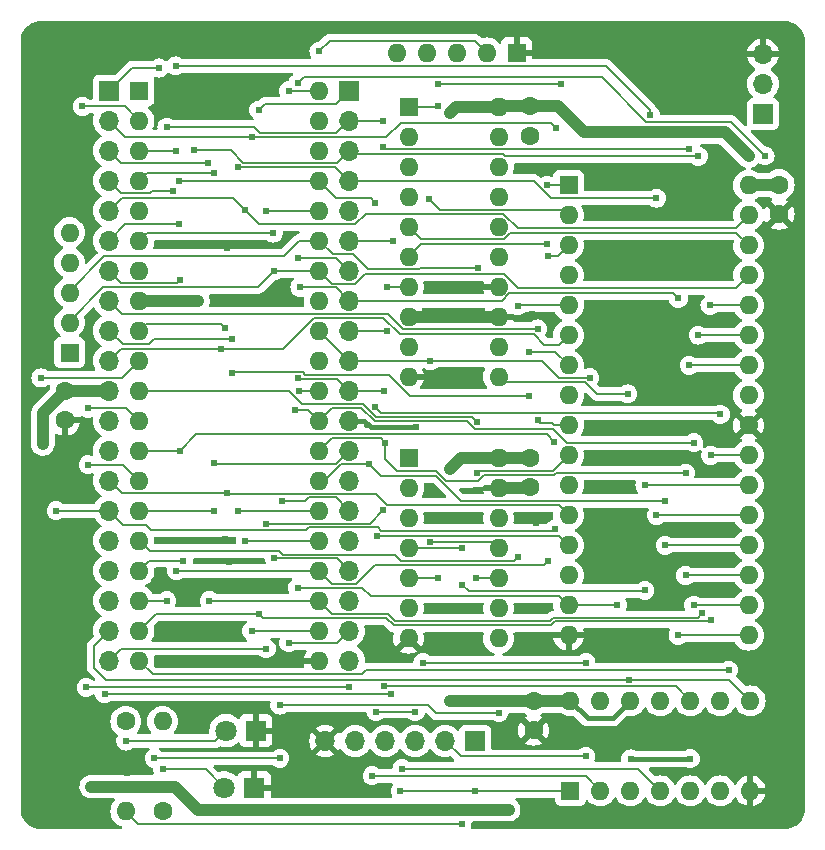
<source format=gtl>
%TF.GenerationSoftware,KiCad,Pcbnew,7.0.7*%
%TF.CreationDate,2024-07-31T13:54:12+09:00*%
%TF.ProjectId,w65c_Rev1.2,77363563-5f52-4657-9631-2e322e6b6963,Rev1.2*%
%TF.SameCoordinates,PX5f6f270PY775a330*%
%TF.FileFunction,Copper,L1,Top*%
%TF.FilePolarity,Positive*%
%FSLAX46Y46*%
G04 Gerber Fmt 4.6, Leading zero omitted, Abs format (unit mm)*
G04 Created by KiCad (PCBNEW 7.0.7) date 2024-07-31 13:54:12*
%MOMM*%
%LPD*%
G01*
G04 APERTURE LIST*
%TA.AperFunction,ComponentPad*%
%ADD10R,1.800000X1.800000*%
%TD*%
%TA.AperFunction,ComponentPad*%
%ADD11C,1.800000*%
%TD*%
%TA.AperFunction,ComponentPad*%
%ADD12R,1.600000X1.600000*%
%TD*%
%TA.AperFunction,ComponentPad*%
%ADD13O,1.600000X1.600000*%
%TD*%
%TA.AperFunction,ComponentPad*%
%ADD14C,1.600000*%
%TD*%
%TA.AperFunction,ComponentPad*%
%ADD15R,1.700000X1.700000*%
%TD*%
%TA.AperFunction,ComponentPad*%
%ADD16O,1.700000X1.700000*%
%TD*%
%TA.AperFunction,ViaPad*%
%ADD17C,0.605000*%
%TD*%
%TA.AperFunction,Conductor*%
%ADD18C,1.000000*%
%TD*%
%TA.AperFunction,Conductor*%
%ADD19C,0.400000*%
%TD*%
%TA.AperFunction,Conductor*%
%ADD20C,0.152400*%
%TD*%
G04 APERTURE END LIST*
D10*
X20226000Y8622000D03*
D11*
X17686000Y8622000D03*
D12*
X46845000Y3530000D03*
D13*
X49385000Y3530000D03*
X51925000Y3530000D03*
X54465000Y3530000D03*
X57005000Y3530000D03*
X59545000Y3530000D03*
X62085000Y3530000D03*
X62085000Y11150000D03*
X59545000Y11150000D03*
X57005000Y11150000D03*
X54465000Y11150000D03*
X51925000Y11150000D03*
X49385000Y11150000D03*
X46845000Y11150000D03*
D14*
X9210000Y9400000D03*
D13*
X9210000Y1780000D03*
D14*
X43740000Y11150000D03*
X43740000Y8650000D03*
D10*
X20095000Y3780000D03*
D11*
X17555000Y3780000D03*
D12*
X33150000Y31675000D03*
D13*
X33150000Y29135000D03*
X33150000Y26595000D03*
X33150000Y24055000D03*
X33150000Y21515000D03*
X33150000Y18975000D03*
X33150000Y16435000D03*
X40770000Y16435000D03*
X40770000Y18975000D03*
X40770000Y21515000D03*
X40770000Y24055000D03*
X40770000Y26595000D03*
X40770000Y29135000D03*
X40770000Y31675000D03*
D12*
X4450000Y40620000D03*
D13*
X4450000Y43160000D03*
X4450000Y45700000D03*
X4450000Y48240000D03*
X4450000Y50780000D03*
D14*
X43410000Y31710000D03*
X43410000Y29210000D03*
X64529000Y54840000D03*
X64529000Y52340000D03*
D15*
X63160000Y60830000D03*
D16*
X63160000Y63370000D03*
X63160000Y65910000D03*
D12*
X10331000Y62795000D03*
D13*
X10331000Y60255000D03*
X10331000Y57715000D03*
X10331000Y55175000D03*
X10331000Y52635000D03*
X10331000Y50095000D03*
X10331000Y47555000D03*
X10331000Y45015000D03*
X10331000Y42475000D03*
X10331000Y39935000D03*
X10331000Y37395000D03*
X10331000Y34855000D03*
X10331000Y32315000D03*
X10331000Y29775000D03*
X10331000Y27235000D03*
X10331000Y24695000D03*
X10331000Y22155000D03*
X10331000Y19615000D03*
X10331000Y17075000D03*
X10331000Y14535000D03*
X25571000Y14535000D03*
X25571000Y17075000D03*
X25571000Y19615000D03*
X25571000Y22155000D03*
X25571000Y24695000D03*
X25571000Y27235000D03*
X25571000Y29775000D03*
X25571000Y32315000D03*
X25571000Y34855000D03*
X25571000Y37395000D03*
X25571000Y39935000D03*
X25571000Y42475000D03*
X25571000Y45015000D03*
X25571000Y47555000D03*
X25571000Y50095000D03*
X25571000Y52635000D03*
X25571000Y55175000D03*
X25571000Y57715000D03*
X25571000Y60255000D03*
X25571000Y62795000D03*
D14*
X12320000Y1780000D03*
D13*
X12320000Y9400000D03*
D15*
X38800000Y7740000D03*
D16*
X36260000Y7740000D03*
X33720000Y7740000D03*
X31180000Y7740000D03*
X28640000Y7740000D03*
X26100000Y7740000D03*
D12*
X42310000Y66010000D03*
D13*
X39770000Y66010000D03*
X37230000Y66010000D03*
X34690000Y66010000D03*
X32150000Y66010000D03*
D12*
X46699000Y54790000D03*
D13*
X46699000Y52250000D03*
X46699000Y49710000D03*
X46699000Y47170000D03*
X46699000Y44630000D03*
X46699000Y42090000D03*
X46699000Y39550000D03*
X46699000Y37010000D03*
X46699000Y34470000D03*
X46699000Y31930000D03*
X46699000Y29390000D03*
X46699000Y26850000D03*
X46699000Y24310000D03*
X46699000Y21770000D03*
X46699000Y19230000D03*
X46699000Y16690000D03*
X61939000Y16690000D03*
X61939000Y19230000D03*
X61939000Y21770000D03*
X61939000Y24310000D03*
X61939000Y26850000D03*
X61939000Y29390000D03*
X61939000Y31930000D03*
X61939000Y34470000D03*
X61939000Y37010000D03*
X61939000Y39550000D03*
X61939000Y42090000D03*
X61939000Y44630000D03*
X61939000Y47170000D03*
X61939000Y49710000D03*
X61939000Y52250000D03*
X61939000Y54790000D03*
D12*
X33150000Y61450000D03*
D13*
X33150000Y58910000D03*
X33150000Y56370000D03*
X33150000Y53830000D03*
X33150000Y51290000D03*
X33150000Y48750000D03*
X33150000Y46210000D03*
X33150000Y43670000D03*
X33150000Y41130000D03*
X33150000Y38590000D03*
X40770000Y38590000D03*
X40770000Y41130000D03*
X40770000Y43670000D03*
X40770000Y46210000D03*
X40770000Y48750000D03*
X40770000Y51290000D03*
X40770000Y53830000D03*
X40770000Y56370000D03*
X40770000Y58910000D03*
X40770000Y61450000D03*
D14*
X43420000Y61460000D03*
X43420000Y58960000D03*
X4060000Y37380000D03*
X4060000Y34880000D03*
D15*
X28111000Y62795000D03*
D16*
X28111000Y60255000D03*
X28111000Y57715000D03*
X28111000Y55175000D03*
X28111000Y52635000D03*
X28111000Y50095000D03*
X28111000Y47555000D03*
X28111000Y45015000D03*
X28111000Y42475000D03*
X28111000Y39935000D03*
X28111000Y37395000D03*
X28111000Y34855000D03*
X28111000Y32315000D03*
X28111000Y29775000D03*
X28111000Y27235000D03*
X28111000Y24695000D03*
X28111000Y22155000D03*
X28111000Y19615000D03*
X28111000Y17075000D03*
X28111000Y14535000D03*
D15*
X7791000Y62795000D03*
D16*
X7791000Y60255000D03*
X7791000Y57715000D03*
X7791000Y55175000D03*
X7791000Y52635000D03*
X7791000Y50095000D03*
X7791000Y47555000D03*
X7791000Y45015000D03*
X7791000Y42475000D03*
X7791000Y39935000D03*
X7791000Y37395000D03*
X7791000Y34855000D03*
X7791000Y32315000D03*
X7791000Y29775000D03*
X7791000Y27235000D03*
X7791000Y24695000D03*
X7791000Y22155000D03*
X7791000Y19615000D03*
X7791000Y17075000D03*
X7791000Y14535000D03*
D17*
X15320200Y44979800D03*
X36660000Y11140000D03*
X36650000Y60910002D03*
X51960000Y6220000D03*
X6290000Y3880000D03*
X57010000Y6240000D03*
X28640000Y1930000D03*
X15330000Y1930000D03*
X41630007Y1939997D03*
X61939000Y57260000D03*
X2200000Y32890000D03*
X36650000Y30740000D03*
X37670000Y43680000D03*
X1770000Y53600000D03*
X44370000Y1490000D03*
X49370000Y16310000D03*
X17750000Y49490000D03*
X13510000Y14500000D03*
X33790000Y34290000D03*
X62630000Y13860000D03*
X29885100Y15830245D03*
X14170000Y9900000D03*
X50820000Y48160000D03*
X53330000Y16340000D03*
X50850000Y55170000D03*
X60630000Y7690000D03*
X43710000Y19040000D03*
X13460000Y16680000D03*
X46850000Y8520000D03*
X33010000Y14630000D03*
X38140000Y26550000D03*
X4330000Y30500000D03*
X9310200Y4990000D03*
X65520000Y26600000D03*
X20760000Y67220000D03*
X46830000Y67370000D03*
X17930000Y22910000D03*
X50480000Y29200000D03*
X59350000Y48680000D03*
X34800000Y37900000D03*
X5790000Y9180000D03*
X3530000Y59930000D03*
X23034998Y14534998D03*
X17810000Y44980000D03*
X9630000Y67220000D03*
X34950000Y28970000D03*
X57340000Y34450000D03*
X17630000Y24840000D03*
X34970000Y18950000D03*
X51160000Y40570000D03*
X43940157Y26203029D03*
X50330000Y23750000D03*
X65110000Y12160000D03*
X43610000Y43930000D03*
X57310000Y37410000D03*
X43550000Y56260000D03*
X55660000Y48380000D03*
X37700000Y46130000D03*
X65780000Y42070000D03*
X3010000Y1970000D03*
X21790000Y20790000D03*
X24740000Y4850000D03*
X23710000Y9320000D03*
X17080000Y62020000D03*
X35250000Y16150000D03*
X37790000Y38420000D03*
X34950000Y26550000D03*
X64380000Y1950000D03*
X44010000Y16100000D03*
X54835288Y21997097D03*
X38390000Y28910000D03*
X13690000Y20680000D03*
X54340000Y7840000D03*
X59200000Y53550000D03*
X51300000Y34220000D03*
X55040000Y31650000D03*
X50750000Y31570000D03*
X18000000Y16790000D03*
X18040000Y20980000D03*
X46039996Y63360000D03*
X35680000Y61460000D03*
X32590000Y5390000D03*
X35680000Y21520000D03*
X35680000Y63360000D03*
X12330000Y5350000D03*
X9210000Y7740000D03*
X12020000Y64720000D03*
X60250000Y13730000D03*
X19860000Y17050000D03*
X19860000Y58879998D03*
X45610000Y59640000D03*
X16290000Y19610000D03*
X58030000Y18550000D03*
X58670000Y44630000D03*
X16170000Y56680000D03*
X44970000Y22990000D03*
X13500000Y22160000D03*
X44970000Y48830000D03*
X13190000Y54330000D03*
X19320000Y52699998D03*
X19320000Y24690000D03*
X30350000Y53320000D03*
X59540000Y35390000D03*
X13720000Y51480000D03*
X30344100Y35980000D03*
X13720000Y55170000D03*
X45500600Y33090000D03*
X13790000Y32320000D03*
X13790000Y46770000D03*
X44070000Y34920000D03*
X44080000Y42620000D03*
X6000000Y35910000D03*
X43320000Y40660000D03*
X43320000Y36970000D03*
X6030000Y31130000D03*
X18200000Y41790000D03*
X18170000Y38930000D03*
X17248229Y40961887D03*
X16690000Y27230000D03*
X38960000Y34710000D03*
X38960000Y30421100D03*
X42400000Y23320000D03*
X42380000Y44580000D03*
X17630000Y42680000D03*
X17780000Y28700000D03*
X45510000Y25660000D03*
X2020000Y38480000D03*
X3330000Y27230000D03*
X32460000Y3530000D03*
X7410000Y11739400D03*
X38800000Y3530000D03*
X34990000Y24590000D03*
X31630000Y11740000D03*
X51700000Y37130000D03*
X51830000Y12931100D03*
X21110000Y26150000D03*
X31000000Y27260000D03*
X21110000Y15570006D03*
X21110000Y52650000D03*
X58720000Y17950000D03*
X58720000Y31930000D03*
X20460000Y61160000D03*
X20460000Y18509998D03*
X31020000Y60250000D03*
X12690000Y59710000D03*
X56910000Y57850000D03*
X12690000Y19620000D03*
X56910000Y39550000D03*
X31020000Y58010000D03*
X57680000Y42100000D03*
X14980000Y57740000D03*
X14090000Y23020000D03*
X57680000Y57250000D03*
X54140004Y53700000D03*
X54140000Y26850000D03*
X18750000Y56340000D03*
X18750000Y27220000D03*
X54880000Y28060000D03*
X29810000Y31190002D03*
X54880000Y24310000D03*
X56600000Y21760000D03*
X31870000Y50090000D03*
X31180000Y33000000D03*
X56600002Y30410000D03*
X57300000Y19230000D03*
X57290000Y32990000D03*
X23810000Y48600000D03*
X23570000Y35790000D03*
X55990000Y45210000D03*
X23850000Y37390000D03*
X55970000Y16690000D03*
X23950000Y46150000D03*
X31340000Y46210000D03*
X23770000Y20730000D03*
X50840000Y19250000D03*
X31340000Y42470000D03*
X48490000Y38500000D03*
X48150000Y6440000D03*
X35000000Y39940000D03*
X23830000Y38440000D03*
X33720000Y10230000D03*
X30410000Y10230000D03*
X30440000Y25110000D03*
X31100000Y37390000D03*
X16720000Y31290000D03*
X16710000Y55810000D03*
X21690000Y50740000D03*
X22410000Y28040000D03*
X21790000Y23200000D03*
X21790000Y47550000D03*
X23010000Y16050000D03*
X25570000Y66150000D03*
X23010000Y62800000D03*
X5870000Y12270000D03*
X28110000Y12270000D03*
X5539998Y61470000D03*
X30070000Y4800000D03*
X22240000Y6270000D03*
X11630000Y6270000D03*
X22240000Y10790000D03*
X40800000Y10120000D03*
X23780000Y63420000D03*
X63330000Y57280000D03*
X37710000Y20970000D03*
X37710000Y24048900D03*
X53160000Y29390000D03*
X53160000Y20490000D03*
X53610000Y60720000D03*
X13420000Y64900000D03*
X13420000Y57720000D03*
X39000000Y47820000D03*
X38870000Y21510000D03*
X37670000Y720000D03*
X48170000Y14380000D03*
X34370000Y14380000D03*
X34910000Y53590000D03*
X44900000Y54790000D03*
X44900000Y49800000D03*
X31030000Y12400000D03*
D18*
X36650000Y60910002D02*
X37189998Y61450000D01*
X48030000Y59260000D02*
X45830000Y61460000D01*
X4060000Y37380000D02*
X7776000Y37380000D01*
X6290000Y3880000D02*
X13380000Y3880000D01*
X7776000Y37380000D02*
X7791000Y37395000D01*
X40770000Y31675000D02*
X43375000Y31675000D01*
X61939000Y54790000D02*
X64479000Y54790000D01*
X45830000Y61460000D02*
X43420000Y61460000D01*
X2200000Y35520000D02*
X4060000Y37380000D01*
D19*
X50455000Y9680000D02*
X48315000Y9680000D01*
D20*
X64479000Y54790000D02*
X64529000Y54840000D01*
D18*
X37189998Y61450000D02*
X40770000Y61450000D01*
D19*
X48315000Y9680000D02*
X46845000Y11150000D01*
D18*
X10346000Y45000000D02*
X15300000Y45000000D01*
D19*
X51925000Y11150000D02*
X50455000Y9680000D01*
D18*
X13380000Y3880000D02*
X15330000Y1930000D01*
X37585000Y31675000D02*
X36650000Y30740000D01*
D20*
X7780000Y37384000D02*
X7791000Y37395000D01*
D18*
X59939000Y59260000D02*
X48030000Y59260000D01*
X43740000Y11150000D02*
X46845000Y11150000D01*
X43420000Y61460000D02*
X40780000Y61460000D01*
X61939000Y57260000D02*
X59939000Y59260000D01*
X2200000Y32890000D02*
X2200000Y35520000D01*
X40770000Y31675000D02*
X37585000Y31675000D01*
D20*
X40780000Y61460000D02*
X40770000Y61450000D01*
D18*
X15300000Y45000000D02*
X15320200Y44979800D01*
X15330000Y1930000D02*
X41620010Y1930000D01*
X43740000Y11150000D02*
X36670000Y11150000D01*
D19*
X51960000Y6220000D02*
X56990000Y6220000D01*
X25571000Y14535000D02*
X23035000Y14535000D01*
D18*
X40770000Y43670000D02*
X37680000Y43670000D01*
D20*
X38615000Y29135000D02*
X40770000Y29135000D01*
X23035000Y14535000D02*
X23034998Y14534998D01*
D18*
X40770000Y29135000D02*
X43335000Y29135000D01*
D20*
X38390000Y28910000D02*
X38615000Y29135000D01*
D19*
X29375000Y34855000D02*
X29940000Y34290000D01*
D20*
X33150000Y38590000D02*
X37620000Y38590000D01*
X37620000Y38590000D02*
X37790000Y38420000D01*
X43350000Y43670000D02*
X40770000Y43670000D01*
X37780000Y46210000D02*
X40770000Y46210000D01*
X37700000Y46130000D02*
X37780000Y46210000D01*
D18*
X37660000Y43670000D02*
X33150000Y43670000D01*
D20*
X43610000Y43930000D02*
X43350000Y43670000D01*
D19*
X28111000Y34855000D02*
X29375000Y34855000D01*
D20*
X43335000Y29135000D02*
X43410000Y29210000D01*
D19*
X29940000Y34290000D02*
X33790000Y34290000D01*
D20*
X35680000Y61460000D02*
X35670000Y61450000D01*
X35670000Y61450000D02*
X33150000Y61450000D01*
X35675000Y21515000D02*
X35680000Y21520000D01*
X33150000Y21515000D02*
X35675000Y21515000D01*
X52605000Y5390000D02*
X32590000Y5390000D01*
X54465000Y3530000D02*
X52605000Y5390000D01*
X35680000Y63360000D02*
X46039996Y63360000D01*
X15985000Y5350000D02*
X12330000Y5350000D01*
X17555000Y3780000D02*
X15985000Y5350000D01*
X16804000Y7740000D02*
X17686000Y8622000D01*
X9210000Y7740000D02*
X16804000Y7740000D01*
X9716000Y64720000D02*
X7791000Y62795000D01*
X12020000Y64720000D02*
X9716000Y64720000D01*
X11486000Y13380000D02*
X10331000Y14535000D01*
X60250000Y13730000D02*
X29570000Y13730000D01*
X29570000Y13730000D02*
X29220000Y13380000D01*
X29220000Y13380000D02*
X11486000Y13380000D01*
X9166002Y58879998D02*
X19860000Y58879998D01*
X31270002Y58860002D02*
X19879996Y58860002D01*
X7791000Y60255000D02*
X9166002Y58879998D01*
X45190000Y60060000D02*
X32470000Y60060000D01*
X45610000Y59640000D02*
X45190000Y60060000D01*
X25571000Y17075000D02*
X19885000Y17075000D01*
X19879996Y58860002D02*
X19860000Y58879998D01*
X32470000Y60060000D02*
X31270002Y58860002D01*
X19885000Y17075000D02*
X19860000Y17050000D01*
X45408948Y18170000D02*
X57650000Y18170000D01*
X45128948Y17890000D02*
X45408948Y18170000D01*
X16290000Y19610000D02*
X16295000Y19615000D01*
X25571000Y19615000D02*
X26706000Y18480000D01*
X57650000Y18170000D02*
X58030000Y18550000D01*
X58670000Y44630000D02*
X61939000Y44630000D01*
X31450000Y18480000D02*
X32040000Y17890000D01*
X26706000Y18480000D02*
X31450000Y18480000D01*
X8826000Y56680000D02*
X16170000Y56680000D01*
X7791000Y57715000D02*
X8826000Y56680000D01*
X16295000Y19615000D02*
X25571000Y19615000D01*
X32040000Y17890000D02*
X45128948Y17890000D01*
X44655200Y22675200D02*
X44970000Y22990000D01*
X11225000Y54120000D02*
X8846000Y54120000D01*
X28660000Y21030000D02*
X30305200Y22675200D01*
X45819000Y48830000D02*
X46699000Y49710000D01*
X26696000Y21030000D02*
X28660000Y21030000D01*
X13505000Y22155000D02*
X13500000Y22160000D01*
X25571000Y22155000D02*
X13505000Y22155000D01*
X44970000Y48830000D02*
X45819000Y48830000D01*
X25571000Y22155000D02*
X26696000Y21030000D01*
X13190000Y54330000D02*
X11435000Y54330000D01*
X30305200Y22675200D02*
X44655200Y22675200D01*
X8846000Y54120000D02*
X7791000Y55175000D01*
X11435000Y54330000D02*
X11225000Y54120000D01*
X19325000Y24695000D02*
X19320000Y24690000D01*
X8876000Y53720000D02*
X18299998Y53720000D01*
X18299998Y53720000D02*
X19320000Y52699998D01*
X25571000Y24695000D02*
X19325000Y24695000D01*
X28620000Y51490000D02*
X20529998Y51490000D01*
X60849000Y51160000D02*
X42380000Y51160000D01*
X42380000Y51160000D02*
X41140000Y52400000D01*
X41140000Y52400000D02*
X29530000Y52400000D01*
X61939000Y52250000D02*
X60849000Y51160000D01*
X20529998Y51490000D02*
X19320000Y52699998D01*
X7791000Y52635000D02*
X8876000Y53720000D01*
X29530000Y52400000D02*
X28620000Y51490000D01*
X29930000Y53740000D02*
X27006000Y53740000D01*
X59431400Y35498600D02*
X30825500Y35498600D01*
X25571000Y55175000D02*
X13725000Y55175000D01*
X13720000Y51480000D02*
X9176000Y51480000D01*
X59540000Y35390000D02*
X59431400Y35498600D01*
X13725000Y55175000D02*
X13720000Y55170000D01*
X27006000Y53740000D02*
X25571000Y55175000D01*
X30350000Y53320000D02*
X29930000Y53740000D01*
X9176000Y51480000D02*
X7791000Y50095000D01*
X30825500Y35498600D02*
X30344100Y35980000D01*
X13785000Y32315000D02*
X10331000Y32315000D01*
X15168400Y33698400D02*
X13790000Y32320000D01*
X7791000Y47555000D02*
X8819600Y46526400D01*
X8819600Y46526400D02*
X13546400Y46526400D01*
X13546400Y46526400D02*
X13790000Y46770000D01*
X13790000Y32320000D02*
X13785000Y32315000D01*
X44892200Y33698400D02*
X15168400Y33698400D01*
X45500600Y33090000D02*
X44892200Y33698400D01*
X44305200Y34684800D02*
X45286252Y34684800D01*
X8916000Y43890000D02*
X31370000Y43890000D01*
X32640000Y42620000D02*
X44080000Y42620000D01*
X10331000Y34855000D02*
X9252400Y35933600D01*
X31370000Y43890000D02*
X32640000Y42620000D01*
X45501052Y34470000D02*
X46699000Y34470000D01*
X44070000Y34920000D02*
X44305200Y34684800D01*
X6023600Y35933600D02*
X6000000Y35910000D01*
X7791000Y45015000D02*
X8916000Y43890000D01*
X9252400Y35933600D02*
X6023600Y35933600D01*
X45286252Y34684800D02*
X45501052Y34470000D01*
X11610000Y41790000D02*
X18200000Y41790000D01*
X31480000Y38740000D02*
X33250000Y36970000D01*
X18211100Y38971100D02*
X24190000Y38971100D01*
X43320000Y40660000D02*
X45589000Y40660000D01*
X11150000Y41330000D02*
X11610000Y41790000D01*
X24190000Y38971100D02*
X24421100Y38740000D01*
X8936000Y41330000D02*
X11150000Y41330000D01*
X18170000Y38930000D02*
X18211100Y38971100D01*
X7791000Y42475000D02*
X8936000Y41330000D01*
X6030000Y31130000D02*
X8976000Y31130000D01*
X33250000Y36970000D02*
X43320000Y36970000D01*
X24421100Y38740000D02*
X31480000Y38740000D01*
X45589000Y40660000D02*
X46699000Y39550000D01*
X8976000Y31130000D02*
X10331000Y29775000D01*
X46699000Y42090000D02*
X45899001Y41290001D01*
X31000000Y43580000D02*
X25180000Y43580000D01*
X16685000Y27235000D02*
X16690000Y27230000D01*
X8819600Y40963600D02*
X17246516Y40963600D01*
X25180000Y43580000D02*
X22561887Y40961887D01*
X22561887Y40961887D02*
X17248229Y40961887D01*
X17246516Y40963600D02*
X17248229Y40961887D01*
X32390000Y42190000D02*
X31000000Y43580000D01*
X44658910Y41290001D02*
X43758911Y42190000D01*
X10331000Y27235000D02*
X16685000Y27235000D01*
X43758911Y42190000D02*
X32390000Y42190000D01*
X45899001Y41290001D02*
X44658910Y41290001D01*
X7791000Y39935000D02*
X8819600Y40963600D01*
X45343800Y30574800D02*
X39113700Y30574800D01*
X38500000Y35170000D02*
X38960000Y34710000D01*
X29295200Y36264800D02*
X29308211Y36264800D01*
X39113700Y30574800D02*
X38960000Y30421100D01*
X29285200Y36274800D02*
X29295200Y36264800D01*
X29308211Y36264800D02*
X30403011Y35170000D01*
X46699000Y31930000D02*
X45343800Y30574800D01*
X23005000Y37395000D02*
X24125200Y36274800D01*
X10331000Y37395000D02*
X23005000Y37395000D01*
X30403011Y35170000D02*
X38500000Y35170000D01*
X24125200Y36274800D02*
X29285200Y36274800D01*
X22210000Y23800000D02*
X22510000Y23500000D01*
X22510000Y23500000D02*
X31970000Y23500000D01*
X31970000Y23500000D02*
X32490000Y22980000D01*
X10331000Y24695000D02*
X11226000Y23800000D01*
X11226000Y23800000D02*
X22210000Y23800000D01*
X42380000Y44580000D02*
X42430000Y44630000D01*
X42430000Y44630000D02*
X46699000Y44630000D01*
X32490000Y22980000D02*
X42060000Y22980000D01*
X42060000Y22980000D02*
X42400000Y23320000D01*
X17805200Y28674800D02*
X30385200Y28674800D01*
X31360000Y27700000D02*
X45849000Y27700000D01*
X17780000Y28700000D02*
X17805200Y28674800D01*
X30385200Y28674800D02*
X31360000Y27700000D01*
X10936000Y43080000D02*
X17230000Y43080000D01*
X8866000Y28700000D02*
X7791000Y29775000D01*
X45849000Y27700000D02*
X46699000Y26850000D01*
X17780000Y28700000D02*
X8866000Y28700000D01*
X10331000Y42475000D02*
X10936000Y43080000D01*
X17230000Y43080000D02*
X17630000Y42680000D01*
X8876000Y38480000D02*
X2020000Y38480000D01*
X8996000Y26030000D02*
X10920000Y26030000D01*
X10331000Y39935000D02*
X8876000Y38480000D01*
X7791000Y27235000D02*
X8996000Y26030000D01*
X30544800Y25815200D02*
X30820000Y25540000D01*
X30820000Y25540000D02*
X45390000Y25540000D01*
X11331100Y25618900D02*
X24498900Y25618900D01*
X3335000Y27235000D02*
X7791000Y27235000D01*
X24498900Y25618900D02*
X24695200Y25815200D01*
X24695200Y25815200D02*
X30544800Y25815200D01*
X3330000Y27230000D02*
X3335000Y27235000D01*
X45390000Y25540000D02*
X45510000Y25660000D01*
X10920000Y26030000D02*
X11331100Y25618900D01*
X7410000Y11739400D02*
X31629400Y11739400D01*
X38800000Y3530000D02*
X32460000Y3530000D01*
X46845000Y3530000D02*
X38800000Y3530000D01*
X40235000Y24590000D02*
X34990000Y24590000D01*
X40770000Y24055000D02*
X40235000Y24590000D01*
X49118911Y37120000D02*
X51710000Y37120000D01*
X48108911Y38130000D02*
X49118911Y37120000D01*
X6520000Y13930000D02*
X6520000Y15804000D01*
X40770000Y38590000D02*
X41230000Y38130000D01*
X41230000Y38130000D02*
X48108911Y38130000D01*
X34840000Y12931100D02*
X7518900Y12931100D01*
X51710000Y37120000D02*
X51700000Y37130000D01*
X6520000Y15804000D02*
X7791000Y17075000D01*
X51830000Y12931100D02*
X60303900Y12931100D01*
X7518900Y12931100D02*
X6520000Y13930000D01*
X34840000Y12931100D02*
X51830000Y12931100D01*
X62085000Y11150000D02*
X60303900Y12931100D01*
X7791000Y14535000D02*
X8826006Y15570006D01*
X31000000Y27260000D02*
X29860000Y26120000D01*
X8826006Y15570006D02*
X21110000Y15570006D01*
X29860000Y26120000D02*
X21140000Y26120000D01*
X25571000Y52635000D02*
X21125000Y52635000D01*
X21125000Y52635000D02*
X21110000Y52650000D01*
X21140000Y26120000D02*
X21110000Y26150000D01*
X11765998Y18509998D02*
X20460000Y18509998D01*
X58720000Y31930000D02*
X61939000Y31930000D01*
X10331000Y17075000D02*
X11765998Y18509998D01*
X58720000Y17950000D02*
X58635200Y17865200D01*
X58635200Y17865200D02*
X45535200Y17865200D01*
X27010800Y61694800D02*
X28111000Y62795000D01*
X45195200Y17525200D02*
X31903748Y17525200D01*
X20994800Y61694800D02*
X27010800Y61694800D01*
X31903748Y17525200D02*
X31253748Y18175200D01*
X31253748Y18175200D02*
X20794798Y18175200D01*
X20460000Y61160000D02*
X20994800Y61694800D01*
X45535200Y17865200D02*
X45195200Y17525200D01*
X20794798Y18175200D02*
X20460000Y18509998D01*
X20077489Y59710000D02*
X12690000Y59710000D01*
X28111000Y60255000D02*
X27036000Y59180000D01*
X56910000Y57850000D02*
X56900000Y57840000D01*
X28111000Y60255000D02*
X31015000Y60255000D01*
X31020000Y57840000D02*
X31020000Y58010000D01*
X56900000Y57840000D02*
X31020000Y57840000D01*
X56910000Y39550000D02*
X61939000Y39550000D01*
X27036000Y59180000D02*
X20607489Y59180000D01*
X12685000Y19615000D02*
X10331000Y19615000D01*
X12690000Y19620000D02*
X12685000Y19615000D01*
X31015000Y60255000D02*
X31020000Y60250000D01*
X20607489Y59180000D02*
X20077489Y59710000D01*
X57680000Y57250000D02*
X41344661Y57250000D01*
X27082400Y56686400D02*
X19154689Y56686400D01*
X28111000Y57715000D02*
X27082400Y56686400D01*
X41184661Y57410000D02*
X28416000Y57410000D01*
X28416000Y57410000D02*
X28111000Y57715000D01*
X14090000Y23020000D02*
X11196000Y23020000D01*
X11196000Y23020000D02*
X10331000Y22155000D01*
X57690000Y42090000D02*
X57680000Y42100000D01*
X18101089Y57740000D02*
X14980000Y57740000D01*
X19154689Y56686400D02*
X18101089Y57740000D01*
X41344661Y57250000D02*
X41184661Y57410000D01*
X61939000Y42090000D02*
X57690000Y42090000D01*
X28111000Y55175000D02*
X43763911Y55175000D01*
X26946000Y56340000D02*
X28111000Y55175000D01*
X18750000Y56340000D02*
X26946000Y56340000D01*
X18765000Y27235000D02*
X18750000Y27220000D01*
X45238911Y53700000D02*
X54140004Y53700000D01*
X43763911Y55175000D02*
X45238911Y53700000D01*
X25571000Y27235000D02*
X18765000Y27235000D01*
X54140000Y26850000D02*
X61939000Y26850000D01*
X29810000Y31190002D02*
X30836402Y30163600D01*
X54880000Y24310000D02*
X61939000Y24310000D01*
X30836402Y30163600D02*
X35466400Y30163600D01*
X25571000Y29775000D02*
X26005000Y29775000D01*
X27420002Y31190002D02*
X29810000Y31190002D01*
X26005000Y29775000D02*
X27420002Y31190002D01*
X35466400Y30163600D02*
X37570000Y28060000D01*
X37570000Y28060000D02*
X54880000Y28060000D01*
X31865000Y50095000D02*
X28111000Y50095000D01*
X32157800Y30610000D02*
X35460000Y30610000D01*
X31180000Y33000000D02*
X31180000Y31587800D01*
X36300000Y29770000D02*
X39059989Y29770000D01*
X25571000Y32315000D02*
X26649600Y33393600D01*
X30786400Y33393600D02*
X31180000Y33000000D01*
X45480000Y30270000D02*
X45630000Y30420000D01*
X26649600Y33393600D02*
X30786400Y33393600D01*
X45630000Y30420000D02*
X56590002Y30420000D01*
X56590002Y30420000D02*
X56600002Y30410000D01*
X39059989Y29770000D02*
X39559989Y30270000D01*
X35460000Y30610000D02*
X36300000Y29770000D01*
X31180000Y31587800D02*
X32157800Y30610000D01*
X39559989Y30270000D02*
X45480000Y30270000D01*
X31870000Y50090000D02*
X31865000Y50095000D01*
X56600000Y21760000D02*
X56610000Y21770000D01*
X56610000Y21770000D02*
X61939000Y21770000D01*
X25571000Y34855000D02*
X24636000Y35790000D01*
X38740011Y34178900D02*
X45361100Y34178900D01*
X38058911Y34860000D02*
X38740011Y34178900D01*
X46550000Y32990000D02*
X57290000Y32990000D01*
X30268948Y34860000D02*
X38058911Y34860000D01*
X57300000Y19230000D02*
X61939000Y19230000D01*
X29158948Y35970000D02*
X30268948Y34860000D01*
X23850000Y48640000D02*
X23810000Y48600000D01*
X24636000Y35790000D02*
X23570000Y35790000D01*
X28111000Y47555000D02*
X27026000Y48640000D01*
X27026000Y48640000D02*
X23850000Y48640000D01*
X45361100Y34178900D02*
X46550000Y32990000D01*
X25571000Y34855000D02*
X26686000Y35970000D01*
X26686000Y35970000D02*
X29158948Y35970000D01*
X41029661Y45015000D02*
X41673261Y45658600D01*
X41673261Y45658600D02*
X55541400Y45658600D01*
X28111000Y45015000D02*
X41029661Y45015000D01*
X23850000Y37390000D02*
X23855000Y37395000D01*
X28111000Y45015000D02*
X26976000Y46150000D01*
X55541400Y45658600D02*
X55990000Y45210000D01*
X23855000Y37395000D02*
X25571000Y37395000D01*
X55970000Y16690000D02*
X61939000Y16690000D01*
X26976000Y46150000D02*
X23950000Y46150000D01*
X23774800Y20725200D02*
X23770000Y20730000D01*
X33150000Y46210000D02*
X31340000Y46210000D01*
X31335000Y42475000D02*
X31340000Y42470000D01*
X46699000Y19230000D02*
X45899000Y20030000D01*
X28111000Y42475000D02*
X31335000Y42475000D01*
X50820000Y19230000D02*
X46699000Y19230000D01*
X29234800Y20725200D02*
X23774800Y20725200D01*
X50840000Y19250000D02*
X50820000Y19230000D01*
X29930000Y20030000D02*
X29234800Y20725200D01*
X45899000Y20030000D02*
X29930000Y20030000D01*
X34995000Y39935000D02*
X35000000Y39940000D01*
X28111000Y39935000D02*
X25571000Y42475000D01*
X37560000Y6440000D02*
X36260000Y7740000D01*
X44470000Y39940000D02*
X45910000Y38500000D01*
X45910000Y38500000D02*
X48490000Y38500000D01*
X28111000Y39935000D02*
X34995000Y39935000D01*
X35000000Y39940000D02*
X44470000Y39940000D01*
X48150000Y6440000D02*
X37560000Y6440000D01*
X31095000Y37395000D02*
X31100000Y37390000D01*
X46699000Y24310000D02*
X45887900Y25121100D01*
X23846400Y38423600D02*
X27082400Y38423600D01*
X28111000Y37395000D02*
X31095000Y37395000D01*
X27082400Y38423600D02*
X28111000Y37395000D01*
X45887900Y25121100D02*
X30451100Y25121100D01*
X33720000Y10230000D02*
X30410000Y10230000D01*
X10331000Y55175000D02*
X10966000Y55810000D01*
X16790000Y31220000D02*
X16720000Y31290000D01*
X27016000Y31220000D02*
X16790000Y31220000D01*
X28111000Y32315000D02*
X27016000Y31220000D01*
X10966000Y55810000D02*
X16710000Y55810000D01*
X24410000Y28040000D02*
X22410000Y28040000D01*
X10976000Y50740000D02*
X10331000Y50095000D01*
X21690000Y50740000D02*
X10976000Y50740000D01*
X26976000Y28370000D02*
X24740000Y28370000D01*
X28111000Y27235000D02*
X26976000Y28370000D01*
X24740000Y28370000D02*
X24410000Y28040000D01*
X41220000Y47280000D02*
X29450000Y47280000D01*
X4450000Y43300000D02*
X4450000Y43160000D01*
X21790000Y47550000D02*
X20380000Y46140000D01*
X60849000Y46080000D02*
X42420000Y46080000D01*
X42420000Y46080000D02*
X41220000Y47280000D01*
X21795000Y47555000D02*
X25571000Y47555000D01*
X61939000Y47170000D02*
X60849000Y46080000D01*
X28111000Y22155000D02*
X27070800Y23195200D01*
X26671200Y46454800D02*
X25571000Y47555000D01*
X21794800Y23195200D02*
X21790000Y23200000D01*
X7290000Y46140000D02*
X4450000Y43300000D01*
X27070800Y23195200D02*
X21794800Y23195200D01*
X21790000Y47550000D02*
X21795000Y47555000D01*
X29450000Y47280000D02*
X28624800Y46454800D01*
X28624800Y46454800D02*
X26671200Y46454800D01*
X20380000Y46140000D02*
X7290000Y46140000D01*
X23010000Y62800000D02*
X23015000Y62795000D01*
X23015000Y62795000D02*
X25571000Y62795000D01*
X38741400Y67038600D02*
X26458600Y67038600D01*
X39770000Y66010000D02*
X38741400Y67038600D01*
X27082400Y16046400D02*
X23013600Y16046400D01*
X28111000Y17075000D02*
X27082400Y16046400D01*
X23013600Y16046400D02*
X23010000Y16050000D01*
X26458600Y67038600D02*
X25570000Y66150000D01*
X9116000Y61470000D02*
X5539998Y61470000D01*
X10331000Y60255000D02*
X9116000Y61470000D01*
X28110000Y12270000D02*
X5870000Y12270000D01*
X49385000Y3530000D02*
X48145000Y4770000D01*
X48145000Y4770000D02*
X30060000Y4770000D01*
X22240000Y10790000D02*
X22261100Y10768900D01*
X34835260Y10768900D02*
X35484160Y10120000D01*
X35484160Y10120000D02*
X40800000Y10120000D01*
X22261100Y10768900D02*
X34835260Y10768900D01*
X11630000Y6270000D02*
X22240000Y6270000D01*
X63330000Y57280000D02*
X60430000Y60180000D01*
X49520000Y63920000D02*
X24280000Y63920000D01*
X53260000Y60180000D02*
X49520000Y63920000D01*
X24280000Y63920000D02*
X23780000Y63420000D01*
X60430000Y60180000D02*
X53260000Y60180000D01*
X38260000Y20420000D02*
X53090000Y20420000D01*
X53160000Y29390000D02*
X61939000Y29390000D01*
X33150000Y24055000D02*
X33156100Y24048900D01*
X37710000Y20970000D02*
X38260000Y20420000D01*
X33156100Y24048900D02*
X37710000Y24048900D01*
X53090000Y20420000D02*
X53160000Y20490000D01*
X49870000Y64900000D02*
X13420000Y64900000D01*
X53610000Y60720000D02*
X53610000Y61160000D01*
X13415000Y57715000D02*
X10331000Y57715000D01*
X53610000Y61160000D02*
X49870000Y64900000D01*
X13420000Y57720000D02*
X13415000Y57715000D01*
X4450000Y45850000D02*
X7402129Y48802129D01*
X29690000Y47680000D02*
X28420000Y48950000D01*
X22622129Y48802129D02*
X23915000Y50095000D01*
X4450000Y45700000D02*
X4450000Y45850000D01*
X34140000Y47820000D02*
X34000000Y47680000D01*
X23915000Y50095000D02*
X25571000Y50095000D01*
X39000000Y47820000D02*
X34140000Y47820000D01*
X7402129Y48802129D02*
X22622129Y48802129D01*
X26716000Y48950000D02*
X25571000Y50095000D01*
X34000000Y47680000D02*
X29690000Y47680000D01*
X28420000Y48950000D02*
X26716000Y48950000D01*
X40770000Y21515000D02*
X38875000Y21515000D01*
X38875000Y21515000D02*
X38870000Y21510000D01*
X9210000Y1780000D02*
X10270000Y720000D01*
X10270000Y720000D02*
X37670000Y720000D01*
X48170000Y14380000D02*
X34370000Y14380000D01*
X35795200Y52704800D02*
X46244200Y52704800D01*
X46244200Y52704800D02*
X46699000Y52250000D01*
X34910000Y53590000D02*
X35795200Y52704800D01*
X41230000Y50220000D02*
X34220000Y50220000D01*
X34220000Y50220000D02*
X33150000Y51290000D01*
X61939000Y49710000D02*
X60879000Y50770000D01*
X60879000Y50770000D02*
X41780000Y50770000D01*
X41780000Y50770000D02*
X41230000Y50220000D01*
X33150000Y48750000D02*
X34178600Y49778600D01*
X44878600Y49778600D02*
X44900000Y49800000D01*
X44900000Y54790000D02*
X46699000Y54790000D01*
X34178600Y49778600D02*
X44878600Y49778600D01*
X57005000Y11150000D02*
X55755000Y12400000D01*
X55755000Y12400000D02*
X31030000Y12400000D01*
%TA.AperFunction,Conductor*%
G36*
X22208403Y16478615D02*
G01*
X22254158Y16425811D01*
X22264102Y16356653D01*
X22258406Y16333346D01*
X22222178Y16229813D01*
X22222177Y16229807D01*
X22201919Y16050004D01*
X22201919Y16049997D01*
X22222177Y15870194D01*
X22222178Y15870188D01*
X22281943Y15699388D01*
X22346994Y15595861D01*
X22378217Y15546170D01*
X22506170Y15418217D01*
X22659387Y15321944D01*
X22830185Y15262179D01*
X22830191Y15262179D01*
X22830193Y15262178D01*
X23009996Y15241919D01*
X23010000Y15241919D01*
X23010004Y15241919D01*
X23189806Y15262178D01*
X23189805Y15262178D01*
X23189815Y15262179D01*
X23360613Y15321944D01*
X23513830Y15418217D01*
X23528993Y15433381D01*
X23590317Y15466866D01*
X23616675Y15469700D01*
X24400275Y15469700D01*
X24467314Y15450015D01*
X24513069Y15397211D01*
X24523013Y15328053D01*
X24501850Y15274576D01*
X24440866Y15187483D01*
X24344734Y14981327D01*
X24344730Y14981318D01*
X24292127Y14785001D01*
X24292128Y14785000D01*
X25060424Y14785000D01*
X25127463Y14765315D01*
X25173218Y14712511D01*
X25183162Y14643353D01*
X25182897Y14641603D01*
X25166014Y14535004D01*
X25166014Y14534997D01*
X25182897Y14428397D01*
X25173942Y14359104D01*
X25128946Y14305652D01*
X25062194Y14285013D01*
X25060424Y14285000D01*
X24292128Y14285000D01*
X24338270Y14112793D01*
X24336607Y14042943D01*
X24297444Y13985081D01*
X24233216Y13957577D01*
X24218495Y13956700D01*
X11776239Y13956700D01*
X11709200Y13976385D01*
X11688558Y13993019D01*
X11615828Y14065749D01*
X11582343Y14127072D01*
X11583733Y14185522D01*
X11616635Y14308308D01*
X11636468Y14535000D01*
X11636198Y14538081D01*
X11625519Y14660148D01*
X11616635Y14761692D01*
X11596399Y14837214D01*
X11598062Y14907062D01*
X11637224Y14964925D01*
X11701453Y14992429D01*
X11716174Y14993306D01*
X20499725Y14993306D01*
X20566764Y14973621D01*
X20587406Y14956987D01*
X20606170Y14938223D01*
X20759387Y14841950D01*
X20930185Y14782185D01*
X20930191Y14782185D01*
X20930193Y14782184D01*
X21109996Y14761925D01*
X21110000Y14761925D01*
X21110004Y14761925D01*
X21289806Y14782184D01*
X21289805Y14782184D01*
X21289815Y14782185D01*
X21460613Y14841950D01*
X21613830Y14938223D01*
X21741783Y15066176D01*
X21838056Y15219393D01*
X21897821Y15390191D01*
X21902865Y15434955D01*
X21918081Y15570003D01*
X21918081Y15570010D01*
X21897822Y15749813D01*
X21897821Y15749819D01*
X21897821Y15749821D01*
X21838056Y15920619D01*
X21741783Y16073836D01*
X21613830Y16201789D01*
X21613824Y16201794D01*
X21506378Y16269307D01*
X21460087Y16321641D01*
X21449439Y16390695D01*
X21477814Y16454543D01*
X21536204Y16492915D01*
X21572350Y16498300D01*
X22141364Y16498300D01*
X22208403Y16478615D01*
G37*
%TD.AperFunction*%
%TA.AperFunction,Conductor*%
G36*
X31030548Y17578815D02*
G01*
X31051190Y17562181D01*
X31466351Y17147020D01*
X31471704Y17140917D01*
X31475095Y17136498D01*
X31492441Y17113893D01*
X31518541Y17093866D01*
X31522686Y17090685D01*
X31612908Y17021454D01*
X31612911Y17021452D01*
X31701372Y16984811D01*
X31753199Y16963344D01*
X31798964Y16957319D01*
X31862861Y16929053D01*
X31901332Y16870728D01*
X31902554Y16802287D01*
X31864860Y16661611D01*
X31864858Y16661600D01*
X31845034Y16435003D01*
X31845034Y16434998D01*
X31864858Y16208401D01*
X31864860Y16208390D01*
X31923730Y15988683D01*
X31923734Y15988674D01*
X32019865Y15782519D01*
X32019866Y15782517D01*
X32070973Y15709529D01*
X32070973Y15709528D01*
X32612580Y16251135D01*
X32673903Y16284620D01*
X32743594Y16279636D01*
X32799528Y16237765D01*
X32810742Y16219754D01*
X32816527Y16208401D01*
X32822358Y16196956D01*
X32822363Y16196950D01*
X32911949Y16107364D01*
X32911951Y16107363D01*
X32911955Y16107359D01*
X32934747Y16095746D01*
X32985542Y16047772D01*
X33002337Y15979951D01*
X32979799Y15913816D01*
X32966132Y15897581D01*
X32424526Y15355975D01*
X32424526Y15355974D01*
X32497512Y15304869D01*
X32497516Y15304867D01*
X32703673Y15208735D01*
X32703682Y15208731D01*
X32923389Y15149861D01*
X32923400Y15149859D01*
X33149998Y15130034D01*
X33150002Y15130034D01*
X33376599Y15149859D01*
X33376610Y15149861D01*
X33596317Y15208731D01*
X33596331Y15208736D01*
X33802478Y15304864D01*
X33875472Y15355975D01*
X33333866Y15897581D01*
X33300381Y15958904D01*
X33305365Y16028596D01*
X33347237Y16084529D01*
X33365245Y16095742D01*
X33388045Y16107359D01*
X33477641Y16196955D01*
X33489254Y16219748D01*
X33537225Y16270542D01*
X33605046Y16287339D01*
X33671181Y16264803D01*
X33687419Y16251134D01*
X34229025Y15709528D01*
X34280136Y15782522D01*
X34376264Y15988669D01*
X34376269Y15988683D01*
X34435139Y16208390D01*
X34435141Y16208401D01*
X34454966Y16434998D01*
X34454966Y16435003D01*
X34435141Y16661600D01*
X34435139Y16661611D01*
X34400093Y16792407D01*
X34401756Y16862257D01*
X34440919Y16920119D01*
X34505147Y16947623D01*
X34519868Y16948500D01*
X39399615Y16948500D01*
X39466654Y16928815D01*
X39512409Y16876011D01*
X39522353Y16806853D01*
X39519390Y16792407D01*
X39484366Y16661697D01*
X39484364Y16661687D01*
X39464532Y16435002D01*
X39464532Y16434999D01*
X39484364Y16208314D01*
X39484366Y16208303D01*
X39543258Y15988512D01*
X39543261Y15988503D01*
X39639431Y15782268D01*
X39639432Y15782266D01*
X39769954Y15595859D01*
X39930858Y15434955D01*
X39964887Y15411128D01*
X40117266Y15304432D01*
X40323504Y15208261D01*
X40323509Y15208260D01*
X40323511Y15208259D01*
X40352561Y15200475D01*
X40412222Y15164110D01*
X40442751Y15101263D01*
X40434457Y15031888D01*
X40389971Y14978010D01*
X40323420Y14956735D01*
X40320468Y14956700D01*
X34980275Y14956700D01*
X34913236Y14976385D01*
X34892594Y14993019D01*
X34873830Y15011783D01*
X34720612Y15108057D01*
X34549812Y15167822D01*
X34549806Y15167823D01*
X34370004Y15188081D01*
X34369996Y15188081D01*
X34190193Y15167823D01*
X34190187Y15167822D01*
X34019387Y15108057D01*
X33866169Y15011783D01*
X33738217Y14883831D01*
X33641943Y14730613D01*
X33582178Y14559813D01*
X33582177Y14559808D01*
X33566067Y14416817D01*
X33539001Y14352403D01*
X33481406Y14312848D01*
X33442847Y14306700D01*
X29611863Y14306700D01*
X29603767Y14307231D01*
X29583060Y14309957D01*
X29566205Y14312176D01*
X29502309Y14340444D01*
X29463839Y14398769D01*
X29458865Y14445920D01*
X29466659Y14535000D01*
X29466389Y14538081D01*
X29451128Y14712511D01*
X29446063Y14770408D01*
X29384903Y14998663D01*
X29285035Y15212829D01*
X29280439Y15219394D01*
X29149494Y15406403D01*
X28982402Y15573494D01*
X28982401Y15573495D01*
X28802609Y15699387D01*
X28796841Y15703426D01*
X28753216Y15758003D01*
X28746024Y15827502D01*
X28777546Y15889856D01*
X28796836Y15906572D01*
X28982401Y16036505D01*
X29149495Y16203599D01*
X29285035Y16397170D01*
X29384903Y16611337D01*
X29446063Y16839592D01*
X29466659Y17075000D01*
X29446063Y17310408D01*
X29419821Y17408347D01*
X29410695Y17442407D01*
X29412358Y17512257D01*
X29451521Y17570119D01*
X29515750Y17597623D01*
X29530470Y17598500D01*
X30963509Y17598500D01*
X31030548Y17578815D01*
G37*
%TD.AperFunction*%
%TA.AperFunction,Conductor*%
G36*
X19393079Y17913613D02*
G01*
X19438834Y17860809D01*
X19448778Y17791651D01*
X19419753Y17728095D01*
X19392012Y17704305D01*
X19356175Y17681788D01*
X19356169Y17681783D01*
X19228217Y17553831D01*
X19131943Y17400613D01*
X19072178Y17229813D01*
X19072177Y17229807D01*
X19051919Y17050004D01*
X19051919Y17049997D01*
X19072177Y16870194D01*
X19072178Y16870188D01*
X19072178Y16870186D01*
X19072179Y16870185D01*
X19076426Y16858047D01*
X19131943Y16699388D01*
X19228217Y16546170D01*
X19356171Y16418216D01*
X19423836Y16375699D01*
X19470126Y16323365D01*
X19480774Y16254311D01*
X19452399Y16190463D01*
X19394009Y16152091D01*
X19357863Y16146706D01*
X11506821Y16146706D01*
X11439782Y16166391D01*
X11394027Y16219195D01*
X11384083Y16288353D01*
X11405246Y16341829D01*
X11419621Y16362359D01*
X11461568Y16422266D01*
X11557739Y16628504D01*
X11616635Y16848308D01*
X11636468Y17075000D01*
X11616635Y17301692D01*
X11583734Y17424479D01*
X11585397Y17494328D01*
X11615826Y17544251D01*
X11968555Y17896979D01*
X12029879Y17930464D01*
X12056237Y17933298D01*
X19326040Y17933298D01*
X19393079Y17913613D01*
G37*
%TD.AperFunction*%
%TA.AperFunction,Conductor*%
G36*
X39457222Y19433615D02*
G01*
X39502977Y19380811D01*
X39512921Y19311653D01*
X39509958Y19297207D01*
X39484366Y19201698D01*
X39484364Y19201687D01*
X39464532Y18975002D01*
X39464532Y18974999D01*
X39484364Y18748314D01*
X39484366Y18748303D01*
X39517996Y18622793D01*
X39516333Y18552943D01*
X39477170Y18495081D01*
X39412942Y18467577D01*
X39398221Y18466700D01*
X34521779Y18466700D01*
X34454740Y18486385D01*
X34408985Y18539189D01*
X34399041Y18608347D01*
X34402004Y18622793D01*
X34431226Y18731855D01*
X34435635Y18748308D01*
X34455468Y18975000D01*
X34452187Y19012497D01*
X34443973Y19106383D01*
X34435635Y19201692D01*
X34410041Y19297207D01*
X34411705Y19367057D01*
X34450868Y19424919D01*
X34515096Y19452423D01*
X34529817Y19453300D01*
X39390183Y19453300D01*
X39457222Y19433615D01*
G37*
%TD.AperFunction*%
%TA.AperFunction,Conductor*%
G36*
X45344785Y19433615D02*
G01*
X45390540Y19380811D01*
X45401274Y19318493D01*
X45393532Y19230002D01*
X45393532Y19229999D01*
X45413364Y19003314D01*
X45413366Y19003303D01*
X45441745Y18897389D01*
X45440082Y18827539D01*
X45400919Y18769676D01*
X45338159Y18742357D01*
X45316251Y18739473D01*
X45303708Y18737821D01*
X45293167Y18736434D01*
X45258400Y18731857D01*
X45258395Y18731855D01*
X45118112Y18673749D01*
X45045743Y18618217D01*
X44997640Y18581307D01*
X44976913Y18554295D01*
X44971562Y18548193D01*
X44926391Y18503021D01*
X44865069Y18469534D01*
X44838708Y18466700D01*
X42141779Y18466700D01*
X42074740Y18486385D01*
X42028985Y18539189D01*
X42019041Y18608347D01*
X42022004Y18622793D01*
X42051226Y18731855D01*
X42055635Y18748308D01*
X42075468Y18975000D01*
X42072187Y19012497D01*
X42063973Y19106383D01*
X42055635Y19201692D01*
X42030041Y19297207D01*
X42031705Y19367057D01*
X42070868Y19424919D01*
X42135096Y19452423D01*
X42149817Y19453300D01*
X45277746Y19453300D01*
X45344785Y19433615D01*
G37*
%TD.AperFunction*%
%TA.AperFunction,Conductor*%
G36*
X53432246Y27463615D02*
G01*
X53478001Y27410811D01*
X53487945Y27341653D01*
X53470201Y27293328D01*
X53411943Y27200613D01*
X53352178Y27029813D01*
X53352177Y27029807D01*
X53331919Y26850004D01*
X53331919Y26849997D01*
X53352177Y26670194D01*
X53352178Y26670188D01*
X53411943Y26499388D01*
X53501504Y26356853D01*
X53508217Y26346170D01*
X53636170Y26218217D01*
X53789387Y26121944D01*
X53960185Y26062179D01*
X53960191Y26062179D01*
X53960193Y26062178D01*
X54139996Y26041919D01*
X54140000Y26041919D01*
X54140004Y26041919D01*
X54319806Y26062178D01*
X54319805Y26062178D01*
X54319815Y26062179D01*
X54490613Y26121944D01*
X54643830Y26218217D01*
X54662593Y26236981D01*
X54723917Y26270466D01*
X54750275Y26273300D01*
X60693980Y26273300D01*
X60761019Y26253615D01*
X60806360Y26201709D01*
X60808342Y26197460D01*
X60808432Y26197266D01*
X60938954Y26010859D01*
X61099858Y25849955D01*
X61099861Y25849953D01*
X61286266Y25719432D01*
X61344275Y25692382D01*
X61396714Y25646209D01*
X61415866Y25579016D01*
X61395650Y25512135D01*
X61344275Y25467618D01*
X61286267Y25440569D01*
X61286265Y25440568D01*
X61099858Y25310046D01*
X60938954Y25149142D01*
X60808432Y24962735D01*
X60806361Y24958292D01*
X60760187Y24905854D01*
X60693980Y24886700D01*
X55490275Y24886700D01*
X55423236Y24906385D01*
X55402594Y24923019D01*
X55383830Y24941783D01*
X55230612Y25038057D01*
X55059812Y25097822D01*
X55059806Y25097823D01*
X54880004Y25118081D01*
X54879996Y25118081D01*
X54700193Y25097823D01*
X54700187Y25097822D01*
X54529387Y25038057D01*
X54376169Y24941783D01*
X54248217Y24813831D01*
X54151943Y24660613D01*
X54092178Y24489813D01*
X54092177Y24489807D01*
X54071919Y24310004D01*
X54071919Y24309997D01*
X54092177Y24130194D01*
X54092178Y24130188D01*
X54151943Y23959388D01*
X54212192Y23863503D01*
X54248217Y23806170D01*
X54376170Y23678217D01*
X54529387Y23581944D01*
X54700185Y23522179D01*
X54700191Y23522179D01*
X54700193Y23522178D01*
X54879996Y23501919D01*
X54880000Y23501919D01*
X54880004Y23501919D01*
X55059806Y23522178D01*
X55059805Y23522178D01*
X55059815Y23522179D01*
X55230613Y23581944D01*
X55383830Y23678217D01*
X55402594Y23696982D01*
X55463917Y23730466D01*
X55490275Y23733300D01*
X60693980Y23733300D01*
X60761019Y23713615D01*
X60806361Y23661708D01*
X60808432Y23657266D01*
X60938954Y23470859D01*
X61099858Y23309955D01*
X61099861Y23309953D01*
X61286266Y23179432D01*
X61344275Y23152382D01*
X61396714Y23106209D01*
X61415866Y23039016D01*
X61395650Y22972135D01*
X61344275Y22927618D01*
X61286267Y22900569D01*
X61286265Y22900568D01*
X61099858Y22770046D01*
X60938954Y22609142D01*
X60808432Y22422735D01*
X60806361Y22418292D01*
X60760187Y22365854D01*
X60693980Y22346700D01*
X57200275Y22346700D01*
X57133236Y22366385D01*
X57112594Y22383019D01*
X57103830Y22391783D01*
X56950612Y22488057D01*
X56779812Y22547822D01*
X56779806Y22547823D01*
X56600004Y22568081D01*
X56599996Y22568081D01*
X56420193Y22547823D01*
X56420187Y22547822D01*
X56249387Y22488057D01*
X56096169Y22391783D01*
X55968217Y22263831D01*
X55871943Y22110613D01*
X55812178Y21939813D01*
X55812177Y21939807D01*
X55791919Y21760004D01*
X55791919Y21759997D01*
X55812177Y21580194D01*
X55812178Y21580188D01*
X55871943Y21409388D01*
X55948023Y21288308D01*
X55968217Y21256170D01*
X56096170Y21128217D01*
X56249387Y21031944D01*
X56420185Y20972179D01*
X56420191Y20972179D01*
X56420193Y20972178D01*
X56599996Y20951919D01*
X56600000Y20951919D01*
X56600004Y20951919D01*
X56779806Y20972178D01*
X56779805Y20972178D01*
X56779815Y20972179D01*
X56950613Y21031944D01*
X57103830Y21128217D01*
X57132594Y21156982D01*
X57193917Y21190466D01*
X57220275Y21193300D01*
X60693980Y21193300D01*
X60761019Y21173615D01*
X60806361Y21121708D01*
X60808432Y21117266D01*
X60938954Y20930859D01*
X61099858Y20769955D01*
X61099861Y20769953D01*
X61286266Y20639432D01*
X61338562Y20615046D01*
X61344275Y20612382D01*
X61396714Y20566209D01*
X61415866Y20499016D01*
X61395650Y20432135D01*
X61344275Y20387618D01*
X61286267Y20360569D01*
X61286265Y20360568D01*
X61099858Y20230046D01*
X60938954Y20069142D01*
X60808432Y19882735D01*
X60806361Y19878292D01*
X60760187Y19825854D01*
X60693980Y19806700D01*
X57910275Y19806700D01*
X57843236Y19826385D01*
X57822594Y19843019D01*
X57803830Y19861783D01*
X57650612Y19958057D01*
X57479812Y20017822D01*
X57479806Y20017823D01*
X57300004Y20038081D01*
X57299996Y20038081D01*
X57120193Y20017823D01*
X57120187Y20017822D01*
X56949387Y19958057D01*
X56796169Y19861783D01*
X56668217Y19733831D01*
X56571943Y19580613D01*
X56512178Y19409813D01*
X56512177Y19409807D01*
X56491919Y19230004D01*
X56491919Y19229997D01*
X56512177Y19050194D01*
X56512178Y19050188D01*
X56560653Y18911654D01*
X56564214Y18841875D01*
X56529485Y18781248D01*
X56467491Y18749021D01*
X56443611Y18746700D01*
X51689391Y18746700D01*
X51622352Y18766385D01*
X51576597Y18819189D01*
X51566653Y18888347D01*
X51572349Y18911654D01*
X51594515Y18975002D01*
X51627821Y19070185D01*
X51630330Y19092455D01*
X51648081Y19249997D01*
X51648081Y19250004D01*
X51627822Y19429807D01*
X51627821Y19429813D01*
X51627821Y19429815D01*
X51568056Y19600613D01*
X51534933Y19653328D01*
X51515933Y19720564D01*
X51536301Y19787400D01*
X51589568Y19832614D01*
X51639927Y19843300D01*
X52644186Y19843300D01*
X52710157Y19824295D01*
X52809387Y19761944D01*
X52980185Y19702179D01*
X52980191Y19702179D01*
X52980193Y19702178D01*
X53159996Y19681919D01*
X53160000Y19681919D01*
X53160004Y19681919D01*
X53339806Y19702178D01*
X53339805Y19702178D01*
X53339815Y19702179D01*
X53510613Y19761944D01*
X53663830Y19858217D01*
X53791783Y19986170D01*
X53888056Y20139387D01*
X53947821Y20310185D01*
X53955618Y20379387D01*
X53968081Y20489997D01*
X53968081Y20490004D01*
X53947822Y20669807D01*
X53947821Y20669813D01*
X53947821Y20669815D01*
X53888056Y20840613D01*
X53791783Y20993830D01*
X53663830Y21121783D01*
X53614478Y21152793D01*
X53510612Y21218057D01*
X53339812Y21277822D01*
X53339806Y21277823D01*
X53160004Y21298081D01*
X53159996Y21298081D01*
X52980193Y21277823D01*
X52980187Y21277822D01*
X52809387Y21218057D01*
X52656169Y21121783D01*
X52567406Y21033019D01*
X52506083Y20999534D01*
X52479725Y20996700D01*
X47967988Y20996700D01*
X47900949Y21016385D01*
X47855194Y21069189D01*
X47845250Y21138347D01*
X47855606Y21173105D01*
X47883923Y21233830D01*
X47925739Y21323504D01*
X47984635Y21543308D01*
X48001992Y21741698D01*
X48004468Y21769999D01*
X48004468Y21770002D01*
X47984635Y21996687D01*
X47984635Y21996692D01*
X47934732Y22182934D01*
X47925741Y22216489D01*
X47925738Y22216498D01*
X47925717Y22216544D01*
X47829568Y22422734D01*
X47699047Y22609139D01*
X47699045Y22609142D01*
X47538141Y22770046D01*
X47351734Y22900568D01*
X47351728Y22900571D01*
X47293725Y22927618D01*
X47241285Y22973790D01*
X47222133Y23040983D01*
X47242348Y23107865D01*
X47293725Y23152382D01*
X47351734Y23179432D01*
X47538139Y23309953D01*
X47699047Y23470861D01*
X47829568Y23657266D01*
X47925739Y23863504D01*
X47984635Y24083308D01*
X48004468Y24310000D01*
X48003621Y24319677D01*
X47998801Y24374770D01*
X47984635Y24536692D01*
X47925739Y24756496D01*
X47829568Y24962734D01*
X47699047Y25149139D01*
X47699045Y25149142D01*
X47538141Y25310046D01*
X47351734Y25440568D01*
X47351728Y25440571D01*
X47324038Y25453483D01*
X47293724Y25467619D01*
X47241285Y25513790D01*
X47222133Y25580983D01*
X47242348Y25647865D01*
X47293725Y25692382D01*
X47351734Y25719432D01*
X47538139Y25849953D01*
X47699047Y26010861D01*
X47829568Y26197266D01*
X47925739Y26403504D01*
X47984635Y26623308D01*
X48001992Y26821698D01*
X48004468Y26849999D01*
X48004468Y26850002D01*
X47992950Y26981653D01*
X47984635Y27076692D01*
X47925739Y27296496D01*
X47920889Y27306897D01*
X47910398Y27375975D01*
X47938919Y27439758D01*
X47997396Y27477997D01*
X48033272Y27483300D01*
X53365207Y27483300D01*
X53432246Y27463615D01*
G37*
%TD.AperFunction*%
%TA.AperFunction,Conductor*%
G36*
X12652122Y22423615D02*
G01*
X12697877Y22370811D01*
X12708303Y22305417D01*
X12691919Y22160004D01*
X12691919Y22159997D01*
X12712177Y21980194D01*
X12712178Y21980188D01*
X12771943Y21809388D01*
X12841898Y21698056D01*
X12868217Y21656170D01*
X12996170Y21528217D01*
X13149387Y21431944D01*
X13320185Y21372179D01*
X13320191Y21372179D01*
X13320193Y21372178D01*
X13499996Y21351919D01*
X13500000Y21351919D01*
X13500004Y21351919D01*
X13679806Y21372178D01*
X13679805Y21372178D01*
X13679815Y21372179D01*
X13850613Y21431944D01*
X14003830Y21528217D01*
X14017594Y21541982D01*
X14078917Y21575466D01*
X14105275Y21578300D01*
X23183325Y21578300D01*
X23250364Y21558615D01*
X23296119Y21505811D01*
X23306063Y21436653D01*
X23277038Y21373097D01*
X23271006Y21366619D01*
X23138217Y21233831D01*
X23041943Y21080613D01*
X22982178Y20909813D01*
X22982177Y20909807D01*
X22961919Y20730004D01*
X22961919Y20729997D01*
X22982177Y20550194D01*
X22982178Y20550188D01*
X23041945Y20379382D01*
X23044964Y20373114D01*
X23043169Y20372251D01*
X23059508Y20314437D01*
X23039141Y20247601D01*
X22985874Y20202387D01*
X22935514Y20191700D01*
X16895275Y20191700D01*
X16828236Y20211385D01*
X16807594Y20228019D01*
X16793830Y20241783D01*
X16640612Y20338057D01*
X16469812Y20397822D01*
X16469806Y20397823D01*
X16290004Y20418081D01*
X16289996Y20418081D01*
X16110193Y20397823D01*
X16110187Y20397822D01*
X15939387Y20338057D01*
X15786169Y20241783D01*
X15658217Y20113831D01*
X15561943Y19960613D01*
X15502178Y19789813D01*
X15502177Y19789807D01*
X15481919Y19610004D01*
X15481919Y19609997D01*
X15502177Y19430194D01*
X15502178Y19430188D01*
X15502178Y19430186D01*
X15502179Y19430185D01*
X15502309Y19429813D01*
X15564244Y19252813D01*
X15561561Y19251875D01*
X15570832Y19195549D01*
X15543105Y19131417D01*
X15485107Y19092455D01*
X15447761Y19086698D01*
X13527423Y19086698D01*
X13460384Y19106383D01*
X13414629Y19159187D01*
X13404685Y19228345D01*
X13415703Y19264501D01*
X13418057Y19269390D01*
X13477821Y19440185D01*
X13496954Y19609997D01*
X13498081Y19619997D01*
X13498081Y19620004D01*
X13477822Y19799807D01*
X13477821Y19799813D01*
X13477821Y19799815D01*
X13418056Y19970613D01*
X13321783Y20123830D01*
X13193830Y20251783D01*
X13100884Y20310185D01*
X13040612Y20348057D01*
X12869812Y20407822D01*
X12869806Y20407823D01*
X12690004Y20428081D01*
X12689996Y20428081D01*
X12510193Y20407823D01*
X12510187Y20407822D01*
X12339387Y20348057D01*
X12186169Y20251783D01*
X12162406Y20228019D01*
X12101083Y20194534D01*
X12074725Y20191700D01*
X11576020Y20191700D01*
X11508981Y20211385D01*
X11463639Y20263292D01*
X11461568Y20267734D01*
X11331047Y20454139D01*
X11331045Y20454142D01*
X11170141Y20615046D01*
X11005972Y20729997D01*
X10983734Y20745568D01*
X10925722Y20772620D01*
X10873284Y20818792D01*
X10854133Y20885986D01*
X10874349Y20952867D01*
X10925721Y20997381D01*
X10983734Y21024432D01*
X11170139Y21154953D01*
X11331047Y21315861D01*
X11461568Y21502266D01*
X11557739Y21708504D01*
X11616635Y21928308D01*
X11636468Y22155000D01*
X11635028Y22171454D01*
X11627112Y22261944D01*
X11623039Y22308493D01*
X11636806Y22376992D01*
X11685421Y22427176D01*
X11746567Y22443300D01*
X12585083Y22443300D01*
X12652122Y22423615D01*
G37*
%TD.AperFunction*%
%TA.AperFunction,Conductor*%
G36*
X20935519Y23203615D02*
G01*
X20981274Y23150811D01*
X20991700Y23113184D01*
X21002177Y23020193D01*
X21002178Y23020188D01*
X21045404Y22896654D01*
X21048965Y22826875D01*
X21014236Y22766248D01*
X20952242Y22734021D01*
X20928362Y22731700D01*
X15004354Y22731700D01*
X14937315Y22751385D01*
X14891560Y22804189D01*
X14881134Y22869583D01*
X14898081Y23019997D01*
X14898081Y23020004D01*
X14890711Y23085417D01*
X14902766Y23154239D01*
X14950115Y23205618D01*
X15013931Y23223300D01*
X20868480Y23223300D01*
X20935519Y23203615D01*
G37*
%TD.AperFunction*%
%TA.AperFunction,Conductor*%
G36*
X18484777Y25022515D02*
G01*
X18530532Y24969711D01*
X18540476Y24900553D01*
X18534779Y24877244D01*
X18532178Y24869814D01*
X18532177Y24869807D01*
X18511919Y24690004D01*
X18511919Y24689997D01*
X18531683Y24514583D01*
X18519628Y24445761D01*
X18472279Y24394382D01*
X18408463Y24376700D01*
X11743942Y24376700D01*
X11676903Y24396385D01*
X11631148Y24449189D01*
X11620414Y24511507D01*
X11636468Y24695000D01*
X11633423Y24729800D01*
X11617886Y24907393D01*
X11631653Y24975893D01*
X11680268Y25026076D01*
X11741414Y25042200D01*
X18417738Y25042200D01*
X18484777Y25022515D01*
G37*
%TD.AperFunction*%
%TA.AperFunction,Conductor*%
G36*
X39470619Y27103615D02*
G01*
X39516374Y27050811D01*
X39526318Y26981653D01*
X39523355Y26967207D01*
X39484366Y26821698D01*
X39484364Y26821687D01*
X39464532Y26595002D01*
X39464532Y26594999D01*
X39484364Y26368314D01*
X39484366Y26368303D01*
X39509958Y26272793D01*
X39508295Y26202943D01*
X39469132Y26145081D01*
X39404904Y26117577D01*
X39390183Y26116700D01*
X34529817Y26116700D01*
X34462778Y26136385D01*
X34417023Y26189189D01*
X34407079Y26258347D01*
X34410042Y26272793D01*
X34417885Y26302064D01*
X34435635Y26368308D01*
X34455468Y26595000D01*
X34455186Y26598218D01*
X34441055Y26759743D01*
X34435635Y26821692D01*
X34396645Y26967207D01*
X34398308Y27037057D01*
X34437471Y27094919D01*
X34501699Y27122423D01*
X34516420Y27123300D01*
X39403580Y27123300D01*
X39470619Y27103615D01*
G37*
%TD.AperFunction*%
%TA.AperFunction,Conductor*%
G36*
X45349160Y27103615D02*
G01*
X45394915Y27050811D01*
X45405648Y26988494D01*
X45398728Y26909387D01*
X45393532Y26850001D01*
X45393532Y26849999D01*
X45413364Y26623314D01*
X45413366Y26623304D01*
X45419566Y26600163D01*
X45417901Y26530313D01*
X45378736Y26472452D01*
X45336258Y26451544D01*
X45336757Y26450120D01*
X45330187Y26447822D01*
X45330185Y26447821D01*
X45285483Y26432179D01*
X45159387Y26388057D01*
X45006169Y26291783D01*
X44878216Y26163830D01*
X44877862Y26163385D01*
X44877560Y26163174D01*
X44873293Y26158906D01*
X44872545Y26159654D01*
X44820672Y26123246D01*
X44780917Y26116700D01*
X42149817Y26116700D01*
X42082778Y26136385D01*
X42037023Y26189189D01*
X42027079Y26258347D01*
X42030042Y26272793D01*
X42037885Y26302064D01*
X42055635Y26368308D01*
X42075468Y26595000D01*
X42075186Y26598218D01*
X42061055Y26759743D01*
X42055635Y26821692D01*
X42016645Y26967207D01*
X42018308Y27037057D01*
X42057471Y27094919D01*
X42121699Y27122423D01*
X42136420Y27123300D01*
X45282121Y27123300D01*
X45349160Y27103615D01*
G37*
%TD.AperFunction*%
%TA.AperFunction,Conductor*%
G36*
X35243200Y29567215D02*
G01*
X35263842Y29550581D01*
X36326042Y28488381D01*
X36359527Y28427058D01*
X36354543Y28357366D01*
X36312671Y28301433D01*
X36247207Y28277016D01*
X36238361Y28276700D01*
X34374830Y28276700D01*
X34307791Y28296385D01*
X34262036Y28349189D01*
X34252092Y28418347D01*
X34273254Y28471822D01*
X34280568Y28482266D01*
X34376739Y28688504D01*
X34435635Y28908308D01*
X34455468Y29135000D01*
X34435635Y29361692D01*
X34423336Y29407593D01*
X34417116Y29430807D01*
X34418779Y29500657D01*
X34457942Y29558519D01*
X34522170Y29586023D01*
X34536891Y29586900D01*
X35176161Y29586900D01*
X35243200Y29567215D01*
G37*
%TD.AperFunction*%
%TA.AperFunction,Conductor*%
G36*
X40326463Y29365315D02*
G01*
X40372218Y29312511D01*
X40382162Y29243353D01*
X40381897Y29241603D01*
X40365014Y29135004D01*
X40365014Y29134997D01*
X40381897Y29028397D01*
X40372942Y28959104D01*
X40327946Y28905652D01*
X40261194Y28885013D01*
X40259424Y28885000D01*
X39491128Y28885000D01*
X39515834Y28792793D01*
X39514171Y28722943D01*
X39475008Y28665081D01*
X39410780Y28637577D01*
X39396059Y28636700D01*
X37860239Y28636700D01*
X37793200Y28656385D01*
X37772558Y28673019D01*
X37463958Y28981619D01*
X37430473Y29042942D01*
X37435457Y29112634D01*
X37477329Y29168567D01*
X37542793Y29192984D01*
X37551639Y29193300D01*
X39018125Y29193300D01*
X39026223Y29192770D01*
X39046994Y29190035D01*
X39059988Y29188324D01*
X39059989Y29188324D01*
X39059990Y29188324D01*
X39110172Y29194931D01*
X39210538Y29208144D01*
X39350827Y29266254D01*
X39441051Y29335485D01*
X39441051Y29335486D01*
X39463989Y29353086D01*
X39463998Y29353093D01*
X39472197Y29359383D01*
X39537368Y29384571D01*
X39547673Y29385000D01*
X40259424Y29385000D01*
X40326463Y29365315D01*
G37*
%TD.AperFunction*%
%TA.AperFunction,Conductor*%
G36*
X52360153Y29823615D02*
G01*
X52405908Y29770811D01*
X52415852Y29701653D01*
X52410156Y29678349D01*
X52376416Y29581924D01*
X52372178Y29569812D01*
X52372177Y29569807D01*
X52351919Y29390004D01*
X52351919Y29389997D01*
X52372177Y29210194D01*
X52372178Y29210188D01*
X52431943Y29039388D01*
X52528217Y28886170D01*
X52566006Y28848381D01*
X52599491Y28787058D01*
X52594507Y28717366D01*
X52552635Y28661433D01*
X52487171Y28637016D01*
X52478325Y28636700D01*
X47977314Y28636700D01*
X47910275Y28656385D01*
X47864520Y28709189D01*
X47854576Y28778347D01*
X47864931Y28813102D01*
X47925739Y28943504D01*
X47984635Y29163308D01*
X48004468Y29390000D01*
X48001138Y29428057D01*
X47995910Y29487822D01*
X47984635Y29616692D01*
X47965740Y29687210D01*
X47967403Y29757056D01*
X48006565Y29814918D01*
X48070793Y29842423D01*
X48085515Y29843300D01*
X52293114Y29843300D01*
X52360153Y29823615D01*
G37*
%TD.AperFunction*%
%TA.AperFunction,Conductor*%
G36*
X56746764Y32393615D02*
G01*
X56767406Y32376981D01*
X56786170Y32358217D01*
X56939387Y32261944D01*
X57110185Y32202179D01*
X57110191Y32202179D01*
X57110193Y32202178D01*
X57289996Y32181919D01*
X57290000Y32181919D01*
X57290004Y32181919D01*
X57469806Y32202178D01*
X57469805Y32202178D01*
X57469815Y32202179D01*
X57640613Y32261944D01*
X57782530Y32351118D01*
X57849767Y32370118D01*
X57916602Y32349751D01*
X57961817Y32296483D01*
X57971055Y32227227D01*
X57965545Y32205170D01*
X57932178Y32109813D01*
X57932177Y32109807D01*
X57911919Y31930004D01*
X57911919Y31929997D01*
X57932177Y31750194D01*
X57932178Y31750188D01*
X57991943Y31579388D01*
X58052192Y31483503D01*
X58088217Y31426170D01*
X58216170Y31298217D01*
X58369387Y31201944D01*
X58540185Y31142179D01*
X58540191Y31142179D01*
X58540193Y31142178D01*
X58719996Y31121919D01*
X58720000Y31121919D01*
X58720004Y31121919D01*
X58899806Y31142178D01*
X58899805Y31142178D01*
X58899815Y31142179D01*
X59070613Y31201944D01*
X59223830Y31298217D01*
X59242594Y31316982D01*
X59303917Y31350466D01*
X59330275Y31353300D01*
X60693980Y31353300D01*
X60761019Y31333615D01*
X60806361Y31281708D01*
X60808432Y31277266D01*
X60938954Y31090859D01*
X61099858Y30929955D01*
X61099861Y30929953D01*
X61286266Y30799432D01*
X61338562Y30775046D01*
X61344275Y30772382D01*
X61396714Y30726209D01*
X61415866Y30659016D01*
X61395650Y30592135D01*
X61344275Y30547618D01*
X61286267Y30520569D01*
X61286265Y30520568D01*
X61099858Y30390046D01*
X60938954Y30229142D01*
X60808432Y30042735D01*
X60806361Y30038292D01*
X60760187Y29985854D01*
X60693980Y29966700D01*
X57470387Y29966700D01*
X57403348Y29986385D01*
X57357593Y30039189D01*
X57347649Y30108347D01*
X57353345Y30131654D01*
X57387823Y30230185D01*
X57388778Y30238663D01*
X57408083Y30409997D01*
X57408083Y30410004D01*
X57387824Y30589807D01*
X57387823Y30589813D01*
X57387823Y30589815D01*
X57328058Y30760613D01*
X57231785Y30913830D01*
X57103832Y31041783D01*
X57029863Y31088261D01*
X56950614Y31138057D01*
X56779814Y31197822D01*
X56779808Y31197823D01*
X56600006Y31218081D01*
X56599998Y31218081D01*
X56420195Y31197823D01*
X56420189Y31197822D01*
X56249389Y31138057D01*
X56096171Y31041783D01*
X56087408Y31033019D01*
X56026085Y30999534D01*
X55999727Y30996700D01*
X47871316Y30996700D01*
X47804277Y31016385D01*
X47758522Y31069189D01*
X47748578Y31138347D01*
X47769739Y31191821D01*
X47829568Y31277266D01*
X47925739Y31483504D01*
X47984635Y31703308D01*
X48003282Y31916446D01*
X48004468Y31929999D01*
X48004468Y31930002D01*
X47998801Y31994770D01*
X47984635Y32156692D01*
X47957702Y32257208D01*
X47959365Y32327056D01*
X47998527Y32384919D01*
X48062756Y32412423D01*
X48077477Y32413300D01*
X56679725Y32413300D01*
X56746764Y32393615D01*
G37*
%TD.AperFunction*%
%TA.AperFunction,Conductor*%
G36*
X58187167Y45483615D02*
G01*
X58232922Y45430811D01*
X58242866Y45361653D01*
X58213841Y45298097D01*
X58186101Y45274307D01*
X58166172Y45261785D01*
X58166169Y45261783D01*
X58038217Y45133831D01*
X57941943Y44980613D01*
X57882178Y44809813D01*
X57882177Y44809807D01*
X57861919Y44630004D01*
X57861919Y44629997D01*
X57882177Y44450194D01*
X57882178Y44450188D01*
X57941943Y44279388D01*
X58002192Y44183503D01*
X58038217Y44126170D01*
X58166170Y43998217D01*
X58319387Y43901944D01*
X58490185Y43842179D01*
X58490191Y43842179D01*
X58490193Y43842178D01*
X58669996Y43821919D01*
X58670000Y43821919D01*
X58670004Y43821919D01*
X58849806Y43842178D01*
X58849805Y43842178D01*
X58849815Y43842179D01*
X59020613Y43901944D01*
X59173830Y43998217D01*
X59192594Y44016981D01*
X59253917Y44050466D01*
X59280275Y44053300D01*
X60693980Y44053300D01*
X60761019Y44033615D01*
X60806361Y43981708D01*
X60808432Y43977266D01*
X60938954Y43790859D01*
X61099858Y43629955D01*
X61133361Y43606496D01*
X61286266Y43499432D01*
X61344275Y43472382D01*
X61396714Y43426209D01*
X61415866Y43359016D01*
X61395650Y43292135D01*
X61344275Y43247618D01*
X61286267Y43220569D01*
X61286265Y43220568D01*
X61099858Y43090046D01*
X60938954Y42929142D01*
X60808432Y42742735D01*
X60806361Y42738292D01*
X60760187Y42685854D01*
X60693980Y42666700D01*
X58300275Y42666700D01*
X58233236Y42686385D01*
X58212594Y42703019D01*
X58183830Y42731783D01*
X58030612Y42828057D01*
X57859812Y42887822D01*
X57859806Y42887823D01*
X57680004Y42908081D01*
X57679996Y42908081D01*
X57500193Y42887823D01*
X57500187Y42887822D01*
X57329387Y42828057D01*
X57176169Y42731783D01*
X57048217Y42603831D01*
X56951943Y42450613D01*
X56892178Y42279813D01*
X56892177Y42279807D01*
X56871919Y42100004D01*
X56871919Y42099997D01*
X56892177Y41920194D01*
X56892178Y41920188D01*
X56951943Y41749388D01*
X57038851Y41611076D01*
X57048217Y41596170D01*
X57176170Y41468217D01*
X57329387Y41371944D01*
X57500185Y41312179D01*
X57500191Y41312179D01*
X57500193Y41312178D01*
X57679996Y41291919D01*
X57680000Y41291919D01*
X57680004Y41291919D01*
X57859806Y41312178D01*
X57859805Y41312178D01*
X57859815Y41312179D01*
X58030613Y41371944D01*
X58183830Y41468217D01*
X58192593Y41476982D01*
X58253917Y41510466D01*
X58280275Y41513300D01*
X60693980Y41513300D01*
X60761019Y41493615D01*
X60806361Y41441708D01*
X60808432Y41437266D01*
X60938954Y41250859D01*
X61099858Y41089955D01*
X61099861Y41089953D01*
X61286266Y40959432D01*
X61338562Y40935046D01*
X61344275Y40932382D01*
X61396714Y40886209D01*
X61415866Y40819016D01*
X61395650Y40752135D01*
X61344275Y40707618D01*
X61286267Y40680569D01*
X61286265Y40680568D01*
X61099858Y40550046D01*
X60938954Y40389142D01*
X60808432Y40202735D01*
X60806361Y40198292D01*
X60760187Y40145854D01*
X60693980Y40126700D01*
X57520275Y40126700D01*
X57453236Y40146385D01*
X57432594Y40163019D01*
X57413830Y40181783D01*
X57260612Y40278057D01*
X57089812Y40337822D01*
X57089806Y40337823D01*
X56910004Y40358081D01*
X56909996Y40358081D01*
X56730193Y40337823D01*
X56730187Y40337822D01*
X56559387Y40278057D01*
X56406169Y40181783D01*
X56278217Y40053831D01*
X56181943Y39900613D01*
X56122178Y39729813D01*
X56122177Y39729807D01*
X56101919Y39550004D01*
X56101919Y39549997D01*
X56122177Y39370194D01*
X56122178Y39370188D01*
X56181943Y39199388D01*
X56242192Y39103503D01*
X56278217Y39046170D01*
X56406170Y38918217D01*
X56559387Y38821944D01*
X56730185Y38762179D01*
X56730191Y38762179D01*
X56730193Y38762178D01*
X56909996Y38741919D01*
X56910000Y38741919D01*
X56910004Y38741919D01*
X57089806Y38762178D01*
X57089805Y38762178D01*
X57089815Y38762179D01*
X57260613Y38821944D01*
X57413830Y38918217D01*
X57432593Y38936981D01*
X57493917Y38970466D01*
X57520275Y38973300D01*
X60693980Y38973300D01*
X60761019Y38953615D01*
X60806361Y38901708D01*
X60808432Y38897266D01*
X60938954Y38710859D01*
X61099858Y38549955D01*
X61099861Y38549953D01*
X61286266Y38419432D01*
X61338562Y38395046D01*
X61344275Y38392382D01*
X61396714Y38346209D01*
X61415866Y38279016D01*
X61395650Y38212135D01*
X61344275Y38167618D01*
X61286267Y38140569D01*
X61286265Y38140568D01*
X61099858Y38010046D01*
X60938954Y37849142D01*
X60808432Y37662735D01*
X60808431Y37662733D01*
X60712261Y37456498D01*
X60712258Y37456489D01*
X60653366Y37236698D01*
X60653364Y37236687D01*
X60633532Y37010002D01*
X60633532Y37009999D01*
X60653364Y36783314D01*
X60653366Y36783303D01*
X60712258Y36563512D01*
X60712261Y36563503D01*
X60808431Y36357268D01*
X60808432Y36357266D01*
X60938954Y36170859D01*
X61099858Y36009955D01*
X61134682Y35985571D01*
X61286266Y35879432D01*
X61344865Y35852107D01*
X61397305Y35805935D01*
X61416457Y35738742D01*
X61396242Y35671861D01*
X61344867Y35627343D01*
X61286511Y35600131D01*
X61213526Y35549027D01*
X61755133Y35007420D01*
X61788618Y34946097D01*
X61783634Y34876405D01*
X61741762Y34820472D01*
X61723748Y34809255D01*
X61700956Y34797642D01*
X61700949Y34797637D01*
X61611363Y34708051D01*
X61611358Y34708044D01*
X61599745Y34685252D01*
X61551770Y34634456D01*
X61483949Y34617662D01*
X61417814Y34640200D01*
X61401580Y34653867D01*
X60859973Y35195474D01*
X60808868Y35122487D01*
X60712734Y34916327D01*
X60712730Y34916318D01*
X60653860Y34696611D01*
X60653858Y34696600D01*
X60634034Y34470003D01*
X60634034Y34469998D01*
X60653858Y34243401D01*
X60653860Y34243390D01*
X60712730Y34023683D01*
X60712734Y34023674D01*
X60808865Y33817519D01*
X60808866Y33817517D01*
X60859973Y33744529D01*
X60859973Y33744528D01*
X61401580Y34286135D01*
X61462903Y34319620D01*
X61532594Y34314636D01*
X61588528Y34272765D01*
X61599742Y34254754D01*
X61605527Y34243401D01*
X61611358Y34231956D01*
X61611363Y34231950D01*
X61700949Y34142364D01*
X61700951Y34142363D01*
X61700955Y34142359D01*
X61723747Y34130746D01*
X61774542Y34082772D01*
X61791337Y34014951D01*
X61768799Y33948816D01*
X61755132Y33932581D01*
X61213526Y33390975D01*
X61213526Y33390974D01*
X61286512Y33339869D01*
X61286520Y33339865D01*
X61344865Y33312658D01*
X61397305Y33266486D01*
X61416457Y33199293D01*
X61396242Y33132411D01*
X61344867Y33087895D01*
X61296982Y33065565D01*
X61286264Y33060567D01*
X61099858Y32930046D01*
X60938954Y32769142D01*
X60808432Y32582735D01*
X60806361Y32578292D01*
X60760187Y32525854D01*
X60693980Y32506700D01*
X59330275Y32506700D01*
X59263236Y32526385D01*
X59242594Y32543019D01*
X59223830Y32561783D01*
X59070612Y32658057D01*
X58899812Y32717822D01*
X58899806Y32717823D01*
X58720004Y32738081D01*
X58719996Y32738081D01*
X58540193Y32717823D01*
X58540187Y32717822D01*
X58369387Y32658057D01*
X58227468Y32568883D01*
X58160231Y32549883D01*
X58093396Y32570251D01*
X58048182Y32623519D01*
X58038945Y32692775D01*
X58044455Y32714832D01*
X58045329Y32717329D01*
X58077821Y32810185D01*
X58086286Y32885318D01*
X58098081Y32989997D01*
X58098081Y32990004D01*
X58077822Y33169807D01*
X58077821Y33169813D01*
X58077821Y33169815D01*
X58018056Y33340613D01*
X57921783Y33493830D01*
X57793830Y33621783D01*
X57746999Y33651209D01*
X57640612Y33718057D01*
X57469812Y33777822D01*
X57469806Y33777823D01*
X57290004Y33798081D01*
X57289996Y33798081D01*
X57110193Y33777823D01*
X57110187Y33777822D01*
X56939387Y33718057D01*
X56786169Y33621783D01*
X56767406Y33603019D01*
X56706083Y33569534D01*
X56679725Y33566700D01*
X47892322Y33566700D01*
X47825283Y33586385D01*
X47779528Y33639189D01*
X47769584Y33708347D01*
X47790746Y33761822D01*
X47796062Y33769414D01*
X47829568Y33817266D01*
X47925739Y34023504D01*
X47984635Y34243308D01*
X48004468Y34470000D01*
X47984635Y34696692D01*
X47966115Y34765807D01*
X47967779Y34835657D01*
X48006942Y34893519D01*
X48071170Y34921023D01*
X48085891Y34921900D01*
X58821125Y34921900D01*
X58888164Y34902215D01*
X58908806Y34885582D01*
X59036170Y34758217D01*
X59189387Y34661944D01*
X59360185Y34602179D01*
X59360191Y34602179D01*
X59360193Y34602178D01*
X59539996Y34581919D01*
X59540000Y34581919D01*
X59540004Y34581919D01*
X59719806Y34602178D01*
X59719805Y34602178D01*
X59719815Y34602179D01*
X59890613Y34661944D01*
X60043830Y34758217D01*
X60171783Y34886170D01*
X60268056Y35039387D01*
X60327821Y35210185D01*
X60338021Y35300710D01*
X60348081Y35389997D01*
X60348081Y35390004D01*
X60327822Y35569807D01*
X60327821Y35569813D01*
X60327821Y35569815D01*
X60268056Y35740613D01*
X60171783Y35893830D01*
X60043830Y36021783D01*
X59890612Y36118057D01*
X59719812Y36177822D01*
X59719806Y36177823D01*
X59540004Y36198081D01*
X59539996Y36198081D01*
X59360193Y36177823D01*
X59360187Y36177822D01*
X59189387Y36118057D01*
X59151589Y36094306D01*
X59085617Y36075300D01*
X51719221Y36075300D01*
X51706166Y36079134D01*
X51702173Y36077160D01*
X51680779Y36075300D01*
X47870335Y36075300D01*
X47803296Y36094985D01*
X47757541Y36147789D01*
X47747597Y36216947D01*
X47768760Y36270423D01*
X47775818Y36280503D01*
X47829568Y36357266D01*
X47925739Y36563504D01*
X47984635Y36783308D01*
X48004468Y37010000D01*
X47994959Y37118677D01*
X48008727Y37187177D01*
X48057342Y37237360D01*
X48125370Y37253293D01*
X48191214Y37229918D01*
X48206169Y37217165D01*
X48681514Y36741820D01*
X48686867Y36735717D01*
X48696754Y36722833D01*
X48707604Y36708693D01*
X48733704Y36688666D01*
X48737849Y36685485D01*
X48828071Y36616254D01*
X48828072Y36616254D01*
X48828073Y36616253D01*
X48910964Y36581919D01*
X48968362Y36558144D01*
X49081114Y36543300D01*
X49118910Y36538324D01*
X49118911Y36538324D01*
X49118912Y36538324D01*
X49131905Y36540035D01*
X49152676Y36542770D01*
X49160775Y36543300D01*
X51099725Y36543300D01*
X51166764Y36523615D01*
X51187406Y36506981D01*
X51196170Y36498217D01*
X51349387Y36401944D01*
X51520185Y36342179D01*
X51520191Y36342179D01*
X51520193Y36342178D01*
X51694662Y36322520D01*
X51698122Y36321066D01*
X51705338Y36322520D01*
X51879806Y36342178D01*
X51879805Y36342178D01*
X51879815Y36342179D01*
X52050613Y36401944D01*
X52203830Y36498217D01*
X52331783Y36626170D01*
X52428056Y36779387D01*
X52487821Y36950185D01*
X52494560Y37009999D01*
X52508081Y37129997D01*
X52508081Y37130004D01*
X52487822Y37309807D01*
X52487821Y37309813D01*
X52487821Y37309815D01*
X52428056Y37480613D01*
X52331783Y37633830D01*
X52203830Y37761783D01*
X52180192Y37776636D01*
X52050612Y37858057D01*
X51879812Y37917822D01*
X51879806Y37917823D01*
X51700004Y37938081D01*
X51699996Y37938081D01*
X51520193Y37917823D01*
X51520187Y37917822D01*
X51349387Y37858057D01*
X51196169Y37761783D01*
X51167406Y37733019D01*
X51106083Y37699534D01*
X51079725Y37696700D01*
X49409150Y37696700D01*
X49342111Y37716385D01*
X49321469Y37733019D01*
X49167217Y37887271D01*
X49133732Y37948594D01*
X49138716Y38018286D01*
X49149904Y38040924D01*
X49198369Y38118056D01*
X49218056Y38149387D01*
X49277821Y38320185D01*
X49289003Y38419432D01*
X49298081Y38499997D01*
X49298081Y38500004D01*
X49277822Y38679807D01*
X49277821Y38679813D01*
X49277821Y38679815D01*
X49218056Y38850613D01*
X49121783Y39003830D01*
X48993830Y39131783D01*
X48961370Y39152179D01*
X48840612Y39228057D01*
X48669812Y39287822D01*
X48669806Y39287823D01*
X48490004Y39308081D01*
X48489996Y39308081D01*
X48310193Y39287823D01*
X48310187Y39287822D01*
X48152366Y39232598D01*
X48082587Y39229037D01*
X48021960Y39263766D01*
X47989733Y39325760D01*
X47987884Y39360448D01*
X47989263Y39376203D01*
X48004468Y39550000D01*
X47984635Y39776692D01*
X47925739Y39996496D01*
X47829568Y40202734D01*
X47699047Y40389139D01*
X47699045Y40389142D01*
X47538141Y40550046D01*
X47351734Y40680568D01*
X47351728Y40680571D01*
X47293725Y40707618D01*
X47241285Y40753790D01*
X47222133Y40820983D01*
X47242348Y40887865D01*
X47293725Y40932382D01*
X47299438Y40935046D01*
X47351734Y40959432D01*
X47538139Y41089953D01*
X47699047Y41250861D01*
X47829568Y41437266D01*
X47925739Y41643504D01*
X47984635Y41863308D01*
X48004468Y42090000D01*
X48003593Y42099997D01*
X47991380Y42239597D01*
X47984635Y42316692D01*
X47930680Y42518056D01*
X47925741Y42536489D01*
X47925738Y42536498D01*
X47913808Y42562082D01*
X47829568Y42742734D01*
X47699047Y42929139D01*
X47699045Y42929142D01*
X47538141Y43090046D01*
X47351734Y43220568D01*
X47351728Y43220571D01*
X47293725Y43247618D01*
X47241285Y43293790D01*
X47222133Y43360983D01*
X47242348Y43427865D01*
X47293725Y43472382D01*
X47351734Y43499432D01*
X47538139Y43629953D01*
X47699047Y43790861D01*
X47829568Y43977266D01*
X47925739Y44183504D01*
X47984635Y44403308D01*
X48002574Y44608347D01*
X48004468Y44629999D01*
X48004468Y44630002D01*
X47997804Y44706170D01*
X47984635Y44856692D01*
X47966115Y44925807D01*
X47967779Y44995657D01*
X48006942Y45053519D01*
X48071170Y45081023D01*
X48085891Y45081900D01*
X55096101Y45081900D01*
X55163140Y45062215D01*
X55208895Y45009411D01*
X55213137Y44998869D01*
X55238703Y44925807D01*
X55261943Y44859388D01*
X55293097Y44809807D01*
X55358217Y44706170D01*
X55486170Y44578217D01*
X55639387Y44481944D01*
X55810185Y44422179D01*
X55810191Y44422179D01*
X55810193Y44422178D01*
X55989996Y44401919D01*
X55990000Y44401919D01*
X55990004Y44401919D01*
X56169806Y44422178D01*
X56169805Y44422178D01*
X56169815Y44422179D01*
X56340613Y44481944D01*
X56493830Y44578217D01*
X56621783Y44706170D01*
X56718056Y44859387D01*
X56777821Y45030185D01*
X56789499Y45133831D01*
X56798081Y45209997D01*
X56798081Y45210005D01*
X56780571Y45365417D01*
X56792626Y45434239D01*
X56839975Y45485618D01*
X56903791Y45503300D01*
X58120128Y45503300D01*
X58187167Y45483615D01*
G37*
%TD.AperFunction*%
%TA.AperFunction,Conductor*%
G36*
X29611002Y34689808D02*
G01*
X29649871Y34663500D01*
X29826590Y34486781D01*
X29860075Y34425458D01*
X29855091Y34355766D01*
X29813219Y34299833D01*
X29747755Y34275416D01*
X29738909Y34275100D01*
X29514840Y34275100D01*
X29447801Y34294785D01*
X29402046Y34347589D01*
X29392102Y34416747D01*
X29395065Y34431192D01*
X29442415Y34607911D01*
X29478779Y34667572D01*
X29541626Y34698102D01*
X29611002Y34689808D01*
G37*
%TD.AperFunction*%
%TA.AperFunction,Conductor*%
G36*
X39568051Y39343615D02*
G01*
X39613806Y39290811D01*
X39623750Y39221653D01*
X39613394Y39186895D01*
X39543261Y39036498D01*
X39543258Y39036489D01*
X39484366Y38816698D01*
X39484364Y38816687D01*
X39464532Y38590002D01*
X39464532Y38589999D01*
X39484364Y38363314D01*
X39484366Y38363303D01*
X39543258Y38143512D01*
X39543261Y38143503D01*
X39639431Y37937268D01*
X39639432Y37937266D01*
X39769955Y37750857D01*
X39770338Y37750401D01*
X39770443Y37750161D01*
X39773058Y37746426D01*
X39772307Y37745901D01*
X39798348Y37686392D01*
X39787305Y37617400D01*
X39740716Y37565331D01*
X39675345Y37546700D01*
X34243998Y37546700D01*
X34176959Y37566385D01*
X34131204Y37619189D01*
X34121260Y37688347D01*
X34147177Y37746315D01*
X34146556Y37746750D01*
X34148815Y37749977D01*
X34149005Y37750401D01*
X34149654Y37751176D01*
X34280134Y37937518D01*
X34376265Y38143674D01*
X34376269Y38143683D01*
X34428872Y38340000D01*
X33660576Y38340000D01*
X33593537Y38359685D01*
X33547782Y38412489D01*
X33537838Y38481647D01*
X33538103Y38483397D01*
X33554986Y38589997D01*
X33554986Y38590004D01*
X33538103Y38696603D01*
X33547058Y38765896D01*
X33592054Y38819348D01*
X33658806Y38839987D01*
X33660576Y38840000D01*
X34428872Y38840000D01*
X34428872Y38840001D01*
X34376269Y39036318D01*
X34376265Y39036327D01*
X34324975Y39146320D01*
X34314483Y39215397D01*
X34343003Y39279182D01*
X34401479Y39317421D01*
X34471347Y39317976D01*
X34503329Y39303718D01*
X34649383Y39211945D01*
X34711469Y39190221D01*
X34820185Y39152179D01*
X34820191Y39152179D01*
X34820193Y39152178D01*
X34999996Y39131919D01*
X35000000Y39131919D01*
X35000004Y39131919D01*
X35179806Y39152178D01*
X35179805Y39152178D01*
X35179815Y39152179D01*
X35350613Y39211944D01*
X35503830Y39308217D01*
X35522593Y39326982D01*
X35583917Y39360466D01*
X35610275Y39363300D01*
X39501012Y39363300D01*
X39568051Y39343615D01*
G37*
%TD.AperFunction*%
%TA.AperFunction,Conductor*%
G36*
X45521019Y44033615D02*
G01*
X45566361Y43981708D01*
X45568432Y43977266D01*
X45698954Y43790859D01*
X45859858Y43629955D01*
X45893361Y43606496D01*
X46046266Y43499432D01*
X46104275Y43472382D01*
X46156714Y43426209D01*
X46175866Y43359016D01*
X46155650Y43292135D01*
X46104275Y43247618D01*
X46046267Y43220569D01*
X46046265Y43220568D01*
X45859858Y43090046D01*
X45698954Y42929142D01*
X45568432Y42742735D01*
X45568431Y42742733D01*
X45472261Y42536498D01*
X45472258Y42536489D01*
X45413366Y42316698D01*
X45413364Y42316687D01*
X45393532Y42090002D01*
X45393532Y42089999D01*
X45401274Y42001508D01*
X45387507Y41933008D01*
X45338892Y41882825D01*
X45277746Y41866701D01*
X44949149Y41866701D01*
X44882110Y41886386D01*
X44861468Y41903020D01*
X44757217Y42007271D01*
X44723732Y42068594D01*
X44728716Y42138286D01*
X44739904Y42160924D01*
X44789334Y42239592D01*
X44808056Y42269387D01*
X44867821Y42440185D01*
X44878672Y42536489D01*
X44888081Y42619997D01*
X44888081Y42620004D01*
X44867822Y42799807D01*
X44867821Y42799813D01*
X44867821Y42799815D01*
X44808056Y42970613D01*
X44711783Y43123830D01*
X44583830Y43251783D01*
X44531228Y43284835D01*
X44430612Y43348057D01*
X44259812Y43407822D01*
X44259806Y43407823D01*
X44080004Y43428081D01*
X44079996Y43428081D01*
X43900193Y43407823D01*
X43900187Y43407822D01*
X43729387Y43348057D01*
X43576169Y43251783D01*
X43557406Y43233019D01*
X43496083Y43199534D01*
X43469725Y43196700D01*
X42150639Y43196700D01*
X42083600Y43216385D01*
X42037845Y43269189D01*
X42027901Y43338347D01*
X42030864Y43352794D01*
X42048872Y43420000D01*
X41280576Y43420000D01*
X41213537Y43439685D01*
X41167782Y43492489D01*
X41157838Y43561647D01*
X41158103Y43563397D01*
X41174986Y43669997D01*
X41174986Y43670004D01*
X41158103Y43776603D01*
X41167058Y43845896D01*
X41212054Y43899348D01*
X41278806Y43919987D01*
X41280576Y43920000D01*
X41885353Y43920000D01*
X41951326Y43900993D01*
X42029387Y43851944D01*
X42200185Y43792179D01*
X42200191Y43792179D01*
X42200193Y43792178D01*
X42379996Y43771919D01*
X42380000Y43771919D01*
X42380004Y43771919D01*
X42554373Y43791566D01*
X42559815Y43792179D01*
X42730613Y43851944D01*
X42883830Y43948217D01*
X42952594Y44016981D01*
X43013917Y44050466D01*
X43040275Y44053300D01*
X45453980Y44053300D01*
X45521019Y44033615D01*
G37*
%TD.AperFunction*%
%TA.AperFunction,Conductor*%
G36*
X39566271Y44418615D02*
G01*
X39612026Y44365811D01*
X39621970Y44296653D01*
X39611614Y44261895D01*
X39543734Y44116327D01*
X39543730Y44116318D01*
X39491127Y43920001D01*
X39491128Y43920000D01*
X40259424Y43920000D01*
X40326463Y43900315D01*
X40372218Y43847511D01*
X40382162Y43778353D01*
X40381897Y43776603D01*
X40365014Y43670004D01*
X40365014Y43669997D01*
X40381897Y43563397D01*
X40372942Y43494104D01*
X40327946Y43440652D01*
X40261194Y43420013D01*
X40259424Y43420000D01*
X39491128Y43420000D01*
X39509136Y43352794D01*
X39507473Y43282944D01*
X39468311Y43225081D01*
X39404082Y43197577D01*
X39389361Y43196700D01*
X34530639Y43196700D01*
X34463600Y43216385D01*
X34417845Y43269189D01*
X34407901Y43338347D01*
X34410864Y43352794D01*
X34428872Y43420000D01*
X33660576Y43420000D01*
X33593537Y43439685D01*
X33547782Y43492489D01*
X33537838Y43561647D01*
X33538103Y43563397D01*
X33554986Y43669997D01*
X33554986Y43670004D01*
X33538103Y43776603D01*
X33547058Y43845896D01*
X33592054Y43899348D01*
X33658806Y43919987D01*
X33660576Y43920000D01*
X34428872Y43920000D01*
X34428872Y43920001D01*
X34376269Y44116318D01*
X34376265Y44116327D01*
X34308386Y44261895D01*
X34297894Y44330972D01*
X34326414Y44394757D01*
X34384890Y44432996D01*
X34420768Y44438300D01*
X39499232Y44438300D01*
X39566271Y44418615D01*
G37*
%TD.AperFunction*%
%TA.AperFunction,Conductor*%
G36*
X40963039Y44418615D02*
G01*
X41008794Y44365811D01*
X41020000Y44314300D01*
X41020000Y44180576D01*
X41000315Y44113537D01*
X40947511Y44067782D01*
X40878353Y44057838D01*
X40876602Y44058103D01*
X40801486Y44070000D01*
X40801481Y44070000D01*
X40738519Y44070000D01*
X40738514Y44070000D01*
X40663398Y44058103D01*
X40594104Y44067058D01*
X40540652Y44112054D01*
X40520013Y44178806D01*
X40520000Y44180576D01*
X40520000Y44314300D01*
X40539685Y44381339D01*
X40592489Y44427094D01*
X40644000Y44438300D01*
X40896000Y44438300D01*
X40963039Y44418615D01*
G37*
%TD.AperFunction*%
%TA.AperFunction,Conductor*%
G36*
X23410364Y46958615D02*
G01*
X23456119Y46905811D01*
X23466063Y46836653D01*
X23437038Y46773097D01*
X23431006Y46766619D01*
X23318217Y46653831D01*
X23221943Y46500613D01*
X23162178Y46329813D01*
X23162177Y46329807D01*
X23141919Y46150004D01*
X23141919Y46149997D01*
X23162177Y45970194D01*
X23162178Y45970188D01*
X23221943Y45799388D01*
X23306895Y45664189D01*
X23318217Y45646170D01*
X23446170Y45518217D01*
X23599387Y45421944D01*
X23770185Y45362179D01*
X23770191Y45362179D01*
X23770193Y45362178D01*
X23949996Y45341919D01*
X23950000Y45341919D01*
X23950004Y45341919D01*
X24129802Y45362177D01*
X24129806Y45362179D01*
X24129815Y45362179D01*
X24129822Y45362182D01*
X24133319Y45362980D01*
X24135659Y45362837D01*
X24136735Y45362958D01*
X24136756Y45362770D01*
X24203059Y45358715D01*
X24259421Y45317423D01*
X24284512Y45252214D01*
X24284454Y45231285D01*
X24265532Y45015003D01*
X24265532Y45014999D01*
X24285364Y44788314D01*
X24285366Y44788303D01*
X24329714Y44622793D01*
X24328051Y44552943D01*
X24288888Y44495081D01*
X24224660Y44467577D01*
X24209939Y44466700D01*
X16378939Y44466700D01*
X16311900Y44486385D01*
X16266145Y44539189D01*
X16256201Y44608347D01*
X16266263Y44642471D01*
X16271805Y44654532D01*
X16282346Y44699953D01*
X16317802Y44852746D01*
X16322957Y45056158D01*
X16322956Y45056159D01*
X16322957Y45056163D01*
X16295383Y45210005D01*
X16287059Y45256449D01*
X16287057Y45256455D01*
X16276560Y45282733D01*
X16232393Y45393303D01*
X16225806Y45462861D01*
X16257870Y45524939D01*
X16318405Y45559827D01*
X16347547Y45563300D01*
X20338136Y45563300D01*
X20346234Y45562770D01*
X20367005Y45560035D01*
X20379999Y45558324D01*
X20380000Y45558324D01*
X20380001Y45558324D01*
X20430182Y45564931D01*
X20530549Y45578144D01*
X20670838Y45636254D01*
X20761062Y45705485D01*
X20761062Y45705486D01*
X20784000Y45723086D01*
X20784005Y45723090D01*
X20791305Y45728691D01*
X20794878Y45733347D01*
X20812043Y45755719D01*
X20817385Y45761810D01*
X21767767Y46712192D01*
X21829088Y46745675D01*
X21841564Y46747729D01*
X21969809Y46762178D01*
X21969811Y46762179D01*
X21969815Y46762179D01*
X21969818Y46762181D01*
X21969822Y46762181D01*
X22140610Y46821943D01*
X22140609Y46821943D01*
X22140613Y46821944D01*
X22293830Y46918217D01*
X22317594Y46941981D01*
X22378917Y46975466D01*
X22405275Y46978300D01*
X23343325Y46978300D01*
X23410364Y46958615D01*
G37*
%TD.AperFunction*%
%TA.AperFunction,Conductor*%
G36*
X39461759Y46683615D02*
G01*
X39507514Y46630811D01*
X39517458Y46561653D01*
X39514495Y46547206D01*
X39491128Y46460001D01*
X39491128Y46460000D01*
X40259424Y46460000D01*
X40326463Y46440315D01*
X40372218Y46387511D01*
X40382162Y46318353D01*
X40381897Y46316603D01*
X40365014Y46210004D01*
X40365014Y46209997D01*
X40381897Y46103397D01*
X40372942Y46034104D01*
X40327946Y45980652D01*
X40261194Y45960013D01*
X40259424Y45960000D01*
X39491128Y45960000D01*
X39543730Y45763683D01*
X39545583Y45758594D01*
X39543258Y45757748D01*
X39552147Y45698936D01*
X39523580Y45635174D01*
X39465075Y45596977D01*
X39429285Y45591700D01*
X34491266Y45591700D01*
X34424227Y45611385D01*
X34378472Y45664189D01*
X34368528Y45733347D01*
X34375900Y45758055D01*
X34374889Y45758423D01*
X34376734Y45763496D01*
X34376739Y45763504D01*
X34435635Y45983308D01*
X34455468Y46210000D01*
X34435635Y46436692D01*
X34408586Y46537641D01*
X34406023Y46547207D01*
X34407686Y46617057D01*
X34446849Y46674919D01*
X34511077Y46702423D01*
X34525798Y46703300D01*
X39394720Y46703300D01*
X39461759Y46683615D01*
G37*
%TD.AperFunction*%
%TA.AperFunction,Conductor*%
G36*
X60627562Y50173615D02*
G01*
X60673317Y50120811D01*
X60683261Y50051653D01*
X60680299Y50037215D01*
X60675687Y50020000D01*
X60653365Y49936695D01*
X60653364Y49936687D01*
X60633532Y49710002D01*
X60633532Y49709999D01*
X60653364Y49483314D01*
X60653366Y49483303D01*
X60712258Y49263512D01*
X60712261Y49263503D01*
X60808431Y49057268D01*
X60808432Y49057266D01*
X60938954Y48870859D01*
X61099858Y48709955D01*
X61133361Y48686496D01*
X61286266Y48579432D01*
X61344275Y48552382D01*
X61396714Y48506209D01*
X61415866Y48439016D01*
X61395650Y48372135D01*
X61344275Y48327619D01*
X61327272Y48319690D01*
X61286267Y48300569D01*
X61286265Y48300568D01*
X61099858Y48170046D01*
X60938954Y48009142D01*
X60808432Y47822735D01*
X60808431Y47822733D01*
X60712261Y47616498D01*
X60712258Y47616489D01*
X60653366Y47396698D01*
X60653364Y47396687D01*
X60633532Y47170002D01*
X60633532Y47169999D01*
X60653364Y46943314D01*
X60653366Y46943303D01*
X60686264Y46820524D01*
X60684601Y46750674D01*
X60654182Y46700761D01*
X60646453Y46693030D01*
X60585134Y46659537D01*
X60558760Y46656700D01*
X48069439Y46656700D01*
X48002400Y46676385D01*
X47956645Y46729189D01*
X47946701Y46798347D01*
X47949664Y46812793D01*
X47958046Y46844078D01*
X47984635Y46943308D01*
X48004468Y47170000D01*
X47984635Y47396692D01*
X47925739Y47616496D01*
X47829568Y47822734D01*
X47699047Y48009139D01*
X47699045Y48009142D01*
X47538141Y48170046D01*
X47351734Y48300568D01*
X47351728Y48300571D01*
X47324038Y48313483D01*
X47293724Y48327619D01*
X47241285Y48373790D01*
X47222133Y48440983D01*
X47242348Y48507865D01*
X47293725Y48552382D01*
X47351734Y48579432D01*
X47538139Y48709953D01*
X47699047Y48870861D01*
X47829568Y49057266D01*
X47925739Y49263504D01*
X47984635Y49483308D01*
X48004468Y49710000D01*
X47984635Y49936692D01*
X47957702Y50037208D01*
X47959365Y50107056D01*
X47998527Y50164919D01*
X48062756Y50192423D01*
X48077477Y50193300D01*
X60560523Y50193300D01*
X60627562Y50173615D01*
G37*
%TD.AperFunction*%
%TA.AperFunction,Conductor*%
G36*
X23887504Y50893615D02*
G01*
X23933259Y50840811D01*
X23943203Y50771653D01*
X23914178Y50708097D01*
X23855400Y50670323D01*
X23836651Y50666362D01*
X23801355Y50661715D01*
X23764450Y50656856D01*
X23723361Y50639837D01*
X23624166Y50598750D01*
X23624161Y50598747D01*
X23543926Y50537180D01*
X23503691Y50506306D01*
X23482960Y50479289D01*
X23477608Y50473187D01*
X22419571Y49415148D01*
X22358248Y49381663D01*
X22331890Y49378829D01*
X11626628Y49378829D01*
X11559589Y49398514D01*
X11513834Y49451318D01*
X11503890Y49520476D01*
X11514246Y49555234D01*
X11524799Y49577865D01*
X11557739Y49648504D01*
X11616635Y49868308D01*
X11632540Y50050109D01*
X11657992Y50115176D01*
X11714583Y50156155D01*
X11756068Y50163300D01*
X21079725Y50163300D01*
X21146764Y50143615D01*
X21167406Y50126981D01*
X21186170Y50108217D01*
X21339387Y50011944D01*
X21510185Y49952179D01*
X21510191Y49952179D01*
X21510193Y49952178D01*
X21689996Y49931919D01*
X21690000Y49931919D01*
X21690004Y49931919D01*
X21869806Y49952178D01*
X21869805Y49952178D01*
X21869815Y49952179D01*
X22040613Y50011944D01*
X22193830Y50108217D01*
X22321783Y50236170D01*
X22418056Y50389387D01*
X22477821Y50560185D01*
X22486522Y50637410D01*
X22498081Y50739997D01*
X22498081Y50740004D01*
X22494091Y50775417D01*
X22506146Y50844239D01*
X22553495Y50895618D01*
X22617311Y50913300D01*
X23820465Y50913300D01*
X23887504Y50893615D01*
G37*
%TD.AperFunction*%
%TA.AperFunction,Conductor*%
G36*
X59540256Y58239815D02*
G01*
X59560898Y58223181D01*
X61267420Y56516660D01*
X61385593Y56420302D01*
X61565951Y56326091D01*
X61658394Y56299640D01*
X61717432Y56262273D01*
X61746896Y56198919D01*
X61737431Y56129694D01*
X61692042Y56076575D01*
X61656377Y56060649D01*
X61492509Y56016741D01*
X61492502Y56016739D01*
X61286267Y55920569D01*
X61286265Y55920568D01*
X61099858Y55790046D01*
X60938954Y55629142D01*
X60808432Y55442735D01*
X60808431Y55442733D01*
X60712261Y55236498D01*
X60712258Y55236489D01*
X60653366Y55016698D01*
X60653364Y55016687D01*
X60633532Y54790002D01*
X60633532Y54789999D01*
X60653364Y54563314D01*
X60653366Y54563303D01*
X60712258Y54343512D01*
X60712261Y54343503D01*
X60808431Y54137268D01*
X60808432Y54137266D01*
X60938954Y53950859D01*
X61099858Y53789955D01*
X61214857Y53709433D01*
X61286266Y53659432D01*
X61344278Y53632381D01*
X61396713Y53586212D01*
X61415866Y53519018D01*
X61395651Y53452137D01*
X61344277Y53407620D01*
X61286268Y53380570D01*
X61286265Y53380568D01*
X61099858Y53250046D01*
X60938954Y53089142D01*
X60808432Y52902735D01*
X60808431Y52902733D01*
X60712261Y52696498D01*
X60712258Y52696489D01*
X60653366Y52476698D01*
X60653364Y52476687D01*
X60633532Y52250002D01*
X60633532Y52249999D01*
X60653364Y52023314D01*
X60653366Y52023303D01*
X60686264Y51900524D01*
X60684601Y51830674D01*
X60654182Y51780761D01*
X60646453Y51773030D01*
X60585134Y51739537D01*
X60558760Y51736700D01*
X48069439Y51736700D01*
X48002400Y51756385D01*
X47956645Y51809189D01*
X47946701Y51878347D01*
X47949664Y51892793D01*
X47966913Y51957170D01*
X47984635Y52023308D01*
X48004468Y52250000D01*
X47984635Y52476692D01*
X47925739Y52696496D01*
X47829568Y52902734D01*
X47811751Y52928179D01*
X47789425Y52994385D01*
X47806437Y53062152D01*
X47857386Y53109964D01*
X47913328Y53123300D01*
X53529729Y53123300D01*
X53596768Y53103615D01*
X53617410Y53086981D01*
X53636174Y53068217D01*
X53789391Y52971944D01*
X53960189Y52912179D01*
X53960195Y52912179D01*
X53960197Y52912178D01*
X54140000Y52891919D01*
X54140004Y52891919D01*
X54140008Y52891919D01*
X54319810Y52912178D01*
X54319809Y52912178D01*
X54319819Y52912179D01*
X54490617Y52971944D01*
X54643834Y53068217D01*
X54771787Y53196170D01*
X54868060Y53349387D01*
X54927825Y53520185D01*
X54928856Y53529338D01*
X54948085Y53699997D01*
X54948085Y53700004D01*
X54927826Y53879807D01*
X54927825Y53879813D01*
X54927825Y53879815D01*
X54868060Y54050613D01*
X54771787Y54203830D01*
X54643834Y54331783D01*
X54625180Y54343504D01*
X54490616Y54428057D01*
X54319816Y54487822D01*
X54319810Y54487823D01*
X54140008Y54508081D01*
X54140000Y54508081D01*
X53960197Y54487823D01*
X53960191Y54487822D01*
X53789391Y54428057D01*
X53636173Y54331783D01*
X53617410Y54313019D01*
X53556087Y54279534D01*
X53529729Y54276700D01*
X48123500Y54276700D01*
X48056461Y54296385D01*
X48010706Y54349189D01*
X47999500Y54400700D01*
X47999499Y55637871D01*
X47999498Y55637877D01*
X47999497Y55637884D01*
X47993091Y55697483D01*
X47978405Y55736857D01*
X47942797Y55832329D01*
X47942793Y55832336D01*
X47856547Y55947545D01*
X47856544Y55947548D01*
X47741335Y56033794D01*
X47741328Y56033798D01*
X47606482Y56084092D01*
X47606483Y56084092D01*
X47546883Y56090499D01*
X47546881Y56090500D01*
X47546873Y56090500D01*
X47546864Y56090500D01*
X45851129Y56090500D01*
X45851123Y56090499D01*
X45791516Y56084092D01*
X45656671Y56033798D01*
X45656664Y56033794D01*
X45541455Y55947548D01*
X45541452Y55947545D01*
X45455206Y55832336D01*
X45455202Y55832329D01*
X45404908Y55697483D01*
X45402894Y55678746D01*
X45398501Y55637877D01*
X45398322Y55634548D01*
X45396611Y55634640D01*
X45378815Y55574032D01*
X45326011Y55528277D01*
X45256853Y55518333D01*
X45233546Y55524029D01*
X45079812Y55577822D01*
X45079806Y55577823D01*
X44900004Y55598081D01*
X44899996Y55598081D01*
X44720193Y55577823D01*
X44720187Y55577822D01*
X44549387Y55518057D01*
X44440924Y55449904D01*
X44373688Y55430904D01*
X44306852Y55451272D01*
X44287271Y55467217D01*
X44261753Y55492735D01*
X44201294Y55553194D01*
X44195950Y55559289D01*
X44184637Y55574032D01*
X44175218Y55586307D01*
X44175216Y55586309D01*
X44175215Y55586310D01*
X44137291Y55615409D01*
X44054746Y55678748D01*
X43914460Y55736856D01*
X43914458Y55736857D01*
X43763912Y55756676D01*
X43763910Y55756676D01*
X43750916Y55754966D01*
X43730145Y55752231D01*
X43722047Y55751700D01*
X42110715Y55751700D01*
X42043676Y55771385D01*
X41997921Y55824189D01*
X41987977Y55893347D01*
X41995384Y55918242D01*
X41994417Y55918594D01*
X41996269Y55923683D01*
X42055139Y56143390D01*
X42055141Y56143401D01*
X42074966Y56369998D01*
X42074966Y56370003D01*
X42060225Y56538493D01*
X42073992Y56606993D01*
X42122607Y56657176D01*
X42183753Y56673300D01*
X57069725Y56673300D01*
X57136764Y56653615D01*
X57157406Y56636981D01*
X57176170Y56618217D01*
X57329387Y56521944D01*
X57500185Y56462179D01*
X57500191Y56462179D01*
X57500193Y56462178D01*
X57679996Y56441919D01*
X57680000Y56441919D01*
X57680004Y56441919D01*
X57859806Y56462178D01*
X57859805Y56462178D01*
X57859815Y56462179D01*
X58030613Y56521944D01*
X58183830Y56618217D01*
X58311783Y56746170D01*
X58408056Y56899387D01*
X58467821Y57070185D01*
X58471201Y57100185D01*
X58488081Y57249997D01*
X58488081Y57250004D01*
X58467822Y57429807D01*
X58467821Y57429813D01*
X58467821Y57429815D01*
X58408056Y57600613D01*
X58311783Y57753830D01*
X58183830Y57881783D01*
X58183829Y57881784D01*
X58030612Y57978057D01*
X57957948Y58003483D01*
X57915148Y58018459D01*
X57858374Y58059180D01*
X57832626Y58124132D01*
X57846082Y58192694D01*
X57894469Y58243097D01*
X57956104Y58259500D01*
X59473217Y58259500D01*
X59540256Y58239815D01*
G37*
%TD.AperFunction*%
%TA.AperFunction,Conductor*%
G36*
X63789859Y53769815D02*
G01*
X63793931Y53767083D01*
X63876266Y53709432D01*
X63891975Y53702107D01*
X63944414Y53655936D01*
X63963567Y53588743D01*
X63943352Y53521862D01*
X63891979Y53477344D01*
X63876512Y53470132D01*
X63803526Y53419027D01*
X64345133Y52877420D01*
X64378618Y52816097D01*
X64373634Y52746405D01*
X64331762Y52690472D01*
X64313748Y52679255D01*
X64290956Y52667642D01*
X64290949Y52667637D01*
X64201363Y52578051D01*
X64201358Y52578044D01*
X64189745Y52555252D01*
X64141770Y52504456D01*
X64073949Y52487662D01*
X64007814Y52510200D01*
X63991580Y52523867D01*
X63449973Y53065474D01*
X63398867Y52992487D01*
X63325673Y52835522D01*
X63279500Y52783083D01*
X63212307Y52763931D01*
X63145425Y52784147D01*
X63100909Y52835523D01*
X63069568Y52902734D01*
X62939047Y53089139D01*
X62939045Y53089142D01*
X62778141Y53250046D01*
X62591734Y53380568D01*
X62591728Y53380571D01*
X62533725Y53407618D01*
X62481285Y53453790D01*
X62462133Y53520983D01*
X62482348Y53587865D01*
X62533725Y53632382D01*
X62591734Y53659432D01*
X62745465Y53767076D01*
X62811671Y53789402D01*
X62816588Y53789500D01*
X63722820Y53789500D01*
X63789859Y53769815D01*
G37*
%TD.AperFunction*%
%TA.AperFunction,Conductor*%
G36*
X12876397Y64307407D02*
G01*
X12883836Y64300551D01*
X12916170Y64268217D01*
X13069387Y64171944D01*
X13240185Y64112179D01*
X13240191Y64112179D01*
X13240193Y64112178D01*
X13419996Y64091919D01*
X13420000Y64091919D01*
X13420004Y64091919D01*
X13599806Y64112178D01*
X13599805Y64112178D01*
X13599815Y64112179D01*
X13770613Y64171944D01*
X13923830Y64268217D01*
X13942594Y64286981D01*
X14003917Y64320466D01*
X14030275Y64323300D01*
X23277873Y64323300D01*
X23344912Y64303615D01*
X23390667Y64250811D01*
X23400611Y64181653D01*
X23371586Y64118097D01*
X23343845Y64094307D01*
X23334156Y64088218D01*
X23276169Y64051783D01*
X23148217Y63923831D01*
X23051945Y63770616D01*
X23051944Y63770615D01*
X23020191Y63679871D01*
X22979469Y63623095D01*
X22917033Y63597607D01*
X22830193Y63587823D01*
X22830187Y63587822D01*
X22659387Y63528057D01*
X22506169Y63431783D01*
X22378217Y63303831D01*
X22281943Y63150613D01*
X22222178Y62979813D01*
X22222177Y62979807D01*
X22201919Y62800004D01*
X22201919Y62799997D01*
X22222177Y62620194D01*
X22222178Y62620188D01*
X22281946Y62449380D01*
X22281986Y62449297D01*
X22281995Y62449239D01*
X22284244Y62442813D01*
X22283118Y62442420D01*
X22293336Y62380355D01*
X22265610Y62316222D01*
X22207614Y62277259D01*
X22170264Y62271500D01*
X21036662Y62271500D01*
X21028562Y62272031D01*
X20994800Y62276476D01*
X20994796Y62276476D01*
X20963087Y62272302D01*
X20963071Y62272299D01*
X20844251Y62256656D01*
X20844250Y62256656D01*
X20738984Y62213053D01*
X20703966Y62198549D01*
X20703965Y62198548D01*
X20703962Y62198547D01*
X20703962Y62198546D01*
X20683483Y62182832D01*
X20644431Y62152866D01*
X20583493Y62106108D01*
X20562760Y62079089D01*
X20557408Y62072987D01*
X20482233Y61997812D01*
X20420910Y61964327D01*
X20408436Y61962273D01*
X20280190Y61947823D01*
X20109387Y61888057D01*
X19956169Y61791783D01*
X19828217Y61663831D01*
X19731943Y61510613D01*
X19672178Y61339813D01*
X19672177Y61339807D01*
X19651919Y61160004D01*
X19651919Y61159997D01*
X19672177Y60980194D01*
X19672178Y60980188D01*
X19731943Y60809388D01*
X19828217Y60656170D01*
X19956169Y60528218D01*
X19956172Y60528216D01*
X19976101Y60515693D01*
X20022392Y60463358D01*
X20033039Y60394304D01*
X20004663Y60330456D01*
X19946273Y60292085D01*
X19910128Y60286700D01*
X13300275Y60286700D01*
X13233236Y60306385D01*
X13212594Y60323019D01*
X13193830Y60341783D01*
X13040612Y60438057D01*
X12869812Y60497822D01*
X12869806Y60497823D01*
X12690004Y60518081D01*
X12689996Y60518081D01*
X12510193Y60497823D01*
X12510187Y60497822D01*
X12339387Y60438057D01*
X12186169Y60341783D01*
X12058217Y60213831D01*
X11961943Y60060613D01*
X11902178Y59889813D01*
X11902177Y59889807D01*
X11881919Y59710004D01*
X11881919Y59709997D01*
X11894923Y59594581D01*
X11882868Y59525760D01*
X11835519Y59474380D01*
X11771703Y59456698D01*
X11588329Y59456698D01*
X11521290Y59476383D01*
X11475535Y59529187D01*
X11465591Y59598345D01*
X11475945Y59633100D01*
X11557739Y59808504D01*
X11616635Y60028308D01*
X11636468Y60255000D01*
X11633223Y60292085D01*
X11622832Y60410858D01*
X11616635Y60481692D01*
X11557739Y60701496D01*
X11461568Y60907734D01*
X11331047Y61094139D01*
X11331045Y61094142D01*
X11170143Y61255044D01*
X11145536Y61272274D01*
X11101912Y61326851D01*
X11094719Y61396350D01*
X11126241Y61458704D01*
X11186471Y61494118D01*
X11203404Y61497139D01*
X11238483Y61500909D01*
X11373331Y61551204D01*
X11488546Y61637454D01*
X11574796Y61752669D01*
X11625091Y61887517D01*
X11631500Y61947127D01*
X11631499Y63642872D01*
X11625091Y63702483D01*
X11625091Y63702484D01*
X11586656Y63805534D01*
X11581672Y63875226D01*
X11615157Y63936549D01*
X11676481Y63970033D01*
X11743789Y63965910D01*
X11840185Y63932179D01*
X11840191Y63932179D01*
X11840192Y63932178D01*
X12019996Y63911919D01*
X12020000Y63911919D01*
X12020004Y63911919D01*
X12199806Y63932178D01*
X12199805Y63932178D01*
X12199815Y63932179D01*
X12370613Y63991944D01*
X12523830Y64088217D01*
X12651783Y64216170D01*
X12691164Y64278845D01*
X12743494Y64325132D01*
X12812548Y64335782D01*
X12876397Y64307407D01*
G37*
%TD.AperFunction*%
%TA.AperFunction,Conductor*%
G36*
X65002208Y68699343D02*
G01*
X65233020Y68682835D01*
X65250529Y68680317D01*
X65470144Y68632542D01*
X65487103Y68627563D01*
X65697694Y68549017D01*
X65713777Y68541673D01*
X65911036Y68433960D01*
X65925919Y68424395D01*
X66105836Y68289711D01*
X66119207Y68278125D01*
X66278124Y68119208D01*
X66289710Y68105837D01*
X66424394Y67925920D01*
X66433959Y67911037D01*
X66541669Y67713783D01*
X66549019Y67697689D01*
X66627559Y67487113D01*
X66632543Y67470138D01*
X66680316Y67250530D01*
X66682834Y67233018D01*
X66695774Y67052094D01*
X66698781Y67010047D01*
X66699342Y67002211D01*
X66699500Y66997787D01*
X66699500Y2002214D01*
X66699342Y1997790D01*
X66682834Y1766983D01*
X66680316Y1749471D01*
X66632543Y1529863D01*
X66627559Y1512888D01*
X66549019Y1302312D01*
X66541669Y1286218D01*
X66433959Y1088964D01*
X66424394Y1074081D01*
X66289710Y894164D01*
X66278124Y880793D01*
X66119207Y721876D01*
X66105836Y710290D01*
X65925919Y575606D01*
X65911036Y566041D01*
X65713782Y458331D01*
X65697688Y450981D01*
X65487112Y372441D01*
X65470137Y367457D01*
X65250529Y319684D01*
X65233017Y317166D01*
X65019172Y301872D01*
X65002208Y300658D01*
X64997786Y300500D01*
X38548713Y300500D01*
X38481674Y320185D01*
X38435919Y372989D01*
X38425975Y442147D01*
X38431671Y465454D01*
X38457821Y540185D01*
X38478081Y720000D01*
X38470011Y791616D01*
X38482066Y860438D01*
X38529415Y911818D01*
X38593232Y929500D01*
X41670753Y929500D01*
X41822449Y944926D01*
X42016589Y1005838D01*
X42016590Y1005839D01*
X42016598Y1005841D01*
X42194512Y1104591D01*
X42348905Y1237134D01*
X42473458Y1398042D01*
X42563070Y1580729D01*
X42614073Y1777715D01*
X42624379Y1980936D01*
X42593566Y2182071D01*
X42548683Y2303259D01*
X42522898Y2372882D01*
X42522897Y2372883D01*
X42522896Y2372887D01*
X42424997Y2529953D01*
X42415264Y2545568D01*
X42415260Y2545573D01*
X42275071Y2693051D01*
X42275070Y2693052D01*
X42275069Y2693053D01*
X42225539Y2727527D01*
X42181762Y2781980D01*
X42174374Y2851458D01*
X42205721Y2913901D01*
X42265851Y2949484D01*
X42296378Y2953300D01*
X45420501Y2953300D01*
X45487540Y2933615D01*
X45533295Y2880811D01*
X45544501Y2829300D01*
X45544501Y2682124D01*
X45550908Y2622517D01*
X45601202Y2487672D01*
X45601206Y2487665D01*
X45687452Y2372456D01*
X45687455Y2372453D01*
X45802664Y2286207D01*
X45802671Y2286203D01*
X45937517Y2235909D01*
X45937516Y2235909D01*
X45944444Y2235165D01*
X45997127Y2229500D01*
X47692872Y2229501D01*
X47752483Y2235909D01*
X47887331Y2286204D01*
X48002546Y2372454D01*
X48088796Y2487669D01*
X48139091Y2622517D01*
X48142862Y2657599D01*
X48169599Y2722145D01*
X48226990Y2761994D01*
X48296816Y2764489D01*
X48356905Y2728837D01*
X48367725Y2715465D01*
X48383417Y2693054D01*
X48384956Y2690857D01*
X48545858Y2529955D01*
X48545861Y2529953D01*
X48732266Y2399432D01*
X48938504Y2303261D01*
X49158308Y2244365D01*
X49320230Y2230199D01*
X49384998Y2224532D01*
X49385000Y2224532D01*
X49385002Y2224532D01*
X49441807Y2229502D01*
X49611692Y2244365D01*
X49831496Y2303261D01*
X50037734Y2399432D01*
X50224139Y2529953D01*
X50385047Y2690861D01*
X50515568Y2877266D01*
X50542618Y2935276D01*
X50588790Y2987715D01*
X50655983Y3006867D01*
X50722865Y2986652D01*
X50767381Y2935276D01*
X50774290Y2920460D01*
X50794429Y2877272D01*
X50794432Y2877266D01*
X50924954Y2690859D01*
X51085858Y2529955D01*
X51085861Y2529953D01*
X51272266Y2399432D01*
X51478504Y2303261D01*
X51698308Y2244365D01*
X51860230Y2230199D01*
X51924998Y2224532D01*
X51925000Y2224532D01*
X51925002Y2224532D01*
X51981807Y2229502D01*
X52151692Y2244365D01*
X52371496Y2303261D01*
X52577734Y2399432D01*
X52764139Y2529953D01*
X52925047Y2690861D01*
X53055568Y2877266D01*
X53082618Y2935276D01*
X53128790Y2987715D01*
X53195983Y3006867D01*
X53262865Y2986652D01*
X53307381Y2935276D01*
X53314290Y2920460D01*
X53334429Y2877272D01*
X53334432Y2877266D01*
X53464954Y2690859D01*
X53625858Y2529955D01*
X53625861Y2529953D01*
X53812266Y2399432D01*
X54018504Y2303261D01*
X54238308Y2244365D01*
X54400230Y2230199D01*
X54464998Y2224532D01*
X54465000Y2224532D01*
X54465002Y2224532D01*
X54521807Y2229502D01*
X54691692Y2244365D01*
X54911496Y2303261D01*
X55117734Y2399432D01*
X55304139Y2529953D01*
X55465047Y2690861D01*
X55595568Y2877266D01*
X55622618Y2935276D01*
X55668790Y2987715D01*
X55735983Y3006867D01*
X55802865Y2986652D01*
X55847381Y2935276D01*
X55854290Y2920460D01*
X55874429Y2877272D01*
X55874432Y2877266D01*
X56004954Y2690859D01*
X56165858Y2529955D01*
X56165861Y2529953D01*
X56352266Y2399432D01*
X56558504Y2303261D01*
X56778308Y2244365D01*
X56940230Y2230199D01*
X57004998Y2224532D01*
X57005000Y2224532D01*
X57005002Y2224532D01*
X57061807Y2229502D01*
X57231692Y2244365D01*
X57451496Y2303261D01*
X57657734Y2399432D01*
X57844139Y2529953D01*
X58005047Y2690861D01*
X58135568Y2877266D01*
X58162618Y2935276D01*
X58208790Y2987715D01*
X58275983Y3006867D01*
X58342865Y2986652D01*
X58387381Y2935276D01*
X58394290Y2920460D01*
X58414429Y2877272D01*
X58414432Y2877266D01*
X58544954Y2690859D01*
X58705858Y2529955D01*
X58705861Y2529953D01*
X58892266Y2399432D01*
X59098504Y2303261D01*
X59318308Y2244365D01*
X59480230Y2230199D01*
X59544998Y2224532D01*
X59545000Y2224532D01*
X59545002Y2224532D01*
X59601807Y2229502D01*
X59771692Y2244365D01*
X59991496Y2303261D01*
X60197734Y2399432D01*
X60384139Y2529953D01*
X60545047Y2690861D01*
X60675568Y2877266D01*
X60702895Y2935871D01*
X60749064Y2988305D01*
X60816257Y3007458D01*
X60883139Y2987243D01*
X60927657Y2935867D01*
X60954865Y2877518D01*
X61085342Y2691180D01*
X61246179Y2530343D01*
X61432517Y2399866D01*
X61638673Y2303735D01*
X61638682Y2303731D01*
X61834999Y2251128D01*
X61835000Y2251129D01*
X61835000Y3019425D01*
X61854685Y3086464D01*
X61907489Y3132219D01*
X61976647Y3142163D01*
X61978331Y3141909D01*
X62010699Y3136782D01*
X62053515Y3130000D01*
X62053519Y3130000D01*
X62116485Y3130000D01*
X62159300Y3136782D01*
X62191602Y3141898D01*
X62260894Y3132944D01*
X62314347Y3087948D01*
X62334987Y3021197D01*
X62335000Y3019425D01*
X62335000Y2251128D01*
X62531317Y2303731D01*
X62531326Y2303735D01*
X62737482Y2399866D01*
X62923820Y2530343D01*
X63084657Y2691180D01*
X63215134Y2877518D01*
X63311265Y3083674D01*
X63311269Y3083683D01*
X63363872Y3280000D01*
X62595576Y3280000D01*
X62528537Y3299685D01*
X62482782Y3352489D01*
X62472838Y3421647D01*
X62473103Y3423397D01*
X62489986Y3529997D01*
X62489986Y3530004D01*
X62473103Y3636603D01*
X62482058Y3705896D01*
X62527054Y3759348D01*
X62593806Y3779987D01*
X62595576Y3780000D01*
X63363872Y3780000D01*
X63363872Y3780001D01*
X63311269Y3976318D01*
X63311265Y3976327D01*
X63215134Y4182483D01*
X63084657Y4368821D01*
X62923820Y4529658D01*
X62737482Y4660135D01*
X62531328Y4756266D01*
X62335000Y4808873D01*
X62335000Y4040576D01*
X62315315Y3973537D01*
X62262511Y3927782D01*
X62193353Y3917838D01*
X62191602Y3918103D01*
X62116486Y3930000D01*
X62116481Y3930000D01*
X62053519Y3930000D01*
X62053514Y3930000D01*
X61978398Y3918103D01*
X61909104Y3927058D01*
X61855652Y3972054D01*
X61835013Y4038806D01*
X61835000Y4040576D01*
X61835000Y4808873D01*
X61638671Y4756266D01*
X61432517Y4660135D01*
X61246179Y4529658D01*
X61085342Y4368821D01*
X60954867Y4182485D01*
X60927657Y4124133D01*
X60881484Y4071694D01*
X60814290Y4052543D01*
X60747409Y4072759D01*
X60702893Y4124135D01*
X60685337Y4161783D01*
X60675568Y4182734D01*
X60545047Y4369139D01*
X60545045Y4369142D01*
X60384141Y4530046D01*
X60197734Y4660568D01*
X60197732Y4660569D01*
X59991497Y4756739D01*
X59991488Y4756742D01*
X59771697Y4815634D01*
X59771693Y4815635D01*
X59771692Y4815635D01*
X59771691Y4815636D01*
X59771686Y4815636D01*
X59545002Y4835468D01*
X59544998Y4835468D01*
X59318313Y4815636D01*
X59318302Y4815634D01*
X59098511Y4756742D01*
X59098502Y4756739D01*
X58892267Y4660569D01*
X58892265Y4660568D01*
X58705858Y4530046D01*
X58544954Y4369142D01*
X58414432Y4182735D01*
X58414431Y4182733D01*
X58387382Y4124725D01*
X58341209Y4072286D01*
X58274016Y4053134D01*
X58207135Y4073350D01*
X58162618Y4124725D01*
X58148031Y4156007D01*
X58135568Y4182734D01*
X58005047Y4369139D01*
X58005045Y4369142D01*
X57844141Y4530046D01*
X57657734Y4660568D01*
X57657732Y4660569D01*
X57451497Y4756739D01*
X57451488Y4756742D01*
X57231697Y4815634D01*
X57231693Y4815635D01*
X57231692Y4815635D01*
X57231691Y4815636D01*
X57231686Y4815636D01*
X57005002Y4835468D01*
X57004998Y4835468D01*
X56778313Y4815636D01*
X56778302Y4815634D01*
X56558511Y4756742D01*
X56558502Y4756739D01*
X56352267Y4660569D01*
X56352265Y4660568D01*
X56165858Y4530046D01*
X56004954Y4369142D01*
X55874432Y4182735D01*
X55874431Y4182733D01*
X55847382Y4124725D01*
X55801209Y4072286D01*
X55734016Y4053134D01*
X55667135Y4073350D01*
X55622618Y4124725D01*
X55608031Y4156007D01*
X55595568Y4182734D01*
X55465047Y4369139D01*
X55465045Y4369142D01*
X55304141Y4530046D01*
X55117734Y4660568D01*
X55117732Y4660569D01*
X54911497Y4756739D01*
X54911488Y4756742D01*
X54691697Y4815634D01*
X54691693Y4815635D01*
X54691692Y4815635D01*
X54691691Y4815636D01*
X54691686Y4815636D01*
X54465002Y4835468D01*
X54464998Y4835468D01*
X54238313Y4815636D01*
X54238302Y4815634D01*
X54115522Y4782735D01*
X54045672Y4784398D01*
X53995748Y4814829D01*
X53502758Y5307819D01*
X53469273Y5369142D01*
X53474257Y5438834D01*
X53516129Y5494767D01*
X53581593Y5519184D01*
X53590439Y5519500D01*
X56616726Y5519500D01*
X56657681Y5512541D01*
X56659386Y5511945D01*
X56659387Y5511944D01*
X56830185Y5452179D01*
X56830191Y5452179D01*
X56830193Y5452178D01*
X57009996Y5431919D01*
X57010000Y5431919D01*
X57010004Y5431919D01*
X57189806Y5452178D01*
X57189805Y5452178D01*
X57189815Y5452179D01*
X57360613Y5511944D01*
X57513830Y5608217D01*
X57641783Y5736170D01*
X57738056Y5889387D01*
X57797821Y6060185D01*
X57801201Y6090185D01*
X57818081Y6239997D01*
X57818081Y6240004D01*
X57797822Y6419807D01*
X57797821Y6419813D01*
X57797821Y6419815D01*
X57738056Y6590613D01*
X57641783Y6743830D01*
X57513830Y6871783D01*
X57495948Y6883019D01*
X57360612Y6968057D01*
X57189812Y7027822D01*
X57189806Y7027823D01*
X57010004Y7048081D01*
X57009996Y7048081D01*
X56830193Y7027823D01*
X56830187Y7027822D01*
X56659383Y6968056D01*
X56613950Y6939507D01*
X56547978Y6920500D01*
X52390192Y6920500D01*
X52324219Y6939507D01*
X52310613Y6948056D01*
X52310612Y6948057D01*
X52310611Y6948057D01*
X52139812Y7007822D01*
X52139806Y7007823D01*
X51960004Y7028081D01*
X51959996Y7028081D01*
X51780193Y7007823D01*
X51780187Y7007822D01*
X51609387Y6948057D01*
X51456169Y6851783D01*
X51328217Y6723831D01*
X51231943Y6570613D01*
X51172178Y6399813D01*
X51172177Y6399807D01*
X51151919Y6220004D01*
X51151919Y6219998D01*
X51164923Y6104584D01*
X51152869Y6035762D01*
X51105520Y5984382D01*
X51041703Y5966700D01*
X49009887Y5966700D01*
X48942848Y5986385D01*
X48897093Y6039189D01*
X48887149Y6108347D01*
X48892846Y6131655D01*
X48909000Y6177821D01*
X48937821Y6260185D01*
X48951810Y6384341D01*
X48958081Y6439997D01*
X48958081Y6440004D01*
X48937822Y6619807D01*
X48937821Y6619813D01*
X48937821Y6619815D01*
X48878056Y6790613D01*
X48781783Y6943830D01*
X48653830Y7071783D01*
X48623547Y7090811D01*
X48500612Y7168057D01*
X48329812Y7227822D01*
X48329806Y7227823D01*
X48150004Y7248081D01*
X48149996Y7248081D01*
X47970193Y7227823D01*
X47970187Y7227822D01*
X47799387Y7168057D01*
X47646169Y7071783D01*
X47627406Y7053019D01*
X47566083Y7019534D01*
X47539725Y7016700D01*
X40274500Y7016700D01*
X40207461Y7036385D01*
X40161706Y7089189D01*
X40150500Y7140700D01*
X40150499Y8637871D01*
X40150498Y8637877D01*
X40144091Y8697484D01*
X40093797Y8832329D01*
X40093793Y8832336D01*
X40007547Y8947545D01*
X40007544Y8947548D01*
X39892335Y9033794D01*
X39892328Y9033798D01*
X39757482Y9084092D01*
X39757483Y9084092D01*
X39697883Y9090499D01*
X39697881Y9090500D01*
X39697873Y9090500D01*
X39697864Y9090500D01*
X37902129Y9090500D01*
X37902123Y9090499D01*
X37842516Y9084092D01*
X37707671Y9033798D01*
X37707664Y9033794D01*
X37592455Y8947548D01*
X37592452Y8947545D01*
X37506206Y8832336D01*
X37506203Y8832331D01*
X37457189Y8700917D01*
X37415317Y8644984D01*
X37349853Y8620567D01*
X37281580Y8635419D01*
X37253326Y8656570D01*
X37131402Y8778494D01*
X37131395Y8778499D01*
X37114771Y8790139D01*
X37092521Y8805719D01*
X36937834Y8914033D01*
X36937830Y8914035D01*
X36937828Y8914036D01*
X36723663Y9013903D01*
X36723659Y9013904D01*
X36723655Y9013906D01*
X36495413Y9075062D01*
X36495403Y9075064D01*
X36260001Y9095659D01*
X36259999Y9095659D01*
X36024596Y9075064D01*
X36024586Y9075062D01*
X35796344Y9013906D01*
X35796335Y9013902D01*
X35582171Y8914036D01*
X35582169Y8914035D01*
X35388597Y8778495D01*
X35221505Y8611403D01*
X35091575Y8425842D01*
X35036998Y8382217D01*
X34967500Y8375023D01*
X34905145Y8406546D01*
X34888425Y8425842D01*
X34758494Y8611403D01*
X34591402Y8778494D01*
X34591395Y8778499D01*
X34574771Y8790139D01*
X34552521Y8805719D01*
X34397834Y8914033D01*
X34397830Y8914035D01*
X34397828Y8914036D01*
X34183663Y9013903D01*
X34183659Y9013904D01*
X34183655Y9013906D01*
X33955413Y9075062D01*
X33955403Y9075064D01*
X33720001Y9095659D01*
X33719999Y9095659D01*
X33484596Y9075064D01*
X33484586Y9075062D01*
X33256344Y9013906D01*
X33256335Y9013902D01*
X33042171Y8914036D01*
X33042169Y8914035D01*
X32848597Y8778495D01*
X32681505Y8611403D01*
X32551575Y8425842D01*
X32496998Y8382217D01*
X32427500Y8375023D01*
X32365145Y8406546D01*
X32348425Y8425842D01*
X32218494Y8611403D01*
X32051402Y8778494D01*
X32051395Y8778499D01*
X32034771Y8790139D01*
X32012521Y8805719D01*
X31857834Y8914033D01*
X31857830Y8914035D01*
X31857828Y8914036D01*
X31643663Y9013903D01*
X31643659Y9013904D01*
X31643655Y9013906D01*
X31415413Y9075062D01*
X31415403Y9075064D01*
X31180001Y9095659D01*
X31179999Y9095659D01*
X30944596Y9075064D01*
X30944586Y9075062D01*
X30716344Y9013906D01*
X30716335Y9013902D01*
X30502171Y8914036D01*
X30502169Y8914035D01*
X30308597Y8778495D01*
X30141505Y8611403D01*
X30011575Y8425842D01*
X29956998Y8382217D01*
X29887500Y8375023D01*
X29825145Y8406546D01*
X29808425Y8425842D01*
X29678494Y8611403D01*
X29511402Y8778494D01*
X29511395Y8778499D01*
X29494771Y8790139D01*
X29472521Y8805719D01*
X29317834Y8914033D01*
X29317830Y8914035D01*
X29317830Y8914036D01*
X29103663Y9013903D01*
X29103659Y9013904D01*
X29103655Y9013906D01*
X28875413Y9075062D01*
X28875403Y9075064D01*
X28640001Y9095659D01*
X28639999Y9095659D01*
X28404596Y9075064D01*
X28404586Y9075062D01*
X28176344Y9013906D01*
X28176335Y9013902D01*
X27962171Y8914036D01*
X27962169Y8914035D01*
X27768597Y8778495D01*
X27601505Y8611403D01*
X27471269Y8425405D01*
X27416692Y8381780D01*
X27347194Y8374586D01*
X27284839Y8406109D01*
X27268119Y8425405D01*
X27214925Y8501374D01*
X27214925Y8501375D01*
X26708949Y7995398D01*
X26647626Y7961913D01*
X26577934Y7966897D01*
X26522001Y8008769D01*
X26516953Y8016039D01*
X26481761Y8070798D01*
X26366398Y8170759D01*
X26368708Y8173426D01*
X26334005Y8213472D01*
X26324058Y8282630D01*
X26353080Y8346187D01*
X26359116Y8352670D01*
X26861373Y8854927D01*
X26861373Y8854928D01*
X26777583Y8913598D01*
X26777579Y8913600D01*
X26563492Y9013430D01*
X26563483Y9013434D01*
X26335326Y9074568D01*
X26335315Y9074570D01*
X26100002Y9095157D01*
X26099998Y9095157D01*
X25864684Y9074570D01*
X25864673Y9074568D01*
X25636516Y9013434D01*
X25636507Y9013430D01*
X25422419Y8913599D01*
X25338625Y8854928D01*
X25840883Y8352670D01*
X25874368Y8291347D01*
X25869384Y8221655D01*
X25832357Y8172195D01*
X25833602Y8170759D01*
X25718238Y8070798D01*
X25683046Y8016038D01*
X25630242Y7970283D01*
X25561083Y7960340D01*
X25497528Y7989366D01*
X25491050Y7995397D01*
X24985072Y8501375D01*
X24926401Y8417581D01*
X24826570Y8203493D01*
X24826566Y8203484D01*
X24765432Y7975327D01*
X24765430Y7975316D01*
X24744843Y7740002D01*
X24744843Y7739999D01*
X24765430Y7504685D01*
X24765432Y7504674D01*
X24826566Y7276517D01*
X24826570Y7276508D01*
X24926400Y7062421D01*
X24926402Y7062417D01*
X24985072Y6978627D01*
X24985073Y6978627D01*
X25491050Y7484605D01*
X25552373Y7518090D01*
X25622064Y7513106D01*
X25677998Y7471235D01*
X25683039Y7463975D01*
X25694893Y7445530D01*
X25718239Y7409202D01*
X25833602Y7309241D01*
X25831293Y7306578D01*
X25866006Y7266501D01*
X25875935Y7197340D01*
X25846898Y7133790D01*
X25840882Y7127331D01*
X25338625Y6625075D01*
X25422421Y6566401D01*
X25636507Y6466571D01*
X25636516Y6466567D01*
X25864673Y6405433D01*
X25864684Y6405431D01*
X26099998Y6384843D01*
X26100002Y6384843D01*
X26335315Y6405431D01*
X26335326Y6405433D01*
X26563483Y6466567D01*
X26563492Y6466571D01*
X26777578Y6566400D01*
X26777582Y6566402D01*
X26861373Y6625074D01*
X26861373Y6625075D01*
X26359116Y7127331D01*
X26325631Y7188654D01*
X26330615Y7258345D01*
X26367640Y7307807D01*
X26366398Y7309241D01*
X26373100Y7315048D01*
X26481761Y7409202D01*
X26516954Y7463963D01*
X26569755Y7509717D01*
X26638914Y7519661D01*
X26702470Y7490637D01*
X26708949Y7484604D01*
X27214925Y6978627D01*
X27268119Y7054595D01*
X27322696Y7098219D01*
X27392195Y7105412D01*
X27454549Y7073890D01*
X27471269Y7054595D01*
X27601505Y6868599D01*
X27768599Y6701505D01*
X27865384Y6633736D01*
X27962165Y6565968D01*
X27962167Y6565967D01*
X27962170Y6565965D01*
X28176337Y6466097D01*
X28404592Y6404937D01*
X28592918Y6388461D01*
X28639999Y6384341D01*
X28640000Y6384341D01*
X28640001Y6384341D01*
X28679234Y6387774D01*
X28875408Y6404937D01*
X29103663Y6466097D01*
X29317830Y6565965D01*
X29511401Y6701505D01*
X29678495Y6868599D01*
X29808424Y7054158D01*
X29863002Y7097783D01*
X29932500Y7104977D01*
X29994855Y7073454D01*
X30011575Y7054158D01*
X30139275Y6871783D01*
X30141505Y6868599D01*
X30308599Y6701505D01*
X30405384Y6633736D01*
X30502165Y6565968D01*
X30502167Y6565967D01*
X30502170Y6565965D01*
X30716337Y6466097D01*
X30944592Y6404937D01*
X31132918Y6388461D01*
X31179999Y6384341D01*
X31180000Y6384341D01*
X31180001Y6384341D01*
X31219234Y6387774D01*
X31415408Y6404937D01*
X31643663Y6466097D01*
X31857830Y6565965D01*
X32051401Y6701505D01*
X32218495Y6868599D01*
X32348424Y7054158D01*
X32403002Y7097783D01*
X32472500Y7104977D01*
X32534855Y7073454D01*
X32551575Y7054158D01*
X32679275Y6871783D01*
X32681505Y6868599D01*
X32848599Y6701505D01*
X32945384Y6633736D01*
X33042165Y6565968D01*
X33042167Y6565967D01*
X33042170Y6565965D01*
X33256337Y6466097D01*
X33484592Y6404937D01*
X33672918Y6388461D01*
X33719999Y6384341D01*
X33720000Y6384341D01*
X33720001Y6384341D01*
X33759234Y6387774D01*
X33955408Y6404937D01*
X34183663Y6466097D01*
X34397830Y6565965D01*
X34591401Y6701505D01*
X34758495Y6868599D01*
X34888424Y7054158D01*
X34943002Y7097783D01*
X35012500Y7104977D01*
X35074855Y7073454D01*
X35091575Y7054158D01*
X35219275Y6871783D01*
X35221505Y6868599D01*
X35388599Y6701505D01*
X35485384Y6633736D01*
X35582165Y6565968D01*
X35582167Y6565967D01*
X35582170Y6565965D01*
X35796337Y6466097D01*
X36024592Y6404937D01*
X36212918Y6388461D01*
X36259999Y6384341D01*
X36260000Y6384341D01*
X36260001Y6384341D01*
X36299234Y6387774D01*
X36495408Y6404937D01*
X36650302Y6446441D01*
X36720151Y6444778D01*
X36770076Y6414347D01*
X37006042Y6178381D01*
X37039527Y6117058D01*
X37034543Y6047366D01*
X36992671Y5991433D01*
X36927207Y5967016D01*
X36918361Y5966700D01*
X33200275Y5966700D01*
X33133236Y5986385D01*
X33112594Y6003019D01*
X33093830Y6021783D01*
X32940612Y6118057D01*
X32769812Y6177822D01*
X32769806Y6177823D01*
X32590004Y6198081D01*
X32589996Y6198081D01*
X32410193Y6177823D01*
X32410187Y6177822D01*
X32239387Y6118057D01*
X32086169Y6021783D01*
X31958217Y5893831D01*
X31861943Y5740613D01*
X31802178Y5569813D01*
X31802177Y5569808D01*
X31789447Y5456817D01*
X31762381Y5392403D01*
X31704786Y5352848D01*
X31666227Y5346700D01*
X30710275Y5346700D01*
X30643236Y5366385D01*
X30622594Y5383019D01*
X30573830Y5431783D01*
X30420612Y5528057D01*
X30249812Y5587822D01*
X30249806Y5587823D01*
X30070004Y5608081D01*
X30069996Y5608081D01*
X29890193Y5587823D01*
X29890187Y5587822D01*
X29719387Y5528057D01*
X29566169Y5431783D01*
X29438217Y5303831D01*
X29341943Y5150613D01*
X29282178Y4979813D01*
X29282177Y4979807D01*
X29261919Y4800004D01*
X29261919Y4799997D01*
X29282177Y4620194D01*
X29282178Y4620188D01*
X29341943Y4449388D01*
X29410268Y4340651D01*
X29438217Y4296170D01*
X29566170Y4168217D01*
X29719387Y4071944D01*
X29890185Y4012179D01*
X29890191Y4012179D01*
X29890193Y4012178D01*
X30069996Y3991919D01*
X30070000Y3991919D01*
X30070004Y3991919D01*
X30249806Y4012178D01*
X30249805Y4012178D01*
X30249815Y4012179D01*
X30420613Y4071944D01*
X30573830Y4168217D01*
X30573830Y4168218D01*
X30579726Y4171922D01*
X30580856Y4170123D01*
X30636038Y4192655D01*
X30648672Y4193300D01*
X31704057Y4193300D01*
X31771096Y4173615D01*
X31816851Y4120811D01*
X31826795Y4051653D01*
X31809051Y4003328D01*
X31731943Y3880613D01*
X31672178Y3709813D01*
X31672177Y3709807D01*
X31651919Y3530004D01*
X31651919Y3530000D01*
X31672177Y3350194D01*
X31672178Y3350188D01*
X31731944Y3179386D01*
X31768962Y3120473D01*
X31787963Y3053236D01*
X31767596Y2986401D01*
X31714328Y2941186D01*
X31663969Y2930500D01*
X21619000Y2930500D01*
X21551961Y2950185D01*
X21506206Y3002989D01*
X21495000Y3054500D01*
X21495000Y3530000D01*
X20655003Y3530000D01*
X20587964Y3549685D01*
X20542209Y3602489D01*
X20532265Y3671647D01*
X20534112Y3681592D01*
X20548810Y3745993D01*
X20548810Y3745994D01*
X20537979Y3890532D01*
X20540079Y3890690D01*
X20543595Y3948139D01*
X20584890Y4004499D01*
X20650101Y4029587D01*
X20660216Y4030000D01*
X21495000Y4030000D01*
X21495000Y4727828D01*
X21494999Y4727845D01*
X21488598Y4787373D01*
X21488596Y4787380D01*
X21438354Y4922087D01*
X21438350Y4922094D01*
X21352190Y5037188D01*
X21352187Y5037191D01*
X21237093Y5123351D01*
X21237086Y5123355D01*
X21102379Y5173597D01*
X21102372Y5173599D01*
X21042844Y5180000D01*
X20345000Y5180000D01*
X20345000Y4341822D01*
X20325315Y4274783D01*
X20272511Y4229028D01*
X20203353Y4219084D01*
X20184454Y4223330D01*
X20162829Y4230000D01*
X20162827Y4230000D01*
X20061276Y4230000D01*
X20061266Y4230000D01*
X19987479Y4218878D01*
X19918255Y4228351D01*
X19865141Y4273746D01*
X19845002Y4340651D01*
X19844999Y4341493D01*
X19845000Y5180000D01*
X19147155Y5180000D01*
X19087627Y5173599D01*
X19087620Y5173597D01*
X18952913Y5123355D01*
X18952906Y5123351D01*
X18837812Y5037191D01*
X18837809Y5037188D01*
X18751649Y4922094D01*
X18751646Y4922089D01*
X18722924Y4845080D01*
X18681052Y4789147D01*
X18615588Y4764730D01*
X18547315Y4779582D01*
X18515514Y4804429D01*
X18506784Y4813913D01*
X18506779Y4813917D01*
X18506777Y4813919D01*
X18323634Y4956465D01*
X18323628Y4956469D01*
X18119504Y5066936D01*
X18119495Y5066939D01*
X17899984Y5142298D01*
X17712404Y5173599D01*
X17671049Y5180500D01*
X17438951Y5180500D01*
X17397596Y5173599D01*
X17210018Y5142298D01*
X17133044Y5115874D01*
X17063245Y5112725D01*
X17005102Y5145475D01*
X16668958Y5481619D01*
X16635473Y5542942D01*
X16640457Y5612634D01*
X16682329Y5668567D01*
X16747793Y5692984D01*
X16756639Y5693300D01*
X21629725Y5693300D01*
X21696764Y5673615D01*
X21717406Y5656981D01*
X21736170Y5638217D01*
X21889387Y5541944D01*
X22060185Y5482179D01*
X22060191Y5482179D01*
X22060193Y5482178D01*
X22239996Y5461919D01*
X22240000Y5461919D01*
X22240004Y5461919D01*
X22419806Y5482178D01*
X22419805Y5482178D01*
X22419815Y5482179D01*
X22590613Y5541944D01*
X22743830Y5638217D01*
X22871783Y5766170D01*
X22968056Y5919387D01*
X23027821Y6090185D01*
X23030961Y6118057D01*
X23048081Y6269997D01*
X23048081Y6270004D01*
X23027822Y6449807D01*
X23027821Y6449813D01*
X23027821Y6449815D01*
X22968056Y6620613D01*
X22871783Y6773830D01*
X22743830Y6901783D01*
X22676913Y6943830D01*
X22590612Y6998057D01*
X22419812Y7057822D01*
X22419806Y7057823D01*
X22240004Y7078081D01*
X22239996Y7078081D01*
X22060193Y7057823D01*
X22060187Y7057822D01*
X21889387Y6998057D01*
X21736169Y6901783D01*
X21717406Y6883019D01*
X21656083Y6849534D01*
X21629725Y6846700D01*
X12240275Y6846700D01*
X12173236Y6866385D01*
X12152594Y6883019D01*
X12133830Y6901783D01*
X12082070Y6934306D01*
X12035779Y6986641D01*
X12025131Y7055695D01*
X12053506Y7119543D01*
X12111896Y7157915D01*
X12148042Y7163300D01*
X16762136Y7163300D01*
X16770234Y7162770D01*
X16787730Y7160466D01*
X16803999Y7158324D01*
X16804000Y7158324D01*
X16804001Y7158324D01*
X16877923Y7168056D01*
X16877931Y7168057D01*
X16954549Y7178144D01*
X17094838Y7236254D01*
X17139247Y7270331D01*
X17204412Y7295524D01*
X17254992Y7289236D01*
X17310064Y7270329D01*
X17341018Y7259702D01*
X17455484Y7240601D01*
X17569951Y7221500D01*
X17569952Y7221500D01*
X17802048Y7221500D01*
X17802049Y7221500D01*
X18030981Y7259702D01*
X18250503Y7335064D01*
X18454626Y7445530D01*
X18504829Y7484604D01*
X18530509Y7504592D01*
X18637784Y7588087D01*
X18646511Y7597568D01*
X18706394Y7633559D01*
X18776232Y7631462D01*
X18833850Y7591940D01*
X18853924Y7556920D01*
X18882645Y7479914D01*
X18882649Y7479907D01*
X18968809Y7364813D01*
X18968812Y7364810D01*
X19083906Y7278650D01*
X19083913Y7278646D01*
X19218620Y7228404D01*
X19218627Y7228402D01*
X19278155Y7222001D01*
X19278172Y7222000D01*
X19975999Y7222000D01*
X19975999Y8060180D01*
X19995683Y8127219D01*
X20048487Y8172974D01*
X20117646Y8182918D01*
X20136544Y8178672D01*
X20158173Y8172000D01*
X20259723Y8172000D01*
X20259724Y8172000D01*
X20333518Y8183123D01*
X20402741Y8173651D01*
X20455855Y8128256D01*
X20475996Y8061352D01*
X20475999Y8060508D01*
X20475999Y7222001D01*
X20476001Y7222000D01*
X21173828Y7222000D01*
X21173844Y7222001D01*
X21233372Y7228402D01*
X21233379Y7228404D01*
X21368086Y7278646D01*
X21368093Y7278650D01*
X21483187Y7364810D01*
X21483190Y7364813D01*
X21569350Y7479907D01*
X21569354Y7479914D01*
X21619596Y7614621D01*
X21619598Y7614628D01*
X21625999Y7674156D01*
X21626000Y7674173D01*
X21626000Y8372000D01*
X20786003Y8372000D01*
X20718964Y8391685D01*
X20673209Y8444489D01*
X20663265Y8513647D01*
X20665112Y8523592D01*
X20679810Y8587993D01*
X20679810Y8587994D01*
X20668979Y8732532D01*
X20671079Y8732690D01*
X20674595Y8790139D01*
X20715890Y8846499D01*
X20781101Y8871587D01*
X20791216Y8872000D01*
X21626000Y8872000D01*
X21626000Y9569828D01*
X21625999Y9569845D01*
X21619598Y9629373D01*
X21619596Y9629380D01*
X21569354Y9764087D01*
X21569350Y9764094D01*
X21483190Y9879188D01*
X21483187Y9879191D01*
X21368093Y9965351D01*
X21368086Y9965355D01*
X21233379Y10015597D01*
X21233372Y10015599D01*
X21173844Y10022000D01*
X20476000Y10022000D01*
X20476000Y9183822D01*
X20456315Y9116783D01*
X20403511Y9071028D01*
X20334353Y9061084D01*
X20315454Y9065330D01*
X20293829Y9072000D01*
X20293827Y9072000D01*
X20192276Y9072000D01*
X20192268Y9072000D01*
X20118481Y9060878D01*
X20049256Y9070351D01*
X19996143Y9115746D01*
X19976003Y9182650D01*
X19976000Y9183493D01*
X19976000Y10022000D01*
X19278155Y10022000D01*
X19218627Y10015599D01*
X19218620Y10015597D01*
X19083913Y9965355D01*
X19083906Y9965351D01*
X18968812Y9879191D01*
X18968809Y9879188D01*
X18882649Y9764094D01*
X18882646Y9764089D01*
X18853924Y9687080D01*
X18812052Y9631147D01*
X18746588Y9606730D01*
X18678315Y9621582D01*
X18646514Y9646429D01*
X18637784Y9655913D01*
X18637779Y9655917D01*
X18637777Y9655919D01*
X18454634Y9798465D01*
X18454628Y9798469D01*
X18250504Y9908936D01*
X18250495Y9908939D01*
X18030984Y9984298D01*
X17843404Y10015599D01*
X17802049Y10022500D01*
X17569951Y10022500D01*
X17528596Y10015599D01*
X17341015Y9984298D01*
X17121504Y9908939D01*
X17121495Y9908936D01*
X16917371Y9798469D01*
X16917365Y9798465D01*
X16734222Y9655919D01*
X16734219Y9655916D01*
X16734216Y9655914D01*
X16734216Y9655913D01*
X16697630Y9616170D01*
X16577016Y9485148D01*
X16450075Y9290849D01*
X16356842Y9078301D01*
X16299866Y8853309D01*
X16299864Y8853298D01*
X16280700Y8622007D01*
X16280700Y8621995D01*
X16294874Y8450940D01*
X16280793Y8382504D01*
X16231948Y8332545D01*
X16171298Y8316700D01*
X13375249Y8316700D01*
X13308210Y8336385D01*
X13262455Y8389189D01*
X13252511Y8458347D01*
X13281536Y8521903D01*
X13287568Y8528381D01*
X13320045Y8560859D01*
X13320047Y8560861D01*
X13450568Y8747266D01*
X13546739Y8953504D01*
X13605635Y9173308D01*
X13625468Y9400000D01*
X13605635Y9626692D01*
X13546739Y9846496D01*
X13450568Y10052734D01*
X13320047Y10239139D01*
X13320045Y10239142D01*
X13159141Y10400046D01*
X12972734Y10530568D01*
X12972732Y10530569D01*
X12766497Y10626739D01*
X12766488Y10626742D01*
X12546697Y10685634D01*
X12546693Y10685635D01*
X12546692Y10685635D01*
X12546691Y10685636D01*
X12546686Y10685636D01*
X12320002Y10705468D01*
X12319998Y10705468D01*
X12093313Y10685636D01*
X12093302Y10685634D01*
X11873511Y10626742D01*
X11873502Y10626739D01*
X11667267Y10530569D01*
X11667265Y10530568D01*
X11480858Y10400046D01*
X11319954Y10239142D01*
X11189432Y10052735D01*
X11189431Y10052733D01*
X11093261Y9846498D01*
X11093258Y9846489D01*
X11034366Y9626698D01*
X11034364Y9626687D01*
X11014532Y9400002D01*
X11014532Y9399999D01*
X11034364Y9173314D01*
X11034366Y9173303D01*
X11093258Y8953512D01*
X11093261Y8953503D01*
X11189431Y8747268D01*
X11189432Y8747266D01*
X11319954Y8560859D01*
X11352432Y8528381D01*
X11385917Y8467058D01*
X11380933Y8397366D01*
X11339061Y8341433D01*
X11273597Y8317016D01*
X11264751Y8316700D01*
X10265249Y8316700D01*
X10198210Y8336385D01*
X10152455Y8389189D01*
X10142511Y8458347D01*
X10171536Y8521903D01*
X10177568Y8528381D01*
X10210045Y8560859D01*
X10210045Y8560860D01*
X10210047Y8560861D01*
X10340568Y8747266D01*
X10436739Y8953504D01*
X10495635Y9173308D01*
X10515468Y9400000D01*
X10495635Y9626692D01*
X10436739Y9846496D01*
X10340568Y10052734D01*
X10210047Y10239139D01*
X10210045Y10239142D01*
X10049141Y10400046D01*
X9862734Y10530568D01*
X9862732Y10530569D01*
X9656497Y10626739D01*
X9656488Y10626742D01*
X9436697Y10685634D01*
X9436693Y10685635D01*
X9436692Y10685635D01*
X9436691Y10685636D01*
X9436686Y10685636D01*
X9210002Y10705468D01*
X9209998Y10705468D01*
X8983313Y10685636D01*
X8983302Y10685634D01*
X8763511Y10626742D01*
X8763502Y10626739D01*
X8557267Y10530569D01*
X8557265Y10530568D01*
X8370858Y10400046D01*
X8209954Y10239142D01*
X8079432Y10052735D01*
X8079431Y10052733D01*
X7983261Y9846498D01*
X7983258Y9846489D01*
X7924366Y9626698D01*
X7924364Y9626687D01*
X7904532Y9400002D01*
X7904532Y9399999D01*
X7924364Y9173314D01*
X7924366Y9173303D01*
X7983258Y8953512D01*
X7983261Y8953503D01*
X8079431Y8747268D01*
X8079432Y8747266D01*
X8209954Y8560859D01*
X8370858Y8399955D01*
X8370861Y8399953D01*
X8481676Y8322360D01*
X8486354Y8319085D01*
X8529979Y8264509D01*
X8537173Y8195011D01*
X8520225Y8151538D01*
X8481943Y8090614D01*
X8422178Y7919813D01*
X8422177Y7919807D01*
X8401919Y7740004D01*
X8401919Y7739997D01*
X8422177Y7560194D01*
X8422178Y7560188D01*
X8422178Y7560186D01*
X8422179Y7560185D01*
X8426426Y7548047D01*
X8481943Y7389388D01*
X8540922Y7295524D01*
X8578217Y7236170D01*
X8706170Y7108217D01*
X8859387Y7011944D01*
X9030185Y6952179D01*
X9030191Y6952179D01*
X9030193Y6952178D01*
X9209996Y6931919D01*
X9210000Y6931919D01*
X9210004Y6931919D01*
X9389806Y6952178D01*
X9389805Y6952178D01*
X9389815Y6952179D01*
X9560613Y7011944D01*
X9713830Y7108217D01*
X9732594Y7126982D01*
X9793917Y7160466D01*
X9820275Y7163300D01*
X11111958Y7163300D01*
X11178997Y7143615D01*
X11224752Y7090811D01*
X11234696Y7021653D01*
X11205671Y6958097D01*
X11177930Y6934306D01*
X11126169Y6901783D01*
X10998217Y6773831D01*
X10901943Y6620613D01*
X10842178Y6449813D01*
X10842177Y6449807D01*
X10821919Y6270004D01*
X10821919Y6269997D01*
X10842177Y6090194D01*
X10842178Y6090188D01*
X10901943Y5919388D01*
X10920794Y5889387D01*
X10998217Y5766170D01*
X11126170Y5638217D01*
X11279387Y5541944D01*
X11440190Y5485677D01*
X11496964Y5444956D01*
X11522712Y5380004D01*
X11522455Y5354755D01*
X11521919Y5349998D01*
X11521919Y5349997D01*
X11542177Y5170194D01*
X11542178Y5170188D01*
X11585824Y5045454D01*
X11589385Y4975675D01*
X11554656Y4915048D01*
X11492662Y4882821D01*
X11468782Y4880500D01*
X6239257Y4880500D01*
X6087560Y4865075D01*
X5893420Y4804163D01*
X5893405Y4804156D01*
X5715500Y4705411D01*
X5715495Y4705408D01*
X5561106Y4572868D01*
X5561104Y4572866D01*
X5436554Y4411963D01*
X5436553Y4411960D01*
X5346940Y4229272D01*
X5295937Y4032286D01*
X5285631Y3829064D01*
X5316442Y3627937D01*
X5316445Y3627925D01*
X5387111Y3437119D01*
X5387113Y3437116D01*
X5387114Y3437113D01*
X5407758Y3403993D01*
X5494745Y3264433D01*
X5494749Y3264428D01*
X5619734Y3132944D01*
X5634941Y3116947D01*
X5738056Y3045177D01*
X5801949Y3000706D01*
X5801950Y3000706D01*
X5801951Y3000705D01*
X5988942Y2920460D01*
X6188259Y2879500D01*
X8170951Y2879500D01*
X8237990Y2859815D01*
X8283745Y2807011D01*
X8293689Y2737853D01*
X8264664Y2674297D01*
X8258632Y2667819D01*
X8209954Y2619142D01*
X8079432Y2432735D01*
X8079431Y2432733D01*
X7983261Y2226498D01*
X7983258Y2226489D01*
X7924366Y2006698D01*
X7924364Y2006687D01*
X7904532Y1780002D01*
X7904532Y1779999D01*
X7924364Y1553314D01*
X7924366Y1553303D01*
X7983258Y1333512D01*
X7983261Y1333503D01*
X8079431Y1127268D01*
X8079432Y1127266D01*
X8209954Y940859D01*
X8370858Y779955D01*
X8370861Y779953D01*
X8557266Y649432D01*
X8763504Y553261D01*
X8763509Y553260D01*
X8763511Y553259D01*
X8797039Y544275D01*
X8856700Y507910D01*
X8887229Y445063D01*
X8878934Y375688D01*
X8834449Y321810D01*
X8767897Y300535D01*
X8764946Y300500D01*
X2002214Y300500D01*
X1997791Y300658D01*
X1979142Y301992D01*
X1766982Y317166D01*
X1749470Y319684D01*
X1529862Y367457D01*
X1512887Y372441D01*
X1504181Y375688D01*
X1302311Y450981D01*
X1286217Y458331D01*
X1088963Y566041D01*
X1074080Y575606D01*
X894163Y710290D01*
X880792Y721876D01*
X721875Y880793D01*
X710289Y894164D01*
X575605Y1074081D01*
X566040Y1088964D01*
X458327Y1286223D01*
X450983Y1302306D01*
X372437Y1512897D01*
X367458Y1529856D01*
X319683Y1749471D01*
X317165Y1766983D01*
X316397Y1777715D01*
X300657Y1997792D01*
X300500Y2002214D01*
X300500Y35494526D01*
X1194662Y35494526D01*
X1196707Y35478473D01*
X1199003Y35460440D01*
X1199500Y35452612D01*
X1199500Y32839257D01*
X1214925Y32687561D01*
X1275837Y32493421D01*
X1275844Y32493406D01*
X1374589Y32315501D01*
X1374592Y32315496D01*
X1507132Y32161107D01*
X1507134Y32161105D01*
X1668037Y32036555D01*
X1668038Y32036555D01*
X1668042Y32036552D01*
X1850729Y31946940D01*
X2047715Y31895937D01*
X2250936Y31885631D01*
X2452071Y31916444D01*
X2642887Y31987114D01*
X2815571Y32094748D01*
X2963053Y32234941D01*
X3079295Y32401951D01*
X3159540Y32588942D01*
X3200500Y32788259D01*
X3200500Y33656620D01*
X3220185Y33723659D01*
X3272989Y33769414D01*
X3342147Y33779358D01*
X3395628Y33758192D01*
X3407517Y33749866D01*
X3613673Y33653735D01*
X3613682Y33653731D01*
X3809999Y33601128D01*
X3810000Y33601129D01*
X3810000Y34369425D01*
X3829685Y34436464D01*
X3882489Y34482219D01*
X3951647Y34492163D01*
X3953331Y34491909D01*
X3985699Y34486782D01*
X4028515Y34480000D01*
X4028519Y34480000D01*
X4091485Y34480000D01*
X4134300Y34486782D01*
X4166602Y34491898D01*
X4235894Y34482944D01*
X4289347Y34437948D01*
X4309987Y34371197D01*
X4310000Y34369425D01*
X4310000Y33601128D01*
X4506317Y33653731D01*
X4506326Y33653735D01*
X4712482Y33749866D01*
X4898820Y33880343D01*
X5059657Y34041180D01*
X5190134Y34227518D01*
X5286265Y34433674D01*
X5286269Y34433683D01*
X5338872Y34630000D01*
X4570576Y34630000D01*
X4503537Y34649685D01*
X4457782Y34702489D01*
X4447838Y34771647D01*
X4448103Y34773397D01*
X4464986Y34879997D01*
X4464986Y34880004D01*
X4448103Y34986603D01*
X4457058Y35055896D01*
X4502054Y35109348D01*
X4568806Y35129987D01*
X4570576Y35130000D01*
X5338872Y35130000D01*
X5341314Y35133184D01*
X5342707Y35191737D01*
X5381869Y35249600D01*
X5446097Y35277105D01*
X5515000Y35265519D01*
X5526789Y35258978D01*
X5649387Y35181944D01*
X5820185Y35122179D01*
X5820191Y35122179D01*
X5820193Y35122178D01*
X5999996Y35101919D01*
X6000000Y35101919D01*
X6000004Y35101919D01*
X6179806Y35122178D01*
X6179805Y35122178D01*
X6179815Y35122179D01*
X6286309Y35159444D01*
X6356087Y35163005D01*
X6416714Y35128277D01*
X6448942Y35066283D01*
X6450791Y35031595D01*
X6435341Y34855002D01*
X6435341Y34855000D01*
X6455936Y34619597D01*
X6455938Y34619587D01*
X6517094Y34391345D01*
X6517096Y34391341D01*
X6517097Y34391337D01*
X6616965Y34177170D01*
X6745289Y33993904D01*
X6752501Y33983605D01*
X6752506Y33983598D01*
X6919597Y33816507D01*
X6919603Y33816502D01*
X7105158Y33686575D01*
X7148783Y33631998D01*
X7155977Y33562500D01*
X7124454Y33500145D01*
X7105158Y33483425D01*
X6919597Y33353495D01*
X6752505Y33186403D01*
X6616965Y32992831D01*
X6616964Y32992829D01*
X6517098Y32778665D01*
X6517094Y32778656D01*
X6455938Y32550414D01*
X6455936Y32550404D01*
X6435341Y32315001D01*
X6435341Y32315000D01*
X6455936Y32079597D01*
X6455939Y32079584D01*
X6468507Y32032676D01*
X6466843Y31962826D01*
X6427680Y31904964D01*
X6363451Y31877461D01*
X6307778Y31883542D01*
X6301805Y31885632D01*
X6209815Y31917821D01*
X6209814Y31917822D01*
X6209812Y31917822D01*
X6209806Y31917823D01*
X6030004Y31938081D01*
X6029996Y31938081D01*
X5850193Y31917823D01*
X5850187Y31917822D01*
X5679387Y31858057D01*
X5526169Y31761783D01*
X5398217Y31633831D01*
X5301943Y31480613D01*
X5242178Y31309813D01*
X5242177Y31309807D01*
X5221919Y31130004D01*
X5221919Y31129997D01*
X5242177Y30950194D01*
X5242178Y30950188D01*
X5301943Y30779388D01*
X5335358Y30726209D01*
X5398217Y30626170D01*
X5526170Y30498217D01*
X5679387Y30401944D01*
X5850185Y30342179D01*
X5850191Y30342179D01*
X5850193Y30342178D01*
X6029996Y30321919D01*
X6030000Y30321919D01*
X6030004Y30321919D01*
X6209806Y30342178D01*
X6209805Y30342178D01*
X6209815Y30342179D01*
X6358153Y30394086D01*
X6427931Y30397646D01*
X6488559Y30362917D01*
X6520786Y30300924D01*
X6516409Y30244453D01*
X6518498Y30243893D01*
X6455938Y30010414D01*
X6455936Y30010404D01*
X6435341Y29775001D01*
X6435341Y29775000D01*
X6455936Y29539597D01*
X6455938Y29539587D01*
X6517094Y29311345D01*
X6517096Y29311341D01*
X6517097Y29311337D01*
X6586124Y29163308D01*
X6616965Y29097170D01*
X6616967Y29097166D01*
X6713640Y28959104D01*
X6751067Y28905652D01*
X6752501Y28903605D01*
X6752506Y28903598D01*
X6919597Y28736507D01*
X6919603Y28736502D01*
X7105158Y28606575D01*
X7148783Y28551998D01*
X7155977Y28482500D01*
X7124454Y28420145D01*
X7105158Y28403425D01*
X6919597Y28273495D01*
X6752505Y28106403D01*
X6616965Y27912831D01*
X6616962Y27912825D01*
X6603193Y27883296D01*
X6557021Y27830856D01*
X6490811Y27811700D01*
X3935275Y27811700D01*
X3868236Y27831385D01*
X3847594Y27848019D01*
X3833830Y27861783D01*
X3680612Y27958057D01*
X3509812Y28017822D01*
X3509806Y28017823D01*
X3330004Y28038081D01*
X3329996Y28038081D01*
X3150193Y28017823D01*
X3150187Y28017822D01*
X2979387Y27958057D01*
X2826169Y27861783D01*
X2698217Y27733831D01*
X2601943Y27580613D01*
X2542178Y27409813D01*
X2542177Y27409807D01*
X2521919Y27230004D01*
X2521919Y27229997D01*
X2542177Y27050194D01*
X2542178Y27050188D01*
X2601943Y26879388D01*
X2671186Y26769189D01*
X2698217Y26726170D01*
X2826170Y26598217D01*
X2979387Y26501944D01*
X3150185Y26442179D01*
X3150191Y26442179D01*
X3150193Y26442178D01*
X3329996Y26421919D01*
X3330000Y26421919D01*
X3330004Y26421919D01*
X3509806Y26442178D01*
X3509805Y26442178D01*
X3509815Y26442179D01*
X3680613Y26501944D01*
X3833830Y26598217D01*
X3857593Y26621981D01*
X3918917Y26655466D01*
X3945275Y26658300D01*
X6490810Y26658300D01*
X6557849Y26638615D01*
X6603192Y26586706D01*
X6616966Y26557168D01*
X6657424Y26499388D01*
X6726454Y26400803D01*
X6752501Y26363605D01*
X6752506Y26363598D01*
X6919597Y26196507D01*
X6919603Y26196502D01*
X7105158Y26066575D01*
X7148783Y26011998D01*
X7155977Y25942500D01*
X7124454Y25880145D01*
X7105158Y25863425D01*
X6919597Y25733495D01*
X6752505Y25566403D01*
X6616965Y25372831D01*
X6616964Y25372829D01*
X6517098Y25158665D01*
X6517094Y25158656D01*
X6455938Y24930414D01*
X6455936Y24930404D01*
X6435341Y24695001D01*
X6435341Y24695000D01*
X6455936Y24459597D01*
X6455938Y24459587D01*
X6517094Y24231345D01*
X6517096Y24231341D01*
X6517097Y24231337D01*
X6589206Y24076700D01*
X6616965Y24017170D01*
X6616967Y24017166D01*
X6752501Y23823605D01*
X6752506Y23823598D01*
X6919597Y23656507D01*
X6919603Y23656502D01*
X7105158Y23526575D01*
X7148783Y23471998D01*
X7155977Y23402500D01*
X7124454Y23340145D01*
X7105158Y23323425D01*
X6919597Y23193495D01*
X6752505Y23026403D01*
X6616965Y22832831D01*
X6616964Y22832829D01*
X6517098Y22618665D01*
X6517094Y22618656D01*
X6455938Y22390414D01*
X6455936Y22390404D01*
X6435341Y22155001D01*
X6435341Y22155000D01*
X6455936Y21919597D01*
X6455938Y21919587D01*
X6517094Y21691345D01*
X6517096Y21691341D01*
X6517097Y21691337D01*
X6605262Y21502268D01*
X6616965Y21477170D01*
X6616967Y21477166D01*
X6697760Y21361783D01*
X6739690Y21301900D01*
X6752501Y21283605D01*
X6752506Y21283598D01*
X6919597Y21116507D01*
X6919603Y21116502D01*
X7105158Y20986575D01*
X7148783Y20931998D01*
X7155977Y20862500D01*
X7124454Y20800145D01*
X7105158Y20783425D01*
X6919597Y20653495D01*
X6752505Y20486403D01*
X6616965Y20292831D01*
X6616964Y20292829D01*
X6517098Y20078665D01*
X6517094Y20078656D01*
X6455938Y19850414D01*
X6455936Y19850404D01*
X6435341Y19615001D01*
X6435341Y19615000D01*
X6455936Y19379597D01*
X6455938Y19379587D01*
X6517094Y19151345D01*
X6517096Y19151341D01*
X6517097Y19151337D01*
X6590663Y18993574D01*
X6616965Y18937170D01*
X6616967Y18937166D01*
X6695935Y18824389D01*
X6748708Y18749021D01*
X6752501Y18743605D01*
X6752506Y18743598D01*
X6919597Y18576507D01*
X6919603Y18576502D01*
X7105158Y18446575D01*
X7148783Y18391998D01*
X7155977Y18322500D01*
X7124454Y18260145D01*
X7105158Y18243425D01*
X6919597Y18113495D01*
X6752505Y17946403D01*
X6616965Y17752831D01*
X6616964Y17752829D01*
X6517098Y17538665D01*
X6517094Y17538656D01*
X6455938Y17310414D01*
X6455936Y17310404D01*
X6435341Y17075001D01*
X6435341Y17075000D01*
X6455936Y16839597D01*
X6455938Y16839587D01*
X6497440Y16684699D01*
X6495777Y16614849D01*
X6465346Y16564925D01*
X6141813Y16241391D01*
X6135710Y16236040D01*
X6108694Y16215308D01*
X6108693Y16215307D01*
X6085485Y16185063D01*
X6073021Y16168820D01*
X6016253Y16094839D01*
X5958144Y15954550D01*
X5958143Y15954548D01*
X5938324Y15804002D01*
X5938324Y15804000D01*
X5941185Y15782266D01*
X5942769Y15770239D01*
X5943300Y15762138D01*
X5943300Y13971865D01*
X5942769Y13963764D01*
X5938324Y13930002D01*
X5938324Y13929998D01*
X5940981Y13909813D01*
X5943300Y13892204D01*
X5943300Y13892203D01*
X5944759Y13881117D01*
X5958144Y13779452D01*
X5958144Y13779451D01*
X6016252Y13639165D01*
X6016253Y13639163D01*
X6016254Y13639162D01*
X6108693Y13518693D01*
X6122889Y13507800D01*
X6135711Y13497961D01*
X6141806Y13492617D01*
X6359758Y13274665D01*
X6576042Y13058381D01*
X6609527Y12997058D01*
X6604543Y12927366D01*
X6562671Y12871433D01*
X6497207Y12847016D01*
X6488361Y12846700D01*
X6480275Y12846700D01*
X6413236Y12866385D01*
X6392594Y12883019D01*
X6373830Y12901783D01*
X6220612Y12998057D01*
X6049812Y13057822D01*
X6049806Y13057823D01*
X5870004Y13078081D01*
X5869996Y13078081D01*
X5690193Y13057823D01*
X5690187Y13057822D01*
X5519387Y12998057D01*
X5366169Y12901783D01*
X5238217Y12773831D01*
X5141943Y12620613D01*
X5082178Y12449813D01*
X5082177Y12449807D01*
X5061919Y12270004D01*
X5061919Y12269997D01*
X5082177Y12090194D01*
X5082178Y12090188D01*
X5141943Y11919388D01*
X5141944Y11919387D01*
X5238217Y11766170D01*
X5366170Y11638217D01*
X5519387Y11541944D01*
X5690185Y11482179D01*
X5690191Y11482179D01*
X5690193Y11482178D01*
X5869996Y11461919D01*
X5870000Y11461919D01*
X5870004Y11461919D01*
X6049806Y11482178D01*
X6049805Y11482178D01*
X6049815Y11482179D01*
X6220613Y11541944D01*
X6373830Y11638217D01*
X6392593Y11656981D01*
X6453917Y11690466D01*
X6480275Y11693300D01*
X6496300Y11693300D01*
X6563339Y11673615D01*
X6609094Y11620811D01*
X6619519Y11583185D01*
X6622179Y11559585D01*
X6628352Y11541944D01*
X6681943Y11388788D01*
X6778217Y11235571D01*
X6778217Y11235570D01*
X6906170Y11107617D01*
X7059387Y11011344D01*
X7230185Y10951579D01*
X7230191Y10951579D01*
X7230193Y10951578D01*
X7409996Y10931319D01*
X7410000Y10931319D01*
X7410004Y10931319D01*
X7589806Y10951578D01*
X7589805Y10951578D01*
X7589815Y10951579D01*
X7760613Y11011344D01*
X7913830Y11107617D01*
X7932593Y11126381D01*
X7993917Y11159866D01*
X8020275Y11162700D01*
X21344911Y11162700D01*
X21411950Y11143015D01*
X21457705Y11090211D01*
X21467649Y11021053D01*
X21461954Y10997751D01*
X21455898Y10980445D01*
X21452178Y10969813D01*
X21452177Y10969807D01*
X21431919Y10790004D01*
X21431919Y10789997D01*
X21452177Y10610194D01*
X21452178Y10610188D01*
X21511943Y10439388D01*
X21592704Y10310859D01*
X21608217Y10286170D01*
X21736170Y10158217D01*
X21889387Y10061944D01*
X22060185Y10002179D01*
X22060191Y10002179D01*
X22060193Y10002178D01*
X22239996Y9981919D01*
X22240000Y9981919D01*
X22240004Y9981919D01*
X22419806Y10002178D01*
X22419805Y10002178D01*
X22419815Y10002179D01*
X22590613Y10061944D01*
X22743830Y10158217D01*
X22743834Y10158222D01*
X22749273Y10162558D01*
X22750622Y10160866D01*
X22802817Y10189366D01*
X22829175Y10192200D01*
X29495365Y10192200D01*
X29562404Y10172515D01*
X29608159Y10119711D01*
X29618584Y10082086D01*
X29622179Y10050185D01*
X29651080Y9967591D01*
X29681943Y9879388D01*
X29702611Y9846496D01*
X29778217Y9726170D01*
X29906170Y9598217D01*
X30059387Y9501944D01*
X30230185Y9442179D01*
X30230191Y9442179D01*
X30230193Y9442178D01*
X30409996Y9421919D01*
X30410000Y9421919D01*
X30410004Y9421919D01*
X30589806Y9442178D01*
X30589805Y9442178D01*
X30589815Y9442179D01*
X30760613Y9501944D01*
X30913830Y9598217D01*
X30932593Y9616982D01*
X30993917Y9650466D01*
X31020275Y9653300D01*
X33109725Y9653300D01*
X33176764Y9633615D01*
X33197406Y9616981D01*
X33216170Y9598217D01*
X33369387Y9501944D01*
X33540185Y9442179D01*
X33540191Y9442179D01*
X33540193Y9442178D01*
X33719996Y9421919D01*
X33720000Y9421919D01*
X33720004Y9421919D01*
X33899806Y9442178D01*
X33899805Y9442178D01*
X33899815Y9442179D01*
X34070613Y9501944D01*
X34223830Y9598217D01*
X34351783Y9726170D01*
X34448056Y9879387D01*
X34502411Y10034725D01*
X34543132Y10091499D01*
X34608084Y10117247D01*
X34676646Y10103791D01*
X34707133Y10081450D01*
X35046763Y9741820D01*
X35052116Y9735717D01*
X35057250Y9729027D01*
X35072853Y9708693D01*
X35097271Y9689957D01*
X35101452Y9686748D01*
X35101462Y9686740D01*
X35173913Y9631147D01*
X35193322Y9616254D01*
X35333611Y9558144D01*
X35408885Y9548235D01*
X35484159Y9538324D01*
X35484160Y9538324D01*
X35484161Y9538324D01*
X35497154Y9540035D01*
X35517925Y9542770D01*
X35526024Y9543300D01*
X40189725Y9543300D01*
X40256764Y9523615D01*
X40277406Y9506981D01*
X40296170Y9488217D01*
X40449387Y9391944D01*
X40620185Y9332179D01*
X40620191Y9332179D01*
X40620193Y9332178D01*
X40799996Y9311919D01*
X40800000Y9311919D01*
X40800004Y9311919D01*
X40979806Y9332178D01*
X40979805Y9332178D01*
X40979815Y9332179D01*
X41150613Y9391944D01*
X41303830Y9488217D01*
X41431783Y9616170D01*
X41528056Y9769387D01*
X41587821Y9940185D01*
X41587822Y9940193D01*
X41598998Y10039383D01*
X41626064Y10103797D01*
X41683659Y10143352D01*
X41722218Y10149500D01*
X42862412Y10149500D01*
X42929451Y10129815D01*
X42933523Y10127083D01*
X43087266Y10019432D01*
X43102975Y10012107D01*
X43155414Y9965936D01*
X43174567Y9898743D01*
X43154352Y9831862D01*
X43102979Y9787344D01*
X43087512Y9780132D01*
X43014526Y9729027D01*
X43556133Y9187420D01*
X43589618Y9126097D01*
X43584634Y9056405D01*
X43542762Y9000472D01*
X43524748Y8989255D01*
X43501956Y8977642D01*
X43501949Y8977637D01*
X43412363Y8888051D01*
X43412358Y8888044D01*
X43400745Y8865252D01*
X43352770Y8814456D01*
X43284949Y8797662D01*
X43218814Y8820200D01*
X43202580Y8833867D01*
X42660973Y9375474D01*
X42609868Y9302487D01*
X42513734Y9096327D01*
X42513730Y9096318D01*
X42454860Y8876611D01*
X42454858Y8876600D01*
X42435034Y8650003D01*
X42435034Y8649998D01*
X42454858Y8423401D01*
X42454860Y8423390D01*
X42513730Y8203683D01*
X42513734Y8203674D01*
X42609865Y7997519D01*
X42609866Y7997517D01*
X42660973Y7924529D01*
X42660973Y7924528D01*
X43202580Y8466135D01*
X43263903Y8499620D01*
X43333594Y8494636D01*
X43389528Y8452765D01*
X43400742Y8434754D01*
X43405283Y8425842D01*
X43412358Y8411956D01*
X43412363Y8411950D01*
X43501949Y8322364D01*
X43501951Y8322363D01*
X43501955Y8322359D01*
X43524747Y8310746D01*
X43575542Y8262772D01*
X43592337Y8194951D01*
X43569799Y8128816D01*
X43556132Y8112581D01*
X43014526Y7570975D01*
X43014526Y7570974D01*
X43087512Y7519869D01*
X43087516Y7519867D01*
X43293673Y7423735D01*
X43293682Y7423731D01*
X43513389Y7364861D01*
X43513400Y7364859D01*
X43739998Y7345034D01*
X43740002Y7345034D01*
X43966599Y7364859D01*
X43966610Y7364861D01*
X44186317Y7423731D01*
X44186331Y7423736D01*
X44392478Y7519864D01*
X44465472Y7570975D01*
X43923866Y8112581D01*
X43890381Y8173904D01*
X43895365Y8243596D01*
X43937237Y8299529D01*
X43955245Y8310742D01*
X43978045Y8322359D01*
X44067641Y8411955D01*
X44079254Y8434748D01*
X44127225Y8485542D01*
X44195046Y8502339D01*
X44261181Y8479803D01*
X44277419Y8466134D01*
X44819025Y7924528D01*
X44870136Y7997522D01*
X44966264Y8203669D01*
X44966269Y8203683D01*
X45025139Y8423390D01*
X45025141Y8423401D01*
X45044966Y8649998D01*
X45044966Y8650003D01*
X45025141Y8876600D01*
X45025139Y8876611D01*
X44966269Y9096318D01*
X44966265Y9096327D01*
X44870133Y9302484D01*
X44870131Y9302488D01*
X44819026Y9375474D01*
X44819025Y9375474D01*
X44277419Y8833868D01*
X44216096Y8800383D01*
X44146404Y8805367D01*
X44090471Y8847239D01*
X44079256Y8865249D01*
X44067641Y8888045D01*
X44067637Y8888049D01*
X44067636Y8888051D01*
X43978050Y8977637D01*
X43978044Y8977642D01*
X43960022Y8986824D01*
X43955250Y8989256D01*
X43904456Y9037227D01*
X43887660Y9105048D01*
X43910197Y9171183D01*
X43923865Y9187420D01*
X44465472Y9729027D01*
X44392483Y9780134D01*
X44392481Y9780135D01*
X44377023Y9787343D01*
X44324584Y9833516D01*
X44305432Y9900710D01*
X44325648Y9967591D01*
X44377023Y10012107D01*
X44392734Y10019432D01*
X44546465Y10127076D01*
X44612671Y10149402D01*
X44617588Y10149500D01*
X45967412Y10149500D01*
X46034451Y10129815D01*
X46038523Y10127083D01*
X46192266Y10019432D01*
X46398504Y9923261D01*
X46618308Y9864365D01*
X46780230Y9850199D01*
X46844998Y9844532D01*
X46845000Y9844532D01*
X46845001Y9844532D01*
X46863304Y9846134D01*
X47071692Y9864365D01*
X47071697Y9864367D01*
X47076881Y9864820D01*
X47145381Y9851054D01*
X47175370Y9828973D01*
X47803399Y9200944D01*
X47805935Y9198250D01*
X47842610Y9156852D01*
X47847070Y9151818D01*
X47898106Y9116590D01*
X47901122Y9114370D01*
X47924153Y9096327D01*
X47949943Y9076122D01*
X47953392Y9074570D01*
X47959182Y9071964D01*
X47978733Y9060937D01*
X47987070Y9055182D01*
X48045065Y9033188D01*
X48048474Y9031777D01*
X48095787Y9010483D01*
X48105064Y9006307D01*
X48105065Y9006307D01*
X48105069Y9006305D01*
X48115034Y9004479D01*
X48136656Y8998452D01*
X48136667Y8998448D01*
X48146128Y8994860D01*
X48191251Y8989382D01*
X48207674Y8987387D01*
X48211371Y8986825D01*
X48272394Y8975642D01*
X48327752Y8978991D01*
X48334303Y8979387D01*
X48338048Y8979500D01*
X50431952Y8979500D01*
X50435697Y8979387D01*
X50443042Y8978943D01*
X50497606Y8975642D01*
X50535314Y8982553D01*
X50558621Y8986823D01*
X50562325Y8987387D01*
X50580170Y8989554D01*
X50623872Y8994860D01*
X50633335Y8998450D01*
X50654961Y9004478D01*
X50655893Y9004649D01*
X50664932Y9006305D01*
X50721512Y9031771D01*
X50724942Y9033191D01*
X50782930Y9055182D01*
X50791266Y9060938D01*
X50810821Y9071966D01*
X50820057Y9076122D01*
X50868896Y9114387D01*
X50871876Y9116579D01*
X50922929Y9151817D01*
X50964065Y9198252D01*
X50966599Y9200944D01*
X51594630Y9828975D01*
X51655951Y9862458D01*
X51693117Y9864820D01*
X51698303Y9864367D01*
X51698308Y9864365D01*
X51902529Y9846498D01*
X51924999Y9844532D01*
X51925000Y9844532D01*
X51925002Y9844532D01*
X51981672Y9849491D01*
X52151692Y9864365D01*
X52371496Y9923261D01*
X52577734Y10019432D01*
X52764139Y10149953D01*
X52925047Y10310861D01*
X53055568Y10497266D01*
X53082618Y10555276D01*
X53128790Y10607715D01*
X53195983Y10626867D01*
X53262865Y10606652D01*
X53307382Y10555275D01*
X53334429Y10497272D01*
X53334432Y10497266D01*
X53464954Y10310859D01*
X53625858Y10149955D01*
X53625861Y10149953D01*
X53812266Y10019432D01*
X54018504Y9923261D01*
X54238308Y9864365D01*
X54400230Y9850199D01*
X54464998Y9844532D01*
X54465000Y9844532D01*
X54465002Y9844532D01*
X54521673Y9849491D01*
X54691692Y9864365D01*
X54911496Y9923261D01*
X55117734Y10019432D01*
X55304139Y10149953D01*
X55465047Y10310861D01*
X55595568Y10497266D01*
X55622618Y10555276D01*
X55668790Y10607715D01*
X55735983Y10626867D01*
X55802865Y10606652D01*
X55847382Y10555275D01*
X55874429Y10497272D01*
X55874432Y10497266D01*
X56004954Y10310859D01*
X56165858Y10149955D01*
X56165861Y10149953D01*
X56352266Y10019432D01*
X56558504Y9923261D01*
X56778308Y9864365D01*
X56940230Y9850199D01*
X57004998Y9844532D01*
X57005000Y9844532D01*
X57005002Y9844532D01*
X57061672Y9849491D01*
X57231692Y9864365D01*
X57451496Y9923261D01*
X57657734Y10019432D01*
X57844139Y10149953D01*
X58005047Y10310861D01*
X58135568Y10497266D01*
X58162618Y10555276D01*
X58208790Y10607715D01*
X58275983Y10626867D01*
X58342865Y10606652D01*
X58387382Y10555275D01*
X58414429Y10497272D01*
X58414432Y10497266D01*
X58544954Y10310859D01*
X58705858Y10149955D01*
X58705861Y10149953D01*
X58892266Y10019432D01*
X59098504Y9923261D01*
X59318308Y9864365D01*
X59480230Y9850199D01*
X59544998Y9844532D01*
X59545000Y9844532D01*
X59545002Y9844532D01*
X59601672Y9849491D01*
X59771692Y9864365D01*
X59991496Y9923261D01*
X60197734Y10019432D01*
X60384139Y10149953D01*
X60545047Y10310861D01*
X60675568Y10497266D01*
X60702618Y10555276D01*
X60748790Y10607715D01*
X60815983Y10626867D01*
X60882865Y10606652D01*
X60927382Y10555275D01*
X60954429Y10497272D01*
X60954432Y10497266D01*
X61084954Y10310859D01*
X61245858Y10149955D01*
X61245861Y10149953D01*
X61432266Y10019432D01*
X61638504Y9923261D01*
X61858308Y9864365D01*
X62020230Y9850199D01*
X62084998Y9844532D01*
X62085000Y9844532D01*
X62085002Y9844532D01*
X62141672Y9849491D01*
X62311692Y9864365D01*
X62531496Y9923261D01*
X62737734Y10019432D01*
X62924139Y10149953D01*
X63085047Y10310861D01*
X63215568Y10497266D01*
X63311739Y10703504D01*
X63370635Y10923308D01*
X63390468Y11150000D01*
X63370635Y11376692D01*
X63311739Y11596496D01*
X63215568Y11802734D01*
X63085047Y11989139D01*
X63085045Y11989142D01*
X62924141Y12150046D01*
X62737734Y12280568D01*
X62737732Y12280569D01*
X62531497Y12376739D01*
X62531488Y12376742D01*
X62311697Y12435634D01*
X62311693Y12435635D01*
X62311692Y12435635D01*
X62311691Y12435636D01*
X62311686Y12435636D01*
X62085002Y12455468D01*
X62084998Y12455468D01*
X61858313Y12435636D01*
X61858302Y12435634D01*
X61735522Y12402735D01*
X61665672Y12404398D01*
X61615748Y12434829D01*
X60929566Y13121011D01*
X60896081Y13182334D01*
X60901065Y13252026D01*
X60912251Y13274661D01*
X60978056Y13379387D01*
X61037821Y13550185D01*
X61047846Y13639162D01*
X61058081Y13729997D01*
X61058081Y13730004D01*
X61037822Y13909807D01*
X61037821Y13909813D01*
X61037821Y13909815D01*
X60978056Y14080613D01*
X60881783Y14233830D01*
X60753830Y14361783D01*
X60724838Y14380000D01*
X60600612Y14458057D01*
X60429812Y14517822D01*
X60429806Y14517823D01*
X60250004Y14538081D01*
X60249996Y14538081D01*
X60070193Y14517823D01*
X60070187Y14517822D01*
X59899387Y14458057D01*
X59746169Y14361783D01*
X59727406Y14343019D01*
X59666083Y14309534D01*
X59639725Y14306700D01*
X49097153Y14306700D01*
X49030114Y14326385D01*
X48984359Y14379189D01*
X48973933Y14416817D01*
X48957822Y14559808D01*
X48957821Y14559813D01*
X48957821Y14559815D01*
X48898056Y14730613D01*
X48801783Y14883830D01*
X48673830Y15011783D01*
X48641833Y15031888D01*
X48520612Y15108057D01*
X48349812Y15167822D01*
X48349806Y15167823D01*
X48170004Y15188081D01*
X48169996Y15188081D01*
X47990193Y15167823D01*
X47990187Y15167822D01*
X47819387Y15108057D01*
X47666169Y15011783D01*
X47647406Y14993019D01*
X47586083Y14959534D01*
X47559725Y14956700D01*
X41219532Y14956700D01*
X41152493Y14976385D01*
X41106738Y15029189D01*
X41096794Y15098347D01*
X41125819Y15161903D01*
X41184597Y15199677D01*
X41187439Y15200475D01*
X41205629Y15205350D01*
X41216496Y15208261D01*
X41422734Y15304432D01*
X41609139Y15434953D01*
X41770047Y15595861D01*
X41900568Y15782266D01*
X41996739Y15988504D01*
X42055635Y16208308D01*
X42075468Y16435000D01*
X42075029Y16440013D01*
X42062485Y16583397D01*
X42055635Y16661692D01*
X42020610Y16792408D01*
X42022273Y16862256D01*
X42061435Y16920119D01*
X42125664Y16947623D01*
X42140385Y16948500D01*
X45153336Y16948500D01*
X45161434Y16947970D01*
X45182205Y16945235D01*
X45195199Y16943524D01*
X45195200Y16943524D01*
X45326057Y16960752D01*
X45395089Y16949987D01*
X45407482Y16940000D01*
X46188424Y16940000D01*
X46255463Y16920315D01*
X46301218Y16867511D01*
X46311162Y16798353D01*
X46310897Y16796603D01*
X46294014Y16690004D01*
X46294014Y16689997D01*
X46310897Y16583397D01*
X46301942Y16514104D01*
X46256946Y16460652D01*
X46190194Y16440013D01*
X46188424Y16440000D01*
X45420128Y16440000D01*
X45472730Y16243683D01*
X45472734Y16243674D01*
X45568865Y16037518D01*
X45699342Y15851180D01*
X45860179Y15690343D01*
X46046517Y15559866D01*
X46252673Y15463735D01*
X46252682Y15463731D01*
X46448999Y15411128D01*
X46449000Y15411129D01*
X46449000Y16179425D01*
X46468685Y16246464D01*
X46521489Y16292219D01*
X46590647Y16302163D01*
X46592331Y16301909D01*
X46624699Y16296782D01*
X46667515Y16290000D01*
X46667519Y16290000D01*
X46730485Y16290000D01*
X46773300Y16296782D01*
X46805602Y16301898D01*
X46874894Y16292944D01*
X46928347Y16247948D01*
X46948987Y16181197D01*
X46949000Y16179425D01*
X46949000Y15411128D01*
X47145317Y15463731D01*
X47145326Y15463735D01*
X47351482Y15559866D01*
X47537820Y15690343D01*
X47698657Y15851180D01*
X47829134Y16037518D01*
X47925265Y16243674D01*
X47925269Y16243683D01*
X47977872Y16440000D01*
X47209576Y16440000D01*
X47142537Y16459685D01*
X47096782Y16512489D01*
X47086838Y16581647D01*
X47087103Y16583397D01*
X47103986Y16689997D01*
X47103986Y16690004D01*
X47087103Y16796603D01*
X47096058Y16865896D01*
X47141054Y16919348D01*
X47207806Y16939987D01*
X47209576Y16940000D01*
X47977872Y16940000D01*
X47977871Y16940001D01*
X47926317Y17132406D01*
X47927980Y17202256D01*
X47967142Y17260119D01*
X48031371Y17287623D01*
X48046092Y17288500D01*
X55173340Y17288500D01*
X55240379Y17268815D01*
X55286134Y17216011D01*
X55296078Y17146853D01*
X55278334Y17098528D01*
X55241943Y17040613D01*
X55182178Y16869813D01*
X55182177Y16869807D01*
X55161919Y16690004D01*
X55161919Y16689997D01*
X55182177Y16510194D01*
X55182178Y16510188D01*
X55241943Y16339388D01*
X55306881Y16236040D01*
X55338217Y16186170D01*
X55466170Y16058217D01*
X55619387Y15961944D01*
X55790185Y15902179D01*
X55790191Y15902179D01*
X55790193Y15902178D01*
X55969996Y15881919D01*
X55970000Y15881919D01*
X55970004Y15881919D01*
X56149806Y15902178D01*
X56149805Y15902178D01*
X56149815Y15902179D01*
X56320613Y15961944D01*
X56473830Y16058217D01*
X56492594Y16076981D01*
X56553917Y16110466D01*
X56580275Y16113300D01*
X60693980Y16113300D01*
X60761019Y16093615D01*
X60806360Y16041709D01*
X60808431Y16037268D01*
X60808432Y16037266D01*
X60938954Y15850859D01*
X61099858Y15689955D01*
X61099861Y15689953D01*
X61286266Y15559432D01*
X61492504Y15463261D01*
X61712308Y15404365D01*
X61874215Y15390200D01*
X61938998Y15384532D01*
X61939000Y15384532D01*
X61939002Y15384532D01*
X61995673Y15389491D01*
X62165692Y15404365D01*
X62385496Y15463261D01*
X62591734Y15559432D01*
X62778139Y15689953D01*
X62939047Y15850861D01*
X63069568Y16037266D01*
X63165739Y16243504D01*
X63224635Y16463308D01*
X63244468Y16690000D01*
X63224635Y16916692D01*
X63165739Y17136496D01*
X63069568Y17342734D01*
X62939047Y17529139D01*
X62939045Y17529142D01*
X62778141Y17690046D01*
X62591734Y17820568D01*
X62591728Y17820571D01*
X62533725Y17847618D01*
X62481285Y17893790D01*
X62462133Y17960983D01*
X62482348Y18027865D01*
X62533725Y18072382D01*
X62539438Y18075046D01*
X62591734Y18099432D01*
X62778139Y18229953D01*
X62939047Y18390861D01*
X63069568Y18577266D01*
X63165739Y18783504D01*
X63224635Y19003308D01*
X63244468Y19230000D01*
X63242718Y19249997D01*
X63227714Y19421496D01*
X63224635Y19456692D01*
X63165739Y19676496D01*
X63069568Y19882734D01*
X62939047Y20069139D01*
X62939045Y20069142D01*
X62778141Y20230046D01*
X62591734Y20360568D01*
X62591728Y20360571D01*
X62564038Y20373483D01*
X62533724Y20387619D01*
X62481285Y20433790D01*
X62462133Y20500983D01*
X62482348Y20567865D01*
X62533725Y20612382D01*
X62539438Y20615046D01*
X62591734Y20639432D01*
X62778139Y20769953D01*
X62939047Y20930861D01*
X63069568Y21117266D01*
X63165739Y21323504D01*
X63224635Y21543308D01*
X63241992Y21741698D01*
X63244468Y21769999D01*
X63244468Y21770002D01*
X63224635Y21996687D01*
X63224635Y21996692D01*
X63174732Y22182934D01*
X63165741Y22216489D01*
X63165738Y22216498D01*
X63165717Y22216544D01*
X63069568Y22422734D01*
X62939047Y22609139D01*
X62939045Y22609142D01*
X62778141Y22770046D01*
X62591734Y22900568D01*
X62591728Y22900571D01*
X62533725Y22927618D01*
X62481285Y22973790D01*
X62462133Y23040983D01*
X62482348Y23107865D01*
X62533725Y23152382D01*
X62591734Y23179432D01*
X62778139Y23309953D01*
X62939047Y23470861D01*
X63069568Y23657266D01*
X63165739Y23863504D01*
X63224635Y24083308D01*
X63244468Y24310000D01*
X63243621Y24319677D01*
X63238801Y24374770D01*
X63224635Y24536692D01*
X63165739Y24756496D01*
X63069568Y24962734D01*
X62939047Y25149139D01*
X62939045Y25149142D01*
X62778141Y25310046D01*
X62591734Y25440568D01*
X62591728Y25440571D01*
X62564038Y25453483D01*
X62533724Y25467619D01*
X62481285Y25513790D01*
X62462133Y25580983D01*
X62482348Y25647865D01*
X62533725Y25692382D01*
X62591734Y25719432D01*
X62778139Y25849953D01*
X62939047Y26010861D01*
X63069568Y26197266D01*
X63165739Y26403504D01*
X63224635Y26623308D01*
X63241992Y26821698D01*
X63244468Y26849999D01*
X63244468Y26850002D01*
X63232950Y26981653D01*
X63224635Y27076692D01*
X63165739Y27296496D01*
X63069568Y27502734D01*
X62939047Y27689139D01*
X62939045Y27689142D01*
X62778141Y27850046D01*
X62591734Y27980568D01*
X62591728Y27980571D01*
X62533725Y28007618D01*
X62481285Y28053790D01*
X62462133Y28120983D01*
X62482348Y28187865D01*
X62533725Y28232382D01*
X62549648Y28239807D01*
X62591734Y28259432D01*
X62778139Y28389953D01*
X62939047Y28550861D01*
X63069568Y28737266D01*
X63165739Y28943504D01*
X63224635Y29163308D01*
X63244468Y29390000D01*
X63241138Y29428057D01*
X63235910Y29487822D01*
X63224635Y29616692D01*
X63171521Y29814918D01*
X63165741Y29836489D01*
X63165738Y29836498D01*
X63105023Y29966700D01*
X63069568Y30042734D01*
X62939047Y30229139D01*
X62939045Y30229142D01*
X62778141Y30390046D01*
X62591734Y30520568D01*
X62591728Y30520571D01*
X62533725Y30547618D01*
X62481285Y30593790D01*
X62462133Y30660983D01*
X62482348Y30727865D01*
X62533725Y30772382D01*
X62539438Y30775046D01*
X62591734Y30799432D01*
X62778139Y30929953D01*
X62939047Y31090861D01*
X63069568Y31277266D01*
X63165739Y31483504D01*
X63224635Y31703308D01*
X63243282Y31916446D01*
X63244468Y31929999D01*
X63244468Y31930002D01*
X63238801Y31994770D01*
X63224635Y32156692D01*
X63170637Y32358218D01*
X63165741Y32376489D01*
X63165738Y32376498D01*
X63157756Y32393615D01*
X63069568Y32582734D01*
X62939047Y32769139D01*
X62939045Y32769142D01*
X62778141Y32930046D01*
X62609603Y33048056D01*
X62591734Y33060568D01*
X62533132Y33087895D01*
X62480694Y33134067D01*
X62461543Y33201261D01*
X62481759Y33268142D01*
X62533135Y33312659D01*
X62591482Y33339867D01*
X62664472Y33390975D01*
X62122866Y33932581D01*
X62089381Y33993904D01*
X62094365Y34063596D01*
X62136237Y34119529D01*
X62154245Y34130742D01*
X62177045Y34142359D01*
X62266641Y34231955D01*
X62278254Y34254748D01*
X62326225Y34305542D01*
X62394046Y34322339D01*
X62460181Y34299803D01*
X62476419Y34286134D01*
X63018025Y33744528D01*
X63069136Y33817522D01*
X63165264Y34023669D01*
X63165269Y34023683D01*
X63224139Y34243390D01*
X63224141Y34243401D01*
X63243966Y34469998D01*
X63243966Y34470003D01*
X63224141Y34696600D01*
X63224139Y34696611D01*
X63165269Y34916318D01*
X63165265Y34916327D01*
X63069133Y35122484D01*
X63069131Y35122488D01*
X63018026Y35195474D01*
X63018025Y35195474D01*
X62476419Y34653868D01*
X62415096Y34620383D01*
X62345404Y34625367D01*
X62289471Y34667239D01*
X62278256Y34685249D01*
X62266641Y34708045D01*
X62266637Y34708049D01*
X62266636Y34708051D01*
X62177050Y34797637D01*
X62177044Y34797642D01*
X62167109Y34802704D01*
X62154250Y34809256D01*
X62103456Y34857227D01*
X62086660Y34925048D01*
X62109197Y34991183D01*
X62122865Y35007420D01*
X62664472Y35549027D01*
X62591483Y35600134D01*
X62591481Y35600135D01*
X62533133Y35627343D01*
X62480694Y35673516D01*
X62461542Y35740709D01*
X62481758Y35807590D01*
X62533129Y35852105D01*
X62591734Y35879432D01*
X62778139Y36009953D01*
X62939047Y36170861D01*
X63069568Y36357266D01*
X63165739Y36563504D01*
X63224635Y36783308D01*
X63244468Y37010000D01*
X63224635Y37236692D01*
X63165739Y37456496D01*
X63069568Y37662734D01*
X62939047Y37849139D01*
X62939045Y37849142D01*
X62778141Y38010046D01*
X62591734Y38140568D01*
X62591728Y38140571D01*
X62533725Y38167618D01*
X62481285Y38213790D01*
X62462133Y38280983D01*
X62482348Y38347865D01*
X62533725Y38392382D01*
X62591734Y38419432D01*
X62778139Y38549953D01*
X62939047Y38710861D01*
X63069568Y38897266D01*
X63165739Y39103504D01*
X63224635Y39323308D01*
X63244468Y39550000D01*
X63224635Y39776692D01*
X63165739Y39996496D01*
X63069568Y40202734D01*
X62939047Y40389139D01*
X62939045Y40389142D01*
X62778141Y40550046D01*
X62591734Y40680568D01*
X62591728Y40680571D01*
X62533725Y40707618D01*
X62481285Y40753790D01*
X62462133Y40820983D01*
X62482348Y40887865D01*
X62533725Y40932382D01*
X62539438Y40935046D01*
X62591734Y40959432D01*
X62778139Y41089953D01*
X62939047Y41250861D01*
X63069568Y41437266D01*
X63165739Y41643504D01*
X63224635Y41863308D01*
X63244468Y42090000D01*
X63243593Y42099997D01*
X63231380Y42239597D01*
X63224635Y42316692D01*
X63170680Y42518056D01*
X63165741Y42536489D01*
X63165738Y42536498D01*
X63153808Y42562082D01*
X63069568Y42742734D01*
X62939047Y42929139D01*
X62939045Y42929142D01*
X62778141Y43090046D01*
X62591734Y43220568D01*
X62591728Y43220571D01*
X62533725Y43247618D01*
X62481285Y43293790D01*
X62462133Y43360983D01*
X62482348Y43427865D01*
X62533725Y43472382D01*
X62591734Y43499432D01*
X62778139Y43629953D01*
X62939047Y43790861D01*
X63069568Y43977266D01*
X63165739Y44183504D01*
X63224635Y44403308D01*
X63242574Y44608347D01*
X63244468Y44629999D01*
X63244468Y44630002D01*
X63237804Y44706170D01*
X63224635Y44856692D01*
X63165739Y45076496D01*
X63069568Y45282734D01*
X62954608Y45446916D01*
X62939045Y45469142D01*
X62778141Y45630046D01*
X62591734Y45760568D01*
X62591728Y45760571D01*
X62533725Y45787618D01*
X62481285Y45833790D01*
X62462133Y45900983D01*
X62482348Y45967865D01*
X62533725Y46012382D01*
X62591734Y46039432D01*
X62778139Y46169953D01*
X62939047Y46330861D01*
X63069568Y46517266D01*
X63165739Y46723504D01*
X63224635Y46943308D01*
X63244468Y47170000D01*
X63224635Y47396692D01*
X63165739Y47616496D01*
X63069568Y47822734D01*
X62939047Y48009139D01*
X62939045Y48009142D01*
X62778141Y48170046D01*
X62591734Y48300568D01*
X62591728Y48300571D01*
X62564038Y48313483D01*
X62533724Y48327619D01*
X62481285Y48373790D01*
X62462133Y48440983D01*
X62482348Y48507865D01*
X62533725Y48552382D01*
X62591734Y48579432D01*
X62778139Y48709953D01*
X62939047Y48870861D01*
X63069568Y49057266D01*
X63165739Y49263504D01*
X63224635Y49483308D01*
X63244468Y49710000D01*
X63224635Y49936692D01*
X63175301Y50120811D01*
X63165741Y50156489D01*
X63165738Y50156498D01*
X63128586Y50236170D01*
X63069568Y50362734D01*
X62939047Y50549139D01*
X62939045Y50549142D01*
X62778141Y50710046D01*
X62591734Y50840568D01*
X62591728Y50840571D01*
X62533725Y50867618D01*
X62481285Y50913790D01*
X62462133Y50980983D01*
X62482348Y51047865D01*
X62533725Y51092382D01*
X62591734Y51119432D01*
X62778139Y51249953D01*
X62939047Y51410861D01*
X63069568Y51597266D01*
X63142878Y51754480D01*
X63189049Y51806918D01*
X63256243Y51826070D01*
X63323124Y51805854D01*
X63367641Y51754479D01*
X63398865Y51687519D01*
X63398866Y51687517D01*
X63449973Y51614529D01*
X63449973Y51614528D01*
X63991580Y52156135D01*
X64052903Y52189620D01*
X64122594Y52184636D01*
X64178528Y52142765D01*
X64189742Y52124754D01*
X64195527Y52113401D01*
X64201358Y52101956D01*
X64201363Y52101950D01*
X64290949Y52012364D01*
X64290951Y52012363D01*
X64290955Y52012359D01*
X64313747Y52000746D01*
X64364542Y51952772D01*
X64381337Y51884951D01*
X64358799Y51818816D01*
X64345132Y51802581D01*
X63803526Y51260975D01*
X63803526Y51260974D01*
X63876512Y51209869D01*
X63876516Y51209867D01*
X64082673Y51113735D01*
X64082682Y51113731D01*
X64302389Y51054861D01*
X64302400Y51054859D01*
X64528998Y51035034D01*
X64529002Y51035034D01*
X64755599Y51054859D01*
X64755610Y51054861D01*
X64975317Y51113731D01*
X64975331Y51113736D01*
X65181478Y51209864D01*
X65254472Y51260975D01*
X64712866Y51802581D01*
X64679381Y51863904D01*
X64684365Y51933596D01*
X64726237Y51989529D01*
X64744245Y52000742D01*
X64767045Y52012359D01*
X64856641Y52101955D01*
X64868254Y52124748D01*
X64916225Y52175542D01*
X64984046Y52192339D01*
X65050181Y52169803D01*
X65066419Y52156134D01*
X65608025Y51614528D01*
X65659136Y51687522D01*
X65755264Y51893669D01*
X65755269Y51893683D01*
X65814139Y52113390D01*
X65814141Y52113401D01*
X65833966Y52339998D01*
X65833966Y52340003D01*
X65814141Y52566600D01*
X65814139Y52566611D01*
X65755269Y52786318D01*
X65755265Y52786327D01*
X65659133Y52992484D01*
X65659131Y52992488D01*
X65608026Y53065474D01*
X65608025Y53065474D01*
X65066419Y52523868D01*
X65005096Y52490383D01*
X64935404Y52495367D01*
X64879471Y52537239D01*
X64868256Y52555249D01*
X64856641Y52578045D01*
X64856637Y52578049D01*
X64856636Y52578051D01*
X64767050Y52667637D01*
X64767044Y52667642D01*
X64757109Y52672704D01*
X64744250Y52679256D01*
X64693456Y52727227D01*
X64676660Y52795048D01*
X64699197Y52861183D01*
X64712865Y52877420D01*
X65254472Y53419027D01*
X65181483Y53470134D01*
X65181481Y53470135D01*
X65166023Y53477343D01*
X65113584Y53523516D01*
X65094432Y53590710D01*
X65114648Y53657591D01*
X65166023Y53702107D01*
X65181734Y53709432D01*
X65368139Y53839953D01*
X65529047Y54000861D01*
X65659568Y54187266D01*
X65755739Y54393504D01*
X65814635Y54613308D01*
X65834468Y54840000D01*
X65814635Y55066692D01*
X65755739Y55286496D01*
X65659568Y55492734D01*
X65529047Y55679139D01*
X65529045Y55679142D01*
X65368141Y55840046D01*
X65181734Y55970568D01*
X65181732Y55970569D01*
X64975497Y56066739D01*
X64975488Y56066742D01*
X64755697Y56125634D01*
X64755693Y56125635D01*
X64755692Y56125635D01*
X64755691Y56125636D01*
X64755686Y56125636D01*
X64529002Y56145468D01*
X64528998Y56145468D01*
X64302313Y56125636D01*
X64302302Y56125634D01*
X64082511Y56066742D01*
X64082502Y56066739D01*
X63876267Y55970569D01*
X63876265Y55970568D01*
X63689858Y55840046D01*
X63676632Y55826819D01*
X63615309Y55793334D01*
X63588951Y55790500D01*
X62816588Y55790500D01*
X62749549Y55810185D01*
X62745465Y55812925D01*
X62729378Y55824189D01*
X62591734Y55920568D01*
X62503628Y55961653D01*
X62385497Y56016739D01*
X62385491Y56016741D01*
X62223634Y56060110D01*
X62163974Y56096475D01*
X62133445Y56159322D01*
X62141740Y56228698D01*
X62186225Y56282576D01*
X62215617Y56297218D01*
X62358872Y56346184D01*
X62534227Y56449410D01*
X62685213Y56585821D01*
X62692803Y56596158D01*
X62748344Y56638543D01*
X62817986Y56644173D01*
X62858723Y56627763D01*
X62979387Y56551944D01*
X63150185Y56492179D01*
X63150191Y56492179D01*
X63150193Y56492178D01*
X63329996Y56471919D01*
X63330000Y56471919D01*
X63330004Y56471919D01*
X63504373Y56491566D01*
X63509815Y56492179D01*
X63680613Y56551944D01*
X63833830Y56648217D01*
X63961783Y56776170D01*
X64058056Y56929387D01*
X64117821Y57100185D01*
X64134701Y57250000D01*
X64138081Y57279997D01*
X64138081Y57280004D01*
X64117822Y57459807D01*
X64117821Y57459813D01*
X64117821Y57459815D01*
X64058056Y57630613D01*
X63961783Y57783830D01*
X63833830Y57911783D01*
X63786221Y57941698D01*
X63680612Y58008057D01*
X63509809Y58067823D01*
X63381562Y58082273D01*
X63317148Y58109340D01*
X63307765Y58117812D01*
X62156547Y59269030D01*
X62123062Y59330353D01*
X62128046Y59400045D01*
X62169918Y59455978D01*
X62235382Y59480395D01*
X62257483Y59480000D01*
X62262127Y59479500D01*
X64057872Y59479501D01*
X64117483Y59485909D01*
X64252331Y59536204D01*
X64367546Y59622454D01*
X64453796Y59737669D01*
X64504091Y59872517D01*
X64510500Y59932127D01*
X64510499Y61727872D01*
X64504091Y61787483D01*
X64502487Y61791783D01*
X64453797Y61922329D01*
X64453793Y61922336D01*
X64367547Y62037545D01*
X64367544Y62037548D01*
X64252335Y62123794D01*
X64252328Y62123798D01*
X64120917Y62172811D01*
X64064983Y62214682D01*
X64040566Y62280147D01*
X64055418Y62348420D01*
X64076563Y62376668D01*
X64198495Y62498599D01*
X64334035Y62692170D01*
X64433903Y62906337D01*
X64495063Y63134592D01*
X64515659Y63370000D01*
X64495063Y63605408D01*
X64433903Y63833663D01*
X64334035Y64047829D01*
X64331267Y64051783D01*
X64198494Y64241403D01*
X64031402Y64408494D01*
X64031401Y64408495D01*
X63845405Y64538731D01*
X63801781Y64593308D01*
X63794588Y64662807D01*
X63826110Y64725161D01*
X63845405Y64741881D01*
X64031082Y64871895D01*
X64198105Y65038918D01*
X64333600Y65232422D01*
X64433429Y65446508D01*
X64433432Y65446514D01*
X64490636Y65660000D01*
X63773347Y65660000D01*
X63706308Y65679685D01*
X63660553Y65732489D01*
X63650609Y65801647D01*
X63654369Y65818933D01*
X63660000Y65838112D01*
X63660000Y65981889D01*
X63654369Y66001067D01*
X63654370Y66070936D01*
X63692145Y66129714D01*
X63755701Y66158738D01*
X63773347Y66160000D01*
X64490636Y66160000D01*
X64490635Y66160001D01*
X64433432Y66373487D01*
X64433429Y66373493D01*
X64333600Y66587578D01*
X64333599Y66587580D01*
X64198113Y66781074D01*
X64198108Y66781080D01*
X64031082Y66948106D01*
X63837578Y67083601D01*
X63623492Y67183430D01*
X63623486Y67183433D01*
X63410000Y67240636D01*
X63410000Y66522302D01*
X63390315Y66455263D01*
X63337511Y66409508D01*
X63268355Y66399564D01*
X63195766Y66410000D01*
X63195763Y66410000D01*
X63124237Y66410000D01*
X63124233Y66410000D01*
X63051645Y66399564D01*
X62982487Y66409508D01*
X62929684Y66455264D01*
X62910000Y66522302D01*
X62910000Y67240636D01*
X62909999Y67240636D01*
X62696513Y67183433D01*
X62696507Y67183430D01*
X62482422Y67083601D01*
X62482420Y67083600D01*
X62288926Y66948114D01*
X62288920Y66948109D01*
X62121891Y66781080D01*
X62121886Y66781074D01*
X61986400Y66587580D01*
X61986399Y66587578D01*
X61886570Y66373493D01*
X61886567Y66373487D01*
X61829364Y66160001D01*
X61829364Y66160000D01*
X62546653Y66160000D01*
X62613692Y66140315D01*
X62659447Y66087511D01*
X62669391Y66018353D01*
X62665631Y66001067D01*
X62660000Y65981889D01*
X62660000Y65838112D01*
X62665631Y65818933D01*
X62665630Y65749064D01*
X62627855Y65690286D01*
X62564299Y65661262D01*
X62546653Y65660000D01*
X61829364Y65660000D01*
X61886567Y65446514D01*
X61886570Y65446508D01*
X61986399Y65232422D01*
X62121894Y65038918D01*
X62288917Y64871895D01*
X62474595Y64741881D01*
X62518219Y64687304D01*
X62525412Y64617805D01*
X62493890Y64555451D01*
X62474595Y64538731D01*
X62288594Y64408492D01*
X62121505Y64241403D01*
X61985965Y64047831D01*
X61985964Y64047829D01*
X61886098Y63833665D01*
X61886094Y63833656D01*
X61824938Y63605414D01*
X61824936Y63605404D01*
X61804341Y63370001D01*
X61804341Y63370000D01*
X61824936Y63134597D01*
X61824938Y63134587D01*
X61886094Y62906345D01*
X61886096Y62906341D01*
X61886097Y62906337D01*
X61977273Y62710811D01*
X61985965Y62692170D01*
X61985967Y62692166D01*
X62065840Y62578097D01*
X62121501Y62498604D01*
X62121506Y62498598D01*
X62243430Y62376674D01*
X62276915Y62315351D01*
X62271931Y62245659D01*
X62230059Y62189726D01*
X62199083Y62172811D01*
X62067669Y62123797D01*
X62067664Y62123794D01*
X61952455Y62037548D01*
X61952452Y62037545D01*
X61866206Y61922336D01*
X61866202Y61922329D01*
X61815908Y61787483D01*
X61809501Y61727884D01*
X61809501Y61727877D01*
X61809500Y61727865D01*
X61809500Y59932130D01*
X61809501Y59932114D01*
X61810000Y59927478D01*
X61797591Y59858719D01*
X61749978Y59807584D01*
X61682278Y59790308D01*
X61615985Y59812376D01*
X61599029Y59826548D01*
X61271045Y60154532D01*
X60867383Y60558194D01*
X60862039Y60564289D01*
X60854571Y60574021D01*
X60841307Y60591307D01*
X60841305Y60591309D01*
X60841304Y60591310D01*
X60802791Y60620861D01*
X60782149Y60636700D01*
X60720838Y60683746D01*
X60720837Y60683747D01*
X60720835Y60683748D01*
X60580545Y60741858D01*
X60579881Y60741945D01*
X60467797Y60756700D01*
X60430001Y60761676D01*
X60429999Y60761676D01*
X60417005Y60759966D01*
X60396234Y60757231D01*
X60388136Y60756700D01*
X54524759Y60756700D01*
X54457720Y60776385D01*
X54411965Y60829189D01*
X54401539Y60866813D01*
X54397821Y60899815D01*
X54338056Y61070613D01*
X54241783Y61223830D01*
X54201169Y61264444D01*
X54174290Y61304672D01*
X54159733Y61339815D01*
X54149155Y61365354D01*
X54113747Y61450838D01*
X54044515Y61541062D01*
X54044514Y61541063D01*
X54021307Y61571307D01*
X54021305Y61571308D01*
X54021305Y61571309D01*
X53994283Y61592044D01*
X53988180Y61597397D01*
X52153794Y63431783D01*
X50307383Y65278194D01*
X50302039Y65284289D01*
X50292108Y65297231D01*
X50281307Y65311307D01*
X50160838Y65403746D01*
X50160837Y65403747D01*
X50160835Y65403748D01*
X50020549Y65461856D01*
X50020547Y65461857D01*
X49907797Y65476700D01*
X49870001Y65481676D01*
X49869999Y65481676D01*
X49857005Y65479966D01*
X49836234Y65477231D01*
X49828136Y65476700D01*
X43734000Y65476700D01*
X43666961Y65496385D01*
X43621206Y65549189D01*
X43610000Y65600700D01*
X43610000Y65760000D01*
X42820576Y65760000D01*
X42753537Y65779685D01*
X42707782Y65832489D01*
X42697838Y65901647D01*
X42698103Y65903397D01*
X42714986Y66009997D01*
X42714986Y66010004D01*
X42698103Y66116603D01*
X42707058Y66185896D01*
X42752054Y66239348D01*
X42818806Y66259987D01*
X42820576Y66260000D01*
X43610000Y66260000D01*
X43610000Y66857828D01*
X43609999Y66857845D01*
X43603598Y66917373D01*
X43603596Y66917380D01*
X43553354Y67052087D01*
X43553350Y67052094D01*
X43467190Y67167188D01*
X43467187Y67167191D01*
X43352093Y67253351D01*
X43352086Y67253355D01*
X43217379Y67303597D01*
X43217372Y67303599D01*
X43157844Y67310000D01*
X42560000Y67310000D01*
X42560000Y66520576D01*
X42540315Y66453537D01*
X42487511Y66407782D01*
X42418353Y66397838D01*
X42416602Y66398103D01*
X42341486Y66410000D01*
X42341481Y66410000D01*
X42278519Y66410000D01*
X42278514Y66410000D01*
X42203398Y66398103D01*
X42134104Y66407058D01*
X42080652Y66452054D01*
X42060013Y66518806D01*
X42060000Y66520576D01*
X42060000Y67310000D01*
X41462155Y67310000D01*
X41402627Y67303599D01*
X41402620Y67303597D01*
X41267913Y67253355D01*
X41267906Y67253351D01*
X41152812Y67167191D01*
X41152809Y67167188D01*
X41066649Y67052094D01*
X41066645Y67052087D01*
X41016403Y66917380D01*
X41016401Y66917374D01*
X41012574Y66881779D01*
X40985835Y66817228D01*
X40928441Y66777382D01*
X40858616Y66774890D01*
X40798528Y66810544D01*
X40787710Y66823914D01*
X40770045Y66849142D01*
X40609141Y67010046D01*
X40422734Y67140568D01*
X40422732Y67140569D01*
X40216497Y67236739D01*
X40216488Y67236742D01*
X39996697Y67295634D01*
X39996693Y67295635D01*
X39996692Y67295635D01*
X39996691Y67295636D01*
X39996686Y67295636D01*
X39770002Y67315468D01*
X39769998Y67315468D01*
X39543313Y67295636D01*
X39543302Y67295634D01*
X39420522Y67262735D01*
X39350672Y67264398D01*
X39300748Y67294829D01*
X39280109Y67315468D01*
X39178783Y67416794D01*
X39173439Y67422889D01*
X39166418Y67432038D01*
X39152707Y67449907D01*
X39032238Y67542346D01*
X39032237Y67542347D01*
X39032235Y67542348D01*
X38891949Y67600456D01*
X38891947Y67600457D01*
X38779197Y67615300D01*
X38741401Y67620276D01*
X38741399Y67620276D01*
X38728405Y67618566D01*
X38707634Y67615831D01*
X38699536Y67615300D01*
X26500464Y67615300D01*
X26492365Y67615831D01*
X26471594Y67618566D01*
X26458601Y67620276D01*
X26458599Y67620276D01*
X26420803Y67615300D01*
X26308052Y67600457D01*
X26308050Y67600456D01*
X26167764Y67542348D01*
X26167761Y67542346D01*
X26047293Y67449909D01*
X26026560Y67422889D01*
X26021208Y67416787D01*
X25592233Y66987812D01*
X25530910Y66954327D01*
X25518436Y66952273D01*
X25390190Y66937823D01*
X25219387Y66878057D01*
X25066169Y66781783D01*
X24938217Y66653831D01*
X24841943Y66500613D01*
X24782178Y66329813D01*
X24782177Y66329807D01*
X24761919Y66150004D01*
X24761919Y66149997D01*
X24782177Y65970194D01*
X24782178Y65970188D01*
X24841944Y65799384D01*
X24925334Y65666672D01*
X24944335Y65599436D01*
X24923968Y65532601D01*
X24870700Y65487386D01*
X24820341Y65476700D01*
X14030275Y65476700D01*
X13963236Y65496385D01*
X13942594Y65513019D01*
X13923830Y65531783D01*
X13770612Y65628057D01*
X13599812Y65687822D01*
X13599806Y65687823D01*
X13420004Y65708081D01*
X13419996Y65708081D01*
X13240193Y65687823D01*
X13240187Y65687822D01*
X13069387Y65628057D01*
X12916169Y65531783D01*
X12788215Y65403829D01*
X12748837Y65341158D01*
X12696503Y65294868D01*
X12627449Y65284220D01*
X12563601Y65312595D01*
X12556163Y65319450D01*
X12523830Y65351783D01*
X12370612Y65448057D01*
X12199812Y65507822D01*
X12199806Y65507823D01*
X12020004Y65528081D01*
X12019996Y65528081D01*
X11840193Y65507823D01*
X11840187Y65507822D01*
X11669387Y65448057D01*
X11516169Y65351783D01*
X11497406Y65333019D01*
X11436083Y65299534D01*
X11409725Y65296700D01*
X9757864Y65296700D01*
X9749765Y65297231D01*
X9728994Y65299966D01*
X9716001Y65301676D01*
X9715999Y65301676D01*
X9678203Y65296700D01*
X9565452Y65281857D01*
X9565450Y65281856D01*
X9425164Y65223748D01*
X9425161Y65223746D01*
X9304693Y65131309D01*
X9283960Y65104289D01*
X9278608Y65098187D01*
X8362240Y64181819D01*
X8300917Y64148334D01*
X8274559Y64145500D01*
X6893129Y64145500D01*
X6893123Y64145499D01*
X6833516Y64139092D01*
X6698671Y64088798D01*
X6698664Y64088794D01*
X6583455Y64002548D01*
X6583452Y64002545D01*
X6497206Y63887336D01*
X6497202Y63887329D01*
X6446908Y63752483D01*
X6441533Y63702484D01*
X6440500Y63692873D01*
X6440500Y62906336D01*
X6440501Y62170700D01*
X6420816Y62103661D01*
X6368013Y62057906D01*
X6316501Y62046700D01*
X6150273Y62046700D01*
X6083234Y62066385D01*
X6062592Y62083019D01*
X6043828Y62101783D01*
X5890610Y62198057D01*
X5719810Y62257822D01*
X5719804Y62257823D01*
X5540002Y62278081D01*
X5539994Y62278081D01*
X5360191Y62257823D01*
X5360185Y62257822D01*
X5189385Y62198057D01*
X5036167Y62101783D01*
X4908215Y61973831D01*
X4811941Y61820613D01*
X4752176Y61649813D01*
X4752175Y61649807D01*
X4731917Y61470004D01*
X4731917Y61469997D01*
X4752175Y61290194D01*
X4752176Y61290188D01*
X4811941Y61119388D01*
X4901754Y60976453D01*
X4908215Y60966170D01*
X5036168Y60838217D01*
X5189385Y60741944D01*
X5360183Y60682179D01*
X5360189Y60682179D01*
X5360191Y60682178D01*
X5539994Y60661919D01*
X5539998Y60661919D01*
X5540002Y60661919D01*
X5719804Y60682178D01*
X5719803Y60682178D01*
X5719813Y60682179D01*
X5890611Y60741944D01*
X6043828Y60838217D01*
X6062591Y60856981D01*
X6123915Y60890466D01*
X6150273Y60893300D01*
X6403891Y60893300D01*
X6470930Y60873615D01*
X6516685Y60820811D01*
X6526629Y60751653D01*
X6518374Y60723953D01*
X6518947Y60723744D01*
X6517094Y60718656D01*
X6455938Y60490414D01*
X6455936Y60490404D01*
X6435341Y60255001D01*
X6435341Y60255000D01*
X6455936Y60019597D01*
X6455938Y60019587D01*
X6517094Y59791345D01*
X6517096Y59791341D01*
X6517097Y59791337D01*
X6605263Y59602266D01*
X6616965Y59577170D01*
X6616967Y59577166D01*
X6752501Y59383605D01*
X6752506Y59383598D01*
X6919597Y59216507D01*
X6919603Y59216502D01*
X7105158Y59086575D01*
X7148783Y59031998D01*
X7155977Y58962500D01*
X7124454Y58900145D01*
X7105158Y58883425D01*
X6919597Y58753495D01*
X6752505Y58586403D01*
X6616965Y58392831D01*
X6616964Y58392829D01*
X6517098Y58178665D01*
X6517094Y58178656D01*
X6455938Y57950414D01*
X6455936Y57950404D01*
X6435341Y57715001D01*
X6435341Y57715000D01*
X6455936Y57479597D01*
X6455938Y57479587D01*
X6517094Y57251345D01*
X6517096Y57251341D01*
X6517097Y57251337D01*
X6587576Y57100194D01*
X6616965Y57037170D01*
X6616967Y57037166D01*
X6713441Y56899388D01*
X6741150Y56859815D01*
X6752501Y56843605D01*
X6752506Y56843598D01*
X6919597Y56676507D01*
X6919603Y56676502D01*
X7105158Y56546575D01*
X7148783Y56491998D01*
X7155977Y56422500D01*
X7124454Y56360145D01*
X7105158Y56343425D01*
X6919597Y56213495D01*
X6752505Y56046403D01*
X6616965Y55852831D01*
X6616964Y55852829D01*
X6517098Y55638665D01*
X6517094Y55638656D01*
X6455938Y55410414D01*
X6455936Y55410404D01*
X6435341Y55175001D01*
X6435341Y55175000D01*
X6455936Y54939597D01*
X6455938Y54939587D01*
X6517094Y54711345D01*
X6517096Y54711341D01*
X6517097Y54711337D01*
X6605263Y54522266D01*
X6616965Y54497170D01*
X6616967Y54497166D01*
X6721958Y54347225D01*
X6742381Y54318057D01*
X6752501Y54303605D01*
X6752506Y54303598D01*
X6919597Y54136507D01*
X6919603Y54136502D01*
X7105158Y54006575D01*
X7148783Y53951998D01*
X7155977Y53882500D01*
X7124454Y53820145D01*
X7105158Y53803425D01*
X6919597Y53673495D01*
X6752505Y53506403D01*
X6616965Y53312831D01*
X6616964Y53312829D01*
X6517098Y53098665D01*
X6517094Y53098656D01*
X6455938Y52870414D01*
X6455936Y52870404D01*
X6435341Y52635001D01*
X6435341Y52635000D01*
X6455936Y52399597D01*
X6455938Y52399587D01*
X6517094Y52171345D01*
X6517096Y52171341D01*
X6517097Y52171337D01*
X6591230Y52012359D01*
X6616965Y51957170D01*
X6616967Y51957166D01*
X6722173Y51806918D01*
X6730574Y51794919D01*
X6752501Y51763605D01*
X6752506Y51763598D01*
X6919597Y51596507D01*
X6919603Y51596502D01*
X7105158Y51466575D01*
X7148783Y51411998D01*
X7155977Y51342500D01*
X7124454Y51280145D01*
X7105158Y51263425D01*
X6919597Y51133495D01*
X6752505Y50966403D01*
X6616965Y50772831D01*
X6616964Y50772829D01*
X6517098Y50558665D01*
X6517094Y50558656D01*
X6455938Y50330414D01*
X6455936Y50330404D01*
X6435341Y50095001D01*
X6435341Y50095000D01*
X6455936Y49859597D01*
X6455938Y49859587D01*
X6517094Y49631345D01*
X6517096Y49631341D01*
X6517097Y49631337D01*
X6603192Y49446706D01*
X6616965Y49417170D01*
X6616967Y49417166D01*
X6697483Y49302178D01*
X6752505Y49223599D01*
X6792582Y49183522D01*
X6826067Y49122201D01*
X6821083Y49052510D01*
X6792582Y49008161D01*
X5965138Y48180717D01*
X5903815Y48147232D01*
X5834123Y48152216D01*
X5778190Y48194088D01*
X5753929Y48257591D01*
X5747039Y48336345D01*
X5735635Y48466692D01*
X5676739Y48686496D01*
X5580568Y48892734D01*
X5450047Y49079139D01*
X5450045Y49079142D01*
X5289141Y49240046D01*
X5102734Y49370568D01*
X5102728Y49370571D01*
X5044725Y49397618D01*
X4992285Y49443790D01*
X4973133Y49510983D01*
X4993348Y49577865D01*
X5044725Y49622382D01*
X5102734Y49649432D01*
X5289139Y49779953D01*
X5450047Y49940861D01*
X5580568Y50127266D01*
X5676739Y50333504D01*
X5735635Y50553308D01*
X5755468Y50780000D01*
X5752138Y50818057D01*
X5746910Y50877822D01*
X5735635Y51006692D01*
X5676739Y51226496D01*
X5580568Y51432734D01*
X5482839Y51572307D01*
X5450045Y51619142D01*
X5289141Y51780046D01*
X5102734Y51910568D01*
X5102732Y51910569D01*
X4896497Y52006739D01*
X4896488Y52006742D01*
X4676697Y52065634D01*
X4676693Y52065635D01*
X4676692Y52065635D01*
X4676691Y52065636D01*
X4676686Y52065636D01*
X4450002Y52085468D01*
X4449998Y52085468D01*
X4223313Y52065636D01*
X4223302Y52065634D01*
X4003511Y52006742D01*
X4003502Y52006739D01*
X3797267Y51910569D01*
X3797265Y51910568D01*
X3610858Y51780046D01*
X3449954Y51619142D01*
X3319432Y51432735D01*
X3319431Y51432733D01*
X3223261Y51226498D01*
X3223258Y51226489D01*
X3164366Y51006698D01*
X3164364Y51006687D01*
X3144532Y50780002D01*
X3144532Y50779999D01*
X3164364Y50553314D01*
X3164366Y50553303D01*
X3223258Y50333512D01*
X3223261Y50333503D01*
X3319431Y50127268D01*
X3319432Y50127266D01*
X3449954Y49940859D01*
X3610858Y49779955D01*
X3710767Y49709999D01*
X3797266Y49649432D01*
X3855278Y49622381D01*
X3907713Y49576212D01*
X3926866Y49509018D01*
X3906651Y49442137D01*
X3855277Y49397620D01*
X3797268Y49370570D01*
X3797265Y49370568D01*
X3610858Y49240046D01*
X3449954Y49079142D01*
X3319432Y48892735D01*
X3319431Y48892733D01*
X3223261Y48686498D01*
X3223258Y48686489D01*
X3164366Y48466698D01*
X3164364Y48466687D01*
X3144532Y48240002D01*
X3144532Y48239999D01*
X3164364Y48013314D01*
X3164366Y48013303D01*
X3223258Y47793512D01*
X3223261Y47793503D01*
X3319431Y47587268D01*
X3319432Y47587266D01*
X3449954Y47400859D01*
X3610858Y47239955D01*
X3610861Y47239953D01*
X3797266Y47109432D01*
X3836071Y47091337D01*
X3855275Y47082382D01*
X3907714Y47036209D01*
X3926866Y46969016D01*
X3906650Y46902135D01*
X3855275Y46857618D01*
X3797267Y46830569D01*
X3797265Y46830568D01*
X3610858Y46700046D01*
X3449954Y46539142D01*
X3319432Y46352735D01*
X3319431Y46352733D01*
X3223261Y46146498D01*
X3223258Y46146489D01*
X3164366Y45926698D01*
X3164364Y45926687D01*
X3144532Y45700002D01*
X3144532Y45699999D01*
X3164364Y45473314D01*
X3164366Y45473303D01*
X3223258Y45253512D01*
X3223261Y45253503D01*
X3319431Y45047268D01*
X3319432Y45047266D01*
X3449954Y44860859D01*
X3610858Y44699955D01*
X3610861Y44699953D01*
X3797266Y44569432D01*
X3832627Y44552943D01*
X3855275Y44542382D01*
X3907714Y44496209D01*
X3926866Y44429016D01*
X3906650Y44362135D01*
X3855275Y44317618D01*
X3797267Y44290569D01*
X3797265Y44290568D01*
X3610858Y44160046D01*
X3449954Y43999142D01*
X3319432Y43812735D01*
X3319431Y43812733D01*
X3223261Y43606498D01*
X3223258Y43606489D01*
X3164366Y43386698D01*
X3164364Y43386687D01*
X3144532Y43160002D01*
X3144532Y43159999D01*
X3164364Y42933314D01*
X3164366Y42933303D01*
X3223258Y42713512D01*
X3223261Y42713503D01*
X3319431Y42507268D01*
X3319432Y42507266D01*
X3449954Y42320859D01*
X3610858Y42159955D01*
X3635462Y42142727D01*
X3679087Y42088151D01*
X3686281Y42018652D01*
X3654758Y41956297D01*
X3594529Y41920883D01*
X3577593Y41917862D01*
X3542516Y41914092D01*
X3407671Y41863798D01*
X3407664Y41863794D01*
X3292455Y41777548D01*
X3292452Y41777545D01*
X3206206Y41662336D01*
X3206202Y41662329D01*
X3155908Y41527483D01*
X3150479Y41476981D01*
X3149501Y41467877D01*
X3149500Y41467865D01*
X3149500Y39772130D01*
X3149501Y39772124D01*
X3155908Y39712517D01*
X3206202Y39577672D01*
X3206206Y39577665D01*
X3292452Y39462456D01*
X3292455Y39462453D01*
X3407664Y39376207D01*
X3407671Y39376203D01*
X3542517Y39325909D01*
X3542516Y39325909D01*
X3549444Y39325165D01*
X3602127Y39319500D01*
X5297872Y39319501D01*
X5357483Y39325909D01*
X5492331Y39376204D01*
X5607546Y39462454D01*
X5693796Y39577669D01*
X5744091Y39712517D01*
X5750500Y39772127D01*
X5750499Y41467872D01*
X5744091Y41527483D01*
X5739949Y41538587D01*
X5693797Y41662329D01*
X5693793Y41662336D01*
X5607547Y41777545D01*
X5607544Y41777548D01*
X5492335Y41863794D01*
X5492328Y41863798D01*
X5357482Y41914092D01*
X5357483Y41914092D01*
X5322404Y41917863D01*
X5257853Y41944601D01*
X5218005Y42001994D01*
X5215512Y42071819D01*
X5251165Y42131908D01*
X5264539Y42142728D01*
X5289140Y42159954D01*
X5450045Y42320859D01*
X5450047Y42320861D01*
X5580568Y42507266D01*
X5676739Y42713504D01*
X5735635Y42933308D01*
X5755468Y43160000D01*
X5754448Y43171653D01*
X5744546Y43284835D01*
X5735635Y43386692D01*
X5676739Y43606496D01*
X5676738Y43606498D01*
X5675829Y43608996D01*
X5675754Y43610173D01*
X5675338Y43611726D01*
X5675650Y43611810D01*
X5671395Y43678725D01*
X5704666Y43739091D01*
X6391819Y44426244D01*
X6453140Y44459727D01*
X6522832Y44454743D01*
X6578765Y44412871D01*
X6591880Y44390965D01*
X6616963Y44337174D01*
X6616967Y44337166D01*
X6752501Y44143605D01*
X6752506Y44143598D01*
X6919597Y43976507D01*
X6919603Y43976502D01*
X7105158Y43846575D01*
X7148783Y43791998D01*
X7155977Y43722500D01*
X7124454Y43660145D01*
X7105158Y43643425D01*
X6919597Y43513495D01*
X6752505Y43346403D01*
X6616965Y43152831D01*
X6616964Y43152829D01*
X6517098Y42938665D01*
X6517094Y42938656D01*
X6455938Y42710414D01*
X6455936Y42710404D01*
X6435341Y42475001D01*
X6435341Y42475000D01*
X6455936Y42239597D01*
X6455938Y42239587D01*
X6517094Y42011345D01*
X6517096Y42011341D01*
X6517097Y42011337D01*
X6616964Y41797171D01*
X6616965Y41797170D01*
X6616967Y41797166D01*
X6697483Y41682178D01*
X6747893Y41610185D01*
X6752501Y41603605D01*
X6752506Y41603598D01*
X6919597Y41436507D01*
X6919603Y41436502D01*
X7105158Y41306575D01*
X7148783Y41251998D01*
X7155977Y41182500D01*
X7124454Y41120145D01*
X7105158Y41103425D01*
X6919597Y40973495D01*
X6752505Y40806403D01*
X6616965Y40612831D01*
X6616964Y40612829D01*
X6517098Y40398665D01*
X6517094Y40398656D01*
X6455938Y40170414D01*
X6455936Y40170404D01*
X6435341Y39935001D01*
X6435341Y39935000D01*
X6455936Y39699597D01*
X6455938Y39699587D01*
X6517094Y39471345D01*
X6517096Y39471341D01*
X6517097Y39471337D01*
X6589206Y39316700D01*
X6616965Y39257170D01*
X6620708Y39251825D01*
X6643036Y39185620D01*
X6626027Y39117852D01*
X6575080Y39070038D01*
X6519134Y39056700D01*
X2630275Y39056700D01*
X2563236Y39076385D01*
X2542594Y39093019D01*
X2523830Y39111783D01*
X2370612Y39208057D01*
X2199812Y39267822D01*
X2199806Y39267823D01*
X2020004Y39288081D01*
X2019996Y39288081D01*
X1840193Y39267823D01*
X1840187Y39267822D01*
X1669387Y39208057D01*
X1516169Y39111783D01*
X1388217Y38983831D01*
X1291943Y38830613D01*
X1232178Y38659813D01*
X1232177Y38659807D01*
X1211919Y38480004D01*
X1211919Y38479997D01*
X1232177Y38300194D01*
X1232178Y38300188D01*
X1291943Y38129388D01*
X1346041Y38043292D01*
X1388217Y37976170D01*
X1516170Y37848217D01*
X1669387Y37751944D01*
X1840185Y37692179D01*
X1840191Y37692179D01*
X1840193Y37692178D01*
X2019996Y37671919D01*
X2020000Y37671919D01*
X2020004Y37671919D01*
X2199806Y37692178D01*
X2199805Y37692178D01*
X2199815Y37692179D01*
X2370613Y37751944D01*
X2523830Y37848217D01*
X2542593Y37866982D01*
X2603917Y37900466D01*
X2630275Y37903300D01*
X2692240Y37903300D01*
X2759279Y37883615D01*
X2805034Y37830811D01*
X2814978Y37761653D01*
X2812015Y37747207D01*
X2774365Y37606693D01*
X2768958Y37544905D01*
X2743504Y37479837D01*
X2733111Y37468034D01*
X1501531Y36236453D01*
X1436946Y36175058D01*
X1401899Y36124706D01*
X1399062Y36120944D01*
X1360302Y36073408D01*
X1360299Y36073403D01*
X1344392Y36042953D01*
X1340324Y36036239D01*
X1320702Y36008046D01*
X1296509Y35951670D01*
X1294488Y35947416D01*
X1266091Y35893049D01*
X1266090Y35893048D01*
X1256640Y35860025D01*
X1254007Y35852629D01*
X1240459Y35821057D01*
X1228113Y35760981D01*
X1226990Y35756405D01*
X1210113Y35697423D01*
X1210113Y35697421D01*
X1207503Y35663159D01*
X1206414Y35655392D01*
X1200980Y35628948D01*
X1199500Y35621742D01*
X1199500Y35560403D01*
X1199321Y35555694D01*
X1194662Y35494526D01*
X300500Y35494526D01*
X300500Y66997787D01*
X300658Y67002211D01*
X301218Y67010046D01*
X317165Y67233023D01*
X319683Y67250530D01*
X329495Y67295635D01*
X367459Y67470149D01*
X372436Y67487100D01*
X450985Y67697701D01*
X458325Y67713773D01*
X566044Y67911044D01*
X575600Y67925914D01*
X710294Y68105844D01*
X721868Y68119201D01*
X880799Y68278132D01*
X894156Y68289706D01*
X1074086Y68424400D01*
X1088956Y68433956D01*
X1286227Y68541675D01*
X1302299Y68549015D01*
X1512900Y68627564D01*
X1529851Y68632541D01*
X1749472Y68680318D01*
X1766977Y68682835D01*
X1997791Y68699343D01*
X2002214Y68699500D01*
X2047595Y68699500D01*
X64952405Y68699500D01*
X64997786Y68699500D01*
X65002208Y68699343D01*
G37*
%TD.AperFunction*%
M02*

</source>
